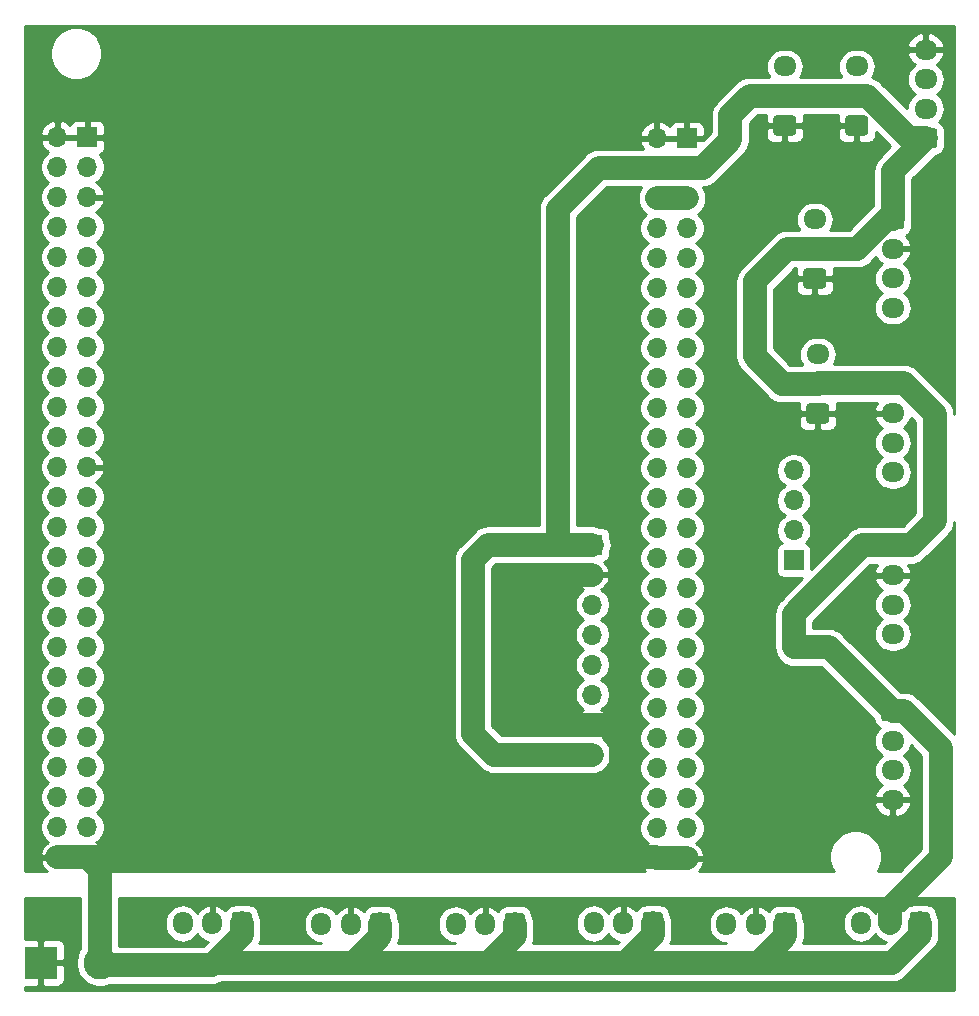
<source format=gbr>
%TF.GenerationSoftware,KiCad,Pcbnew,(5.1.10)-1*%
%TF.CreationDate,2022-05-17T22:08:58+03:00*%
%TF.ProjectId,SAUK-Y v1 STM32F4 Disc,5341554b-2d59-4207-9631-2053544d3332,rev?*%
%TF.SameCoordinates,Original*%
%TF.FileFunction,Copper,L2,Bot*%
%TF.FilePolarity,Positive*%
%FSLAX46Y46*%
G04 Gerber Fmt 4.6, Leading zero omitted, Abs format (unit mm)*
G04 Created by KiCad (PCBNEW (5.1.10)-1) date 2022-05-17 22:08:58*
%MOMM*%
%LPD*%
G01*
G04 APERTURE LIST*
%TA.AperFunction,ComponentPad*%
%ADD10C,2.800000*%
%TD*%
%TA.AperFunction,ComponentPad*%
%ADD11R,2.800000X2.800000*%
%TD*%
%TA.AperFunction,ComponentPad*%
%ADD12O,1.700000X1.700000*%
%TD*%
%TA.AperFunction,ComponentPad*%
%ADD13R,1.700000X1.700000*%
%TD*%
%TA.AperFunction,ComponentPad*%
%ADD14O,1.950000X1.700000*%
%TD*%
%TA.AperFunction,ComponentPad*%
%ADD15O,1.700000X1.950000*%
%TD*%
%TA.AperFunction,Conductor*%
%ADD16C,2.000000*%
%TD*%
%TA.AperFunction,Conductor*%
%ADD17C,0.254000*%
%TD*%
%TA.AperFunction,Conductor*%
%ADD18C,0.100000*%
%TD*%
G04 APERTURE END LIST*
D10*
%TO.P,J7,2*%
%TO.N,GND_GDK_giris*%
X180000000Y-142000000D03*
D11*
%TO.P,J7,1*%
%TO.N,+5V_GDK_giris*%
X175000000Y-142000000D03*
%TD*%
D12*
%TO.P,J23,50*%
%TO.N,GND_GDK_giris*%
X227184000Y-133146000D03*
%TO.P,J23,49*%
X229724000Y-133146000D03*
%TO.P,J23,48*%
%TO.N,USART6_Rx*%
X227184000Y-130606000D03*
%TO.P,J23,47*%
%TO.N,USART6_Tx*%
X229724000Y-130606000D03*
%TO.P,J23,46*%
%TO.N,I2C3_SDA*%
X227184000Y-128066000D03*
%TO.P,J23,45*%
%TO.N,Net-(J23-Pad45)*%
X229724000Y-128066000D03*
%TO.P,J23,44*%
%TO.N,USART1_Tx*%
X227184000Y-125526000D03*
%TO.P,J23,43*%
%TO.N,I2C3_SCL*%
X229724000Y-125526000D03*
%TO.P,J23,42*%
%TO.N,Net-(J23-Pad42)*%
X227184000Y-122986000D03*
%TO.P,J23,41*%
%TO.N,USART1_Rx*%
X229724000Y-122986000D03*
%TO.P,J23,40*%
%TO.N,Net-(J23-Pad40)*%
X227184000Y-120446000D03*
%TO.P,J23,39*%
%TO.N,Net-(J23-Pad39)*%
X229724000Y-120446000D03*
%TO.P,J23,38*%
%TO.N,Net-(J23-Pad38)*%
X227184000Y-117906000D03*
%TO.P,J23,37*%
%TO.N,Net-(J23-Pad37)*%
X229724000Y-117906000D03*
%TO.P,J23,36*%
%TO.N,Net-(J23-Pad36)*%
X227184000Y-115366000D03*
%TO.P,J23,35*%
%TO.N,Net-(J23-Pad35)*%
X229724000Y-115366000D03*
%TO.P,J23,34*%
%TO.N,Net-(J23-Pad34)*%
X227184000Y-112826000D03*
%TO.P,J23,33*%
%TO.N,Net-(J23-Pad33)*%
X229724000Y-112826000D03*
%TO.P,J23,32*%
%TO.N,Net-(J23-Pad32)*%
X227184000Y-110286000D03*
%TO.P,J23,31*%
%TO.N,Net-(J23-Pad31)*%
X229724000Y-110286000D03*
%TO.P,J23,30*%
%TO.N,USART2_Rx*%
X227184000Y-107746000D03*
%TO.P,J23,29*%
%TO.N,USART2_Tx*%
X229724000Y-107746000D03*
%TO.P,J23,28*%
%TO.N,Net-(J23-Pad28)*%
X227184000Y-105206000D03*
%TO.P,J23,27*%
%TO.N,Net-(J23-Pad27)*%
X229724000Y-105206000D03*
%TO.P,J23,26*%
%TO.N,Net-(J23-Pad26)*%
X227184000Y-102666000D03*
%TO.P,J23,25*%
%TO.N,Net-(J23-Pad25)*%
X229724000Y-102666000D03*
%TO.P,J23,24*%
%TO.N,I2C1_SCL*%
X227184000Y-100126000D03*
%TO.P,J23,23*%
%TO.N,I2C1_SDA*%
X229724000Y-100126000D03*
%TO.P,J23,22*%
%TO.N,Net-(J23-Pad22)*%
X227184000Y-97586000D03*
%TO.P,J23,21*%
%TO.N,Net-(J23-Pad21)*%
X229724000Y-97586000D03*
%TO.P,J23,20*%
%TO.N,Net-(J23-Pad20)*%
X227184000Y-95046000D03*
%TO.P,J23,19*%
%TO.N,Net-(J23-Pad19)*%
X229724000Y-95046000D03*
%TO.P,J23,18*%
%TO.N,Net-(J23-Pad18)*%
X227184000Y-92506000D03*
%TO.P,J23,17*%
%TO.N,Net-(J23-Pad17)*%
X229724000Y-92506000D03*
%TO.P,J23,16*%
%TO.N,Net-(J23-Pad16)*%
X227184000Y-89966000D03*
%TO.P,J23,15*%
%TO.N,Net-(J23-Pad15)*%
X229724000Y-89966000D03*
%TO.P,J23,14*%
%TO.N,TIM9_CH1*%
X227184000Y-87426000D03*
%TO.P,J23,13*%
%TO.N,Net-(J23-Pad13)*%
X229724000Y-87426000D03*
%TO.P,J23,12*%
%TO.N,Net-(J23-Pad12)*%
X227184000Y-84886000D03*
%TO.P,J23,11*%
%TO.N,TIM9_CH2*%
X229724000Y-84886000D03*
%TO.P,J23,10*%
%TO.N,Net-(J23-Pad10)*%
X227184000Y-82346000D03*
%TO.P,J23,9*%
%TO.N,Net-(J23-Pad9)*%
X229724000Y-82346000D03*
%TO.P,J23,8*%
%TO.N,Net-(J23-Pad8)*%
X227184000Y-79806000D03*
%TO.P,J23,7*%
%TO.N,Net-(J23-Pad7)*%
X229724000Y-79806000D03*
%TO.P,J23,6*%
%TO.N,+3V0*%
X227184000Y-77266000D03*
%TO.P,J23,5*%
X229724000Y-77266000D03*
%TO.P,J23,4*%
%TO.N,+5V_GDK_giris*%
X227184000Y-74726000D03*
%TO.P,J23,3*%
X229724000Y-74726000D03*
%TO.P,J23,2*%
%TO.N,GND_GDK_giris*%
X227184000Y-72186000D03*
D13*
%TO.P,J23,1*%
X229724000Y-72186000D03*
%TD*%
D12*
%TO.P,J22,50*%
%TO.N,GND_GDK_giris*%
X176424000Y-133066000D03*
%TO.P,J22,49*%
X178964000Y-133066000D03*
%TO.P,J22,48*%
%TO.N,Net-(J22-Pad48)*%
X176424000Y-130526000D03*
%TO.P,J22,47*%
%TO.N,Net-(J22-Pad47)*%
X178964000Y-130526000D03*
%TO.P,J22,46*%
%TO.N,Net-(J22-Pad46)*%
X176424000Y-127986000D03*
%TO.P,J22,45*%
%TO.N,Net-(J22-Pad45)*%
X178964000Y-127986000D03*
%TO.P,J22,44*%
%TO.N,Net-(J22-Pad44)*%
X176424000Y-125446000D03*
%TO.P,J22,43*%
%TO.N,Net-(J22-Pad43)*%
X178964000Y-125446000D03*
%TO.P,J22,42*%
%TO.N,Net-(J22-Pad42)*%
X176424000Y-122906000D03*
%TO.P,J22,41*%
%TO.N,USART3_Rx*%
X178964000Y-122906000D03*
%TO.P,J22,40*%
%TO.N,USART3_Tx*%
X176424000Y-120366000D03*
%TO.P,J22,39*%
%TO.N,Net-(J22-Pad39)*%
X178964000Y-120366000D03*
%TO.P,J22,38*%
%TO.N,Net-(J22-Pad38)*%
X176424000Y-117826000D03*
%TO.P,J22,37*%
%TO.N,Net-(J22-Pad37)*%
X178964000Y-117826000D03*
%TO.P,J22,36*%
%TO.N,Net-(J22-Pad36)*%
X176424000Y-115286000D03*
%TO.P,J22,35*%
%TO.N,I2C2_SDA*%
X178964000Y-115286000D03*
%TO.P,J22,34*%
%TO.N,I2C2_SCL*%
X176424000Y-112746000D03*
%TO.P,J22,33*%
%TO.N,Net-(J22-Pad33)*%
X178964000Y-112746000D03*
%TO.P,J22,32*%
%TO.N,Net-(J22-Pad32)*%
X176424000Y-110206000D03*
%TO.P,J22,31*%
%TO.N,Net-(J22-Pad31)*%
X178964000Y-110206000D03*
%TO.P,J22,30*%
%TO.N,Net-(J22-Pad30)*%
X176424000Y-107666000D03*
%TO.P,J22,29*%
%TO.N,Net-(J22-Pad29)*%
X178964000Y-107666000D03*
%TO.P,J22,28*%
%TO.N,Net-(J22-Pad28)*%
X176424000Y-105126000D03*
%TO.P,J22,27*%
%TO.N,Net-(J22-Pad27)*%
X178964000Y-105126000D03*
%TO.P,J22,26*%
%TO.N,Net-(J22-Pad26)*%
X176424000Y-102586000D03*
%TO.P,J22,25*%
%TO.N,Net-(J22-Pad25)*%
X178964000Y-102586000D03*
%TO.P,J22,24*%
%TO.N,Net-(J22-Pad24)*%
X176424000Y-100046000D03*
%TO.P,J22,23*%
%TO.N,GND_GDK_giris*%
X178964000Y-100046000D03*
%TO.P,J22,22*%
%TO.N,TIM3_CH3*%
X176424000Y-97506000D03*
%TO.P,J22,21*%
%TO.N,TIM3_CH4*%
X178964000Y-97506000D03*
%TO.P,J22,20*%
%TO.N,Net-(J22-Pad20)*%
X176424000Y-94966000D03*
%TO.P,J22,19*%
%TO.N,Net-(J22-Pad19)*%
X178964000Y-94966000D03*
%TO.P,J22,18*%
%TO.N,TIM3_CH1*%
X176424000Y-92426000D03*
%TO.P,J22,17*%
%TO.N,TIM3_CH2*%
X178964000Y-92426000D03*
%TO.P,J22,16*%
%TO.N,Net-(J22-Pad16)*%
X176424000Y-89886000D03*
%TO.P,J22,15*%
%TO.N,TIM2_CH1*%
X178964000Y-89886000D03*
%TO.P,J22,14*%
%TO.N,TIM2_CH3*%
X176424000Y-87346000D03*
%TO.P,J22,13*%
%TO.N,TIM2_CH4*%
X178964000Y-87346000D03*
%TO.P,J22,12*%
%TO.N,Net-(J22-Pad12)*%
X176424000Y-84806000D03*
%TO.P,J22,11*%
%TO.N,TIM2_CH2*%
X178964000Y-84806000D03*
%TO.P,J22,10*%
%TO.N,Net-(J22-Pad10)*%
X176424000Y-82266000D03*
%TO.P,J22,9*%
%TO.N,Net-(J22-Pad9)*%
X178964000Y-82266000D03*
%TO.P,J22,8*%
%TO.N,Net-(J22-Pad8)*%
X176424000Y-79726000D03*
%TO.P,J22,7*%
%TO.N,Net-(J22-Pad7)*%
X178964000Y-79726000D03*
%TO.P,J22,6*%
%TO.N,Net-(J22-Pad6)*%
X176424000Y-77186000D03*
%TO.P,J22,5*%
%TO.N,GND_GDK_giris*%
X178964000Y-77186000D03*
%TO.P,J22,4*%
%TO.N,Net-(J22-Pad4)*%
X176424000Y-74646000D03*
%TO.P,J22,3*%
%TO.N,Net-(J22-Pad3)*%
X178964000Y-74646000D03*
%TO.P,J22,2*%
%TO.N,GND_GDK_giris*%
X176424000Y-72106000D03*
D13*
%TO.P,J22,1*%
X178964000Y-72106000D03*
%TD*%
D14*
%TO.P,J18,4*%
%TO.N,GND_GDK_giris*%
X247142000Y-128214000D03*
%TO.P,J18,3*%
%TO.N,I2C2_SDA*%
X247142000Y-125714000D03*
%TO.P,J18,2*%
%TO.N,I2C2_SCL*%
X247142000Y-123214000D03*
%TO.P,J18,1*%
%TO.N,+5V_GDK_giris*%
%TA.AperFunction,ComponentPad*%
G36*
G01*
X246417000Y-119864000D02*
X247867000Y-119864000D01*
G75*
G02*
X248117000Y-120114000I0J-250000D01*
G01*
X248117000Y-121314000D01*
G75*
G02*
X247867000Y-121564000I-250000J0D01*
G01*
X246417000Y-121564000D01*
G75*
G02*
X246167000Y-121314000I0J250000D01*
G01*
X246167000Y-120114000D01*
G75*
G02*
X246417000Y-119864000I250000J0D01*
G01*
G37*
%TD.AperFunction*%
%TD*%
%TO.P,J17,4*%
%TO.N,USART6_Rx*%
X247142000Y-100464000D03*
%TO.P,J17,3*%
%TO.N,USART6_Tx*%
X247142000Y-97964000D03*
%TO.P,J17,2*%
%TO.N,GND_GDK_giris*%
X247142000Y-95464000D03*
%TO.P,J17,1*%
%TO.N,+5V_GDK_giris*%
%TA.AperFunction,ComponentPad*%
G36*
G01*
X246417000Y-92114000D02*
X247867000Y-92114000D01*
G75*
G02*
X248117000Y-92364000I0J-250000D01*
G01*
X248117000Y-93564000D01*
G75*
G02*
X247867000Y-93814000I-250000J0D01*
G01*
X246417000Y-93814000D01*
G75*
G02*
X246167000Y-93564000I0J250000D01*
G01*
X246167000Y-92364000D01*
G75*
G02*
X246417000Y-92114000I250000J0D01*
G01*
G37*
%TD.AperFunction*%
%TD*%
D15*
%TO.P,L_B1,3*%
%TO.N,TIM3_CH2*%
X187024000Y-138684000D03*
%TO.P,L_B1,2*%
%TO.N,+5V_GDK_giris*%
X189524000Y-138684000D03*
%TO.P,L_B1,1*%
%TO.N,GND_GDK_giris*%
%TA.AperFunction,ComponentPad*%
G36*
G01*
X192874000Y-137959000D02*
X192874000Y-139409000D01*
G75*
G02*
X192624000Y-139659000I-250000J0D01*
G01*
X191424000Y-139659000D01*
G75*
G02*
X191174000Y-139409000I0J250000D01*
G01*
X191174000Y-137959000D01*
G75*
G02*
X191424000Y-137709000I250000J0D01*
G01*
X192624000Y-137709000D01*
G75*
G02*
X192874000Y-137959000I0J-250000D01*
G01*
G37*
%TD.AperFunction*%
%TD*%
%TO.P,L_V1,3*%
%TO.N,TIM3_CH1*%
X198766000Y-138754000D03*
%TO.P,L_V1,2*%
%TO.N,+5V_GDK_giris*%
X201266000Y-138754000D03*
%TO.P,L_V1,1*%
%TO.N,GND_GDK_giris*%
%TA.AperFunction,ComponentPad*%
G36*
G01*
X204616000Y-138029000D02*
X204616000Y-139479000D01*
G75*
G02*
X204366000Y-139729000I-250000J0D01*
G01*
X203166000Y-139729000D01*
G75*
G02*
X202916000Y-139479000I0J250000D01*
G01*
X202916000Y-138029000D01*
G75*
G02*
X203166000Y-137779000I250000J0D01*
G01*
X204366000Y-137779000D01*
G75*
G02*
X204616000Y-138029000I0J-250000D01*
G01*
G37*
%TD.AperFunction*%
%TD*%
D14*
%TO.P,J6,4*%
%TO.N,USART3_Rx*%
X247142000Y-114180000D03*
%TO.P,J6,3*%
%TO.N,USART3_Tx*%
X247142000Y-111680000D03*
%TO.P,J6,2*%
%TO.N,GND_GDK_giris*%
X247142000Y-109180000D03*
%TO.P,J6,1*%
%TO.N,+5V_GDK_giris*%
%TA.AperFunction,ComponentPad*%
G36*
G01*
X246417000Y-105830000D02*
X247867000Y-105830000D01*
G75*
G02*
X248117000Y-106080000I0J-250000D01*
G01*
X248117000Y-107280000D01*
G75*
G02*
X247867000Y-107530000I-250000J0D01*
G01*
X246417000Y-107530000D01*
G75*
G02*
X246167000Y-107280000I0J250000D01*
G01*
X246167000Y-106080000D01*
G75*
G02*
X246417000Y-105830000I250000J0D01*
G01*
G37*
%TD.AperFunction*%
%TD*%
%TO.P,J5,4*%
%TO.N,USART1_Rx*%
X247142000Y-86558000D03*
%TO.P,J5,3*%
%TO.N,USART1_Tx*%
X247142000Y-84058000D03*
%TO.P,J5,2*%
%TO.N,GND_GDK_giris*%
X247142000Y-81558000D03*
%TO.P,J5,1*%
%TO.N,+5V_GDK_giris*%
%TA.AperFunction,ComponentPad*%
G36*
G01*
X246417000Y-78208000D02*
X247867000Y-78208000D01*
G75*
G02*
X248117000Y-78458000I0J-250000D01*
G01*
X248117000Y-79658000D01*
G75*
G02*
X247867000Y-79908000I-250000J0D01*
G01*
X246417000Y-79908000D01*
G75*
G02*
X246167000Y-79658000I0J250000D01*
G01*
X246167000Y-78458000D01*
G75*
G02*
X246417000Y-78208000I250000J0D01*
G01*
G37*
%TD.AperFunction*%
%TD*%
D15*
%TO.P,L_F1,3*%
%TO.N,TIM2_CH1*%
X210138000Y-138754000D03*
%TO.P,L_F1,2*%
%TO.N,+5V_GDK_giris*%
X212638000Y-138754000D03*
%TO.P,L_F1,1*%
%TO.N,GND_GDK_giris*%
%TA.AperFunction,ComponentPad*%
G36*
G01*
X215988000Y-138029000D02*
X215988000Y-139479000D01*
G75*
G02*
X215738000Y-139729000I-250000J0D01*
G01*
X214538000Y-139729000D01*
G75*
G02*
X214288000Y-139479000I0J250000D01*
G01*
X214288000Y-138029000D01*
G75*
G02*
X214538000Y-137779000I250000J0D01*
G01*
X215738000Y-137779000D01*
G75*
G02*
X215988000Y-138029000I0J-250000D01*
G01*
G37*
%TD.AperFunction*%
%TD*%
%TO.P,R_F1,3*%
%TO.N,TIM2_CH4*%
X221822000Y-138684000D03*
%TO.P,R_F1,2*%
%TO.N,+5V_GDK_giris*%
X224322000Y-138684000D03*
%TO.P,R_F1,1*%
%TO.N,GND_GDK_giris*%
%TA.AperFunction,ComponentPad*%
G36*
G01*
X227672000Y-137959000D02*
X227672000Y-139409000D01*
G75*
G02*
X227422000Y-139659000I-250000J0D01*
G01*
X226222000Y-139659000D01*
G75*
G02*
X225972000Y-139409000I0J250000D01*
G01*
X225972000Y-137959000D01*
G75*
G02*
X226222000Y-137709000I250000J0D01*
G01*
X227422000Y-137709000D01*
G75*
G02*
X227672000Y-137959000I0J-250000D01*
G01*
G37*
%TD.AperFunction*%
%TD*%
%TO.P,R_V1,3*%
%TO.N,TIM2_CH3*%
X233056000Y-138754000D03*
%TO.P,R_V1,2*%
%TO.N,+5V_GDK_giris*%
X235556000Y-138754000D03*
%TO.P,R_V1,1*%
%TO.N,GND_GDK_giris*%
%TA.AperFunction,ComponentPad*%
G36*
G01*
X238906000Y-138029000D02*
X238906000Y-139479000D01*
G75*
G02*
X238656000Y-139729000I-250000J0D01*
G01*
X237456000Y-139729000D01*
G75*
G02*
X237206000Y-139479000I0J250000D01*
G01*
X237206000Y-138029000D01*
G75*
G02*
X237456000Y-137779000I250000J0D01*
G01*
X238656000Y-137779000D01*
G75*
G02*
X238906000Y-138029000I0J-250000D01*
G01*
G37*
%TD.AperFunction*%
%TD*%
%TO.P,R_B1,3*%
%TO.N,TIM2_CH2*%
X244428000Y-138684000D03*
%TO.P,R_B1,2*%
%TO.N,+5V_GDK_giris*%
X246928000Y-138684000D03*
%TO.P,R_B1,1*%
%TO.N,GND_GDK_giris*%
%TA.AperFunction,ComponentPad*%
G36*
G01*
X250278000Y-137959000D02*
X250278000Y-139409000D01*
G75*
G02*
X250028000Y-139659000I-250000J0D01*
G01*
X248828000Y-139659000D01*
G75*
G02*
X248578000Y-139409000I0J250000D01*
G01*
X248578000Y-137959000D01*
G75*
G02*
X248828000Y-137709000I250000J0D01*
G01*
X250028000Y-137709000D01*
G75*
G02*
X250278000Y-137959000I0J-250000D01*
G01*
G37*
%TD.AperFunction*%
%TD*%
%TO.P,J8,1*%
%TO.N,+5V_GDK_giris*%
%TA.AperFunction,ComponentPad*%
G36*
G01*
X250661000Y-73050000D02*
X249211000Y-73050000D01*
G75*
G02*
X248961000Y-72800000I0J250000D01*
G01*
X248961000Y-71600000D01*
G75*
G02*
X249211000Y-71350000I250000J0D01*
G01*
X250661000Y-71350000D01*
G75*
G02*
X250911000Y-71600000I0J-250000D01*
G01*
X250911000Y-72800000D01*
G75*
G02*
X250661000Y-73050000I-250000J0D01*
G01*
G37*
%TD.AperFunction*%
D14*
%TO.P,J8,2*%
%TO.N,I2C1_SCL*%
X249936000Y-69700000D03*
%TO.P,J8,3*%
%TO.N,I2C1_SDA*%
X249936000Y-67200000D03*
%TO.P,J8,4*%
%TO.N,GND_GDK_giris*%
X249936000Y-64700000D03*
%TD*%
%TO.P,J11,1*%
%TO.N,GND_GDK_giris*%
%TA.AperFunction,ComponentPad*%
G36*
G01*
X241517000Y-96354000D02*
X240067000Y-96354000D01*
G75*
G02*
X239817000Y-96104000I0J250000D01*
G01*
X239817000Y-94904000D01*
G75*
G02*
X240067000Y-94654000I250000J0D01*
G01*
X241517000Y-94654000D01*
G75*
G02*
X241767000Y-94904000I0J-250000D01*
G01*
X241767000Y-96104000D01*
G75*
G02*
X241517000Y-96354000I-250000J0D01*
G01*
G37*
%TD.AperFunction*%
%TO.P,J11,2*%
%TO.N,+5V_GDK_giris*%
X240792000Y-93004000D03*
%TO.P,J11,3*%
%TO.N,TIM9_CH1*%
X240792000Y-90504000D03*
%TD*%
%TO.P,OP_MOT_1,3*%
%TO.N,TIM3_CH3*%
X237998000Y-66120000D03*
%TO.P,OP_MOT_1,2*%
%TO.N,+5V_GDK_giris*%
X237998000Y-68620000D03*
%TO.P,OP_MOT_1,1*%
%TO.N,GND_GDK_giris*%
%TA.AperFunction,ComponentPad*%
G36*
G01*
X238723000Y-71970000D02*
X237273000Y-71970000D01*
G75*
G02*
X237023000Y-71720000I0J250000D01*
G01*
X237023000Y-70520000D01*
G75*
G02*
X237273000Y-70270000I250000J0D01*
G01*
X238723000Y-70270000D01*
G75*
G02*
X238973000Y-70520000I0J-250000D01*
G01*
X238973000Y-71720000D01*
G75*
G02*
X238723000Y-71970000I-250000J0D01*
G01*
G37*
%TD.AperFunction*%
%TD*%
%TO.P,OP_MOT_2,1*%
%TO.N,GND_GDK_giris*%
%TA.AperFunction,ComponentPad*%
G36*
G01*
X244819000Y-71970000D02*
X243369000Y-71970000D01*
G75*
G02*
X243119000Y-71720000I0J250000D01*
G01*
X243119000Y-70520000D01*
G75*
G02*
X243369000Y-70270000I250000J0D01*
G01*
X244819000Y-70270000D01*
G75*
G02*
X245069000Y-70520000I0J-250000D01*
G01*
X245069000Y-71720000D01*
G75*
G02*
X244819000Y-71970000I-250000J0D01*
G01*
G37*
%TD.AperFunction*%
%TO.P,OP_MOT_2,2*%
%TO.N,+5V_GDK_giris*%
X244094000Y-68620000D03*
%TO.P,OP_MOT_2,3*%
%TO.N,TIM3_CH4*%
X244094000Y-66120000D03*
%TD*%
%TO.P,J21,3*%
%TO.N,TIM9_CH2*%
X240538000Y-79074000D03*
%TO.P,J21,2*%
%TO.N,+5V_GDK_giris*%
X240538000Y-81574000D03*
%TO.P,J21,1*%
%TO.N,GND_GDK_giris*%
%TA.AperFunction,ComponentPad*%
G36*
G01*
X241263000Y-84924000D02*
X239813000Y-84924000D01*
G75*
G02*
X239563000Y-84674000I0J250000D01*
G01*
X239563000Y-83474000D01*
G75*
G02*
X239813000Y-83224000I250000J0D01*
G01*
X241263000Y-83224000D01*
G75*
G02*
X241513000Y-83474000I0J-250000D01*
G01*
X241513000Y-84674000D01*
G75*
G02*
X241263000Y-84924000I-250000J0D01*
G01*
G37*
%TD.AperFunction*%
%TD*%
D13*
%TO.P,TTL1,1*%
%TO.N,Net-(TTL1-Pad1)*%
X238760000Y-107950000D03*
D12*
%TO.P,TTL1,2*%
%TO.N,USART2_Tx*%
X238760000Y-105410000D03*
%TO.P,TTL1,3*%
%TO.N,USART2_Rx*%
X238760000Y-102870000D03*
%TO.P,TTL1,4*%
%TO.N,Net-(TTL1-Pad4)*%
X238760000Y-100330000D03*
%TD*%
D13*
%TO.P,MPU1,1*%
%TO.N,+5V_GDK_giris*%
X221700000Y-106600000D03*
D12*
%TO.P,MPU1,2*%
%TO.N,GND_GDK_giris*%
X221700000Y-109140000D03*
%TO.P,MPU1,3*%
%TO.N,I2C3_SCL*%
X221700000Y-111680000D03*
%TO.P,MPU1,4*%
%TO.N,I2C3_SDA*%
X221700000Y-114220000D03*
%TO.P,MPU1,5*%
X221700000Y-116760000D03*
%TO.P,MPU1,6*%
%TO.N,I2C3_SCL*%
X221700000Y-119300000D03*
%TO.P,MPU1,7*%
%TO.N,GND_GDK_giris*%
X221700000Y-121840000D03*
%TO.P,MPU1,8*%
%TO.N,+5V_GDK_giris*%
X221700000Y-124380000D03*
%TD*%
D16*
%TO.N,+3V0*%
X227184000Y-77266000D02*
X229724000Y-77266000D01*
%TO.N,GND_GDK_giris*%
X192024000Y-139659000D02*
X192024000Y-138684000D01*
X189683000Y-142000000D02*
X192024000Y-139659000D01*
X203766000Y-139729000D02*
X203766000Y-138754000D01*
X201495000Y-142000000D02*
X203766000Y-139729000D01*
X189683000Y-142000000D02*
X201495000Y-142000000D01*
X215138000Y-139729000D02*
X215138000Y-138754000D01*
X212867000Y-142000000D02*
X215138000Y-139729000D01*
X201495000Y-142000000D02*
X212867000Y-142000000D01*
X226822000Y-139659000D02*
X226822000Y-138684000D01*
X224481000Y-142000000D02*
X226822000Y-139659000D01*
X212867000Y-142000000D02*
X224481000Y-142000000D01*
X238056000Y-139729000D02*
X238056000Y-138754000D01*
X235785000Y-142000000D02*
X238056000Y-139729000D01*
X224481000Y-142000000D02*
X235785000Y-142000000D01*
X249428000Y-139659000D02*
X249428000Y-138684000D01*
X247087000Y-142000000D02*
X249428000Y-139659000D01*
X235785000Y-142000000D02*
X247087000Y-142000000D01*
X180000000Y-134102000D02*
X178964000Y-133066000D01*
X180000000Y-142000000D02*
X180000000Y-134102000D01*
X178964000Y-133066000D02*
X176424000Y-133066000D01*
X227104000Y-133066000D02*
X227184000Y-133146000D01*
X227184000Y-133146000D02*
X229724000Y-133146000D01*
X179801000Y-142240000D02*
X189484000Y-142240000D01*
X216440000Y-121840000D02*
X221700000Y-121840000D01*
X214300000Y-111600000D02*
X214300000Y-119700000D01*
X214300000Y-119700000D02*
X216440000Y-121840000D01*
X216760000Y-109140000D02*
X214300000Y-111600000D01*
X221700000Y-109140000D02*
X216760000Y-109140000D01*
X224034000Y-133066000D02*
X227104000Y-133066000D01*
X224100000Y-130132000D02*
X221166000Y-133066000D01*
X224100000Y-123037919D02*
X224100000Y-130132000D01*
X222902081Y-121840000D02*
X224100000Y-123037919D01*
X221700000Y-121840000D02*
X222902081Y-121840000D01*
X221166000Y-133066000D02*
X224034000Y-133066000D01*
X178964000Y-133066000D02*
X221166000Y-133066000D01*
%TO.N,+5V_GDK_giris*%
X246928000Y-138684000D02*
X246928000Y-137374000D01*
X246928000Y-137374000D02*
X251206000Y-133096000D01*
X248117000Y-120714000D02*
X247142000Y-120714000D01*
X251206000Y-123803000D02*
X248117000Y-120714000D01*
X251206000Y-133096000D02*
X251206000Y-123803000D01*
X241744000Y-115316000D02*
X238760000Y-115316000D01*
X247142000Y-120714000D02*
X241744000Y-115316000D01*
X244546000Y-106680000D02*
X247142000Y-106680000D01*
X238760000Y-112466000D02*
X244546000Y-106680000D01*
X238760000Y-115316000D02*
X238760000Y-112466000D01*
X248666000Y-106680000D02*
X250698000Y-104648000D01*
X247142000Y-106680000D02*
X248666000Y-106680000D01*
X248117000Y-92964000D02*
X247142000Y-92964000D01*
X250698000Y-95545000D02*
X248117000Y-92964000D01*
X250698000Y-104648000D02*
X250698000Y-95545000D01*
X240832000Y-92964000D02*
X240792000Y-93004000D01*
X247142000Y-92964000D02*
X240832000Y-92964000D01*
X240792000Y-93004000D02*
X237784000Y-93004000D01*
X237784000Y-93004000D02*
X235458000Y-90678000D01*
X235458000Y-90678000D02*
X235458000Y-84328000D01*
X238212000Y-81574000D02*
X240538000Y-81574000D01*
X235458000Y-84328000D02*
X238212000Y-81574000D01*
X246617849Y-79058000D02*
X247142000Y-79058000D01*
X244101849Y-81574000D02*
X246617849Y-79058000D01*
X240538000Y-81574000D02*
X244101849Y-81574000D01*
X247142000Y-74994000D02*
X249936000Y-72200000D01*
X247142000Y-79058000D02*
X247142000Y-74994000D01*
X244969626Y-68620000D02*
X244094000Y-68620000D01*
X248549626Y-72200000D02*
X244969626Y-68620000D01*
X249936000Y-72200000D02*
X248549626Y-72200000D01*
X244094000Y-68620000D02*
X237998000Y-68620000D01*
X231044002Y-74726000D02*
X227184000Y-74726000D01*
X233386000Y-72384002D02*
X231044002Y-74726000D01*
X233386000Y-70257000D02*
X233386000Y-72384002D01*
X235023000Y-68620000D02*
X233386000Y-70257000D01*
X237998000Y-68620000D02*
X235023000Y-68620000D01*
X213380000Y-124380000D02*
X221700000Y-124380000D01*
X211600000Y-107900000D02*
X211600000Y-122600000D01*
X212900000Y-106600000D02*
X211600000Y-107900000D01*
X211600000Y-122600000D02*
X213380000Y-124380000D01*
X218800000Y-106600000D02*
X218800000Y-78200000D01*
X221700000Y-106600000D02*
X218800000Y-106600000D01*
X218800000Y-106600000D02*
X212900000Y-106600000D01*
X222274000Y-74726000D02*
X227184000Y-74726000D01*
X218800000Y-78200000D02*
X222274000Y-74726000D01*
%TD*%
D17*
%TO.N,+5V_GDK_giris*%
X178365000Y-140784048D02*
X178196607Y-141036066D01*
X178043204Y-141406413D01*
X177965000Y-141799570D01*
X177965000Y-142200430D01*
X178043204Y-142593587D01*
X178196607Y-142963934D01*
X178419313Y-143297237D01*
X178702763Y-143580687D01*
X179036066Y-143803393D01*
X179406413Y-143956796D01*
X179799570Y-144035000D01*
X180200430Y-144035000D01*
X180593587Y-143956796D01*
X180791060Y-143875000D01*
X189564322Y-143875000D01*
X189804516Y-143851343D01*
X190112715Y-143757852D01*
X190342555Y-143635000D01*
X201414681Y-143635000D01*
X201495000Y-143642911D01*
X201575319Y-143635000D01*
X212786681Y-143635000D01*
X212867000Y-143642911D01*
X212947319Y-143635000D01*
X224400681Y-143635000D01*
X224481000Y-143642911D01*
X224561319Y-143635000D01*
X235704681Y-143635000D01*
X235785000Y-143642911D01*
X235865319Y-143635000D01*
X247006681Y-143635000D01*
X247087000Y-143642911D01*
X247167319Y-143635000D01*
X247167322Y-143635000D01*
X247407516Y-143611343D01*
X247715715Y-143517852D01*
X247999752Y-143366031D01*
X248248714Y-143161714D01*
X248299925Y-143099313D01*
X250527320Y-140871919D01*
X250589714Y-140820714D01*
X250794031Y-140571752D01*
X250945852Y-140287715D01*
X251039343Y-139979516D01*
X251063000Y-139739322D01*
X251063000Y-139739320D01*
X251070911Y-139659000D01*
X251063000Y-139578681D01*
X251063000Y-138603678D01*
X251039343Y-138363484D01*
X250945852Y-138055285D01*
X250916072Y-137999571D01*
X250916072Y-137959000D01*
X250899008Y-137785746D01*
X250848472Y-137619150D01*
X250766405Y-137465614D01*
X250655962Y-137331038D01*
X250521386Y-137220595D01*
X250367850Y-137138528D01*
X250201254Y-137087992D01*
X250028000Y-137070928D01*
X249730961Y-137070928D01*
X249428000Y-137041089D01*
X249125040Y-137070928D01*
X248828000Y-137070928D01*
X248654746Y-137087992D01*
X248488150Y-137138528D01*
X248334614Y-137220595D01*
X248200038Y-137331038D01*
X248089595Y-137465614D01*
X248033286Y-137570961D01*
X248017049Y-137549571D01*
X247799193Y-137356504D01*
X247547858Y-137209648D01*
X247284890Y-137117524D01*
X247055000Y-137238845D01*
X247055000Y-138557000D01*
X247075000Y-138557000D01*
X247075000Y-138811000D01*
X247055000Y-138811000D01*
X247055000Y-138831000D01*
X246801000Y-138831000D01*
X246801000Y-138811000D01*
X246781000Y-138811000D01*
X246781000Y-138557000D01*
X246801000Y-138557000D01*
X246801000Y-137238845D01*
X246571110Y-137117524D01*
X246308142Y-137209648D01*
X246056807Y-137356504D01*
X245838951Y-137549571D01*
X245682462Y-137755722D01*
X245668706Y-137729986D01*
X245483134Y-137503866D01*
X245257014Y-137318294D01*
X244999034Y-137180401D01*
X244719111Y-137095487D01*
X244428000Y-137066815D01*
X244136890Y-137095487D01*
X243856967Y-137180401D01*
X243598987Y-137318294D01*
X243372866Y-137503866D01*
X243187294Y-137729986D01*
X243049401Y-137987966D01*
X242964487Y-138267889D01*
X242943000Y-138486050D01*
X242943000Y-138881949D01*
X242964487Y-139100110D01*
X243049401Y-139380033D01*
X243187294Y-139638013D01*
X243372866Y-139864134D01*
X243598986Y-140049706D01*
X243856966Y-140187599D01*
X244136889Y-140272513D01*
X244428000Y-140301185D01*
X244719110Y-140272513D01*
X244999033Y-140187599D01*
X245257013Y-140049706D01*
X245483134Y-139864134D01*
X245668706Y-139638014D01*
X245682462Y-139612278D01*
X245838951Y-139818429D01*
X246056807Y-140011496D01*
X246308142Y-140158352D01*
X246536434Y-140238328D01*
X246409762Y-140365000D01*
X239569958Y-140365000D01*
X239573852Y-140357715D01*
X239667343Y-140049516D01*
X239691000Y-139809322D01*
X239691000Y-139809320D01*
X239698911Y-139729001D01*
X239691000Y-139648681D01*
X239691000Y-138673678D01*
X239667343Y-138433484D01*
X239573852Y-138125285D01*
X239544072Y-138069571D01*
X239544072Y-138029000D01*
X239527008Y-137855746D01*
X239476472Y-137689150D01*
X239394405Y-137535614D01*
X239283962Y-137401038D01*
X239149386Y-137290595D01*
X238995850Y-137208528D01*
X238829254Y-137157992D01*
X238656000Y-137140928D01*
X238358961Y-137140928D01*
X238056000Y-137111089D01*
X237753040Y-137140928D01*
X237456000Y-137140928D01*
X237282746Y-137157992D01*
X237116150Y-137208528D01*
X236962614Y-137290595D01*
X236828038Y-137401038D01*
X236717595Y-137535614D01*
X236661286Y-137640961D01*
X236645049Y-137619571D01*
X236427193Y-137426504D01*
X236175858Y-137279648D01*
X235912890Y-137187524D01*
X235683000Y-137308845D01*
X235683000Y-138627000D01*
X235703000Y-138627000D01*
X235703000Y-138881000D01*
X235683000Y-138881000D01*
X235683000Y-138901000D01*
X235429000Y-138901000D01*
X235429000Y-138881000D01*
X235409000Y-138881000D01*
X235409000Y-138627000D01*
X235429000Y-138627000D01*
X235429000Y-137308845D01*
X235199110Y-137187524D01*
X234936142Y-137279648D01*
X234684807Y-137426504D01*
X234466951Y-137619571D01*
X234310462Y-137825722D01*
X234296706Y-137799986D01*
X234111134Y-137573866D01*
X233885014Y-137388294D01*
X233627034Y-137250401D01*
X233347111Y-137165487D01*
X233056000Y-137136815D01*
X232764890Y-137165487D01*
X232484967Y-137250401D01*
X232226987Y-137388294D01*
X232000866Y-137573866D01*
X231815294Y-137799986D01*
X231677401Y-138057966D01*
X231592487Y-138337889D01*
X231571000Y-138556050D01*
X231571000Y-138951949D01*
X231592487Y-139170110D01*
X231677401Y-139450033D01*
X231815294Y-139708013D01*
X232000866Y-139934134D01*
X232226986Y-140119706D01*
X232484966Y-140257599D01*
X232764889Y-140342513D01*
X232993203Y-140365000D01*
X228298542Y-140365000D01*
X228339852Y-140287715D01*
X228433343Y-139979516D01*
X228457000Y-139739322D01*
X228457000Y-139739320D01*
X228464911Y-139659000D01*
X228457000Y-139578681D01*
X228457000Y-138603678D01*
X228433343Y-138363484D01*
X228339852Y-138055285D01*
X228310072Y-137999571D01*
X228310072Y-137959000D01*
X228293008Y-137785746D01*
X228242472Y-137619150D01*
X228160405Y-137465614D01*
X228049962Y-137331038D01*
X227915386Y-137220595D01*
X227761850Y-137138528D01*
X227595254Y-137087992D01*
X227422000Y-137070928D01*
X227124961Y-137070928D01*
X226822000Y-137041089D01*
X226519040Y-137070928D01*
X226222000Y-137070928D01*
X226048746Y-137087992D01*
X225882150Y-137138528D01*
X225728614Y-137220595D01*
X225594038Y-137331038D01*
X225483595Y-137465614D01*
X225427286Y-137570961D01*
X225411049Y-137549571D01*
X225193193Y-137356504D01*
X224941858Y-137209648D01*
X224678890Y-137117524D01*
X224449000Y-137238845D01*
X224449000Y-138557000D01*
X224469000Y-138557000D01*
X224469000Y-138811000D01*
X224449000Y-138811000D01*
X224449000Y-138831000D01*
X224195000Y-138831000D01*
X224195000Y-138811000D01*
X224175000Y-138811000D01*
X224175000Y-138557000D01*
X224195000Y-138557000D01*
X224195000Y-137238845D01*
X223965110Y-137117524D01*
X223702142Y-137209648D01*
X223450807Y-137356504D01*
X223232951Y-137549571D01*
X223076462Y-137755722D01*
X223062706Y-137729986D01*
X222877134Y-137503866D01*
X222651014Y-137318294D01*
X222393034Y-137180401D01*
X222113111Y-137095487D01*
X221822000Y-137066815D01*
X221530890Y-137095487D01*
X221250967Y-137180401D01*
X220992987Y-137318294D01*
X220766866Y-137503866D01*
X220581294Y-137729986D01*
X220443401Y-137987966D01*
X220358487Y-138267889D01*
X220337000Y-138486050D01*
X220337000Y-138881949D01*
X220358487Y-139100110D01*
X220443401Y-139380033D01*
X220581294Y-139638013D01*
X220766866Y-139864134D01*
X220992986Y-140049706D01*
X221250966Y-140187599D01*
X221530889Y-140272513D01*
X221822000Y-140301185D01*
X222113110Y-140272513D01*
X222393033Y-140187599D01*
X222651013Y-140049706D01*
X222877134Y-139864134D01*
X223062706Y-139638014D01*
X223076462Y-139612278D01*
X223232951Y-139818429D01*
X223450807Y-140011496D01*
X223702142Y-140158352D01*
X223930434Y-140238328D01*
X223803762Y-140365000D01*
X216651958Y-140365000D01*
X216655852Y-140357715D01*
X216749343Y-140049516D01*
X216773000Y-139809322D01*
X216773000Y-139809320D01*
X216780911Y-139729001D01*
X216773000Y-139648681D01*
X216773000Y-138673678D01*
X216749343Y-138433484D01*
X216655852Y-138125285D01*
X216626072Y-138069571D01*
X216626072Y-138029000D01*
X216609008Y-137855746D01*
X216558472Y-137689150D01*
X216476405Y-137535614D01*
X216365962Y-137401038D01*
X216231386Y-137290595D01*
X216077850Y-137208528D01*
X215911254Y-137157992D01*
X215738000Y-137140928D01*
X215440961Y-137140928D01*
X215138000Y-137111089D01*
X214835040Y-137140928D01*
X214538000Y-137140928D01*
X214364746Y-137157992D01*
X214198150Y-137208528D01*
X214044614Y-137290595D01*
X213910038Y-137401038D01*
X213799595Y-137535614D01*
X213743286Y-137640961D01*
X213727049Y-137619571D01*
X213509193Y-137426504D01*
X213257858Y-137279648D01*
X212994890Y-137187524D01*
X212765000Y-137308845D01*
X212765000Y-138627000D01*
X212785000Y-138627000D01*
X212785000Y-138881000D01*
X212765000Y-138881000D01*
X212765000Y-138901000D01*
X212511000Y-138901000D01*
X212511000Y-138881000D01*
X212491000Y-138881000D01*
X212491000Y-138627000D01*
X212511000Y-138627000D01*
X212511000Y-137308845D01*
X212281110Y-137187524D01*
X212018142Y-137279648D01*
X211766807Y-137426504D01*
X211548951Y-137619571D01*
X211392462Y-137825722D01*
X211378706Y-137799986D01*
X211193134Y-137573866D01*
X210967014Y-137388294D01*
X210709034Y-137250401D01*
X210429111Y-137165487D01*
X210138000Y-137136815D01*
X209846890Y-137165487D01*
X209566967Y-137250401D01*
X209308987Y-137388294D01*
X209082866Y-137573866D01*
X208897294Y-137799986D01*
X208759401Y-138057966D01*
X208674487Y-138337889D01*
X208653000Y-138556050D01*
X208653000Y-138951949D01*
X208674487Y-139170110D01*
X208759401Y-139450033D01*
X208897294Y-139708013D01*
X209082866Y-139934134D01*
X209308986Y-140119706D01*
X209566966Y-140257599D01*
X209846889Y-140342513D01*
X210075203Y-140365000D01*
X205279958Y-140365000D01*
X205283852Y-140357715D01*
X205377343Y-140049516D01*
X205401000Y-139809322D01*
X205401000Y-139809320D01*
X205408911Y-139729001D01*
X205401000Y-139648681D01*
X205401000Y-138673678D01*
X205377343Y-138433484D01*
X205283852Y-138125285D01*
X205254072Y-138069571D01*
X205254072Y-138029000D01*
X205237008Y-137855746D01*
X205186472Y-137689150D01*
X205104405Y-137535614D01*
X204993962Y-137401038D01*
X204859386Y-137290595D01*
X204705850Y-137208528D01*
X204539254Y-137157992D01*
X204366000Y-137140928D01*
X204068961Y-137140928D01*
X203766000Y-137111089D01*
X203463040Y-137140928D01*
X203166000Y-137140928D01*
X202992746Y-137157992D01*
X202826150Y-137208528D01*
X202672614Y-137290595D01*
X202538038Y-137401038D01*
X202427595Y-137535614D01*
X202371286Y-137640961D01*
X202355049Y-137619571D01*
X202137193Y-137426504D01*
X201885858Y-137279648D01*
X201622890Y-137187524D01*
X201393000Y-137308845D01*
X201393000Y-138627000D01*
X201413000Y-138627000D01*
X201413000Y-138881000D01*
X201393000Y-138881000D01*
X201393000Y-138901000D01*
X201139000Y-138901000D01*
X201139000Y-138881000D01*
X201119000Y-138881000D01*
X201119000Y-138627000D01*
X201139000Y-138627000D01*
X201139000Y-137308845D01*
X200909110Y-137187524D01*
X200646142Y-137279648D01*
X200394807Y-137426504D01*
X200176951Y-137619571D01*
X200020462Y-137825722D01*
X200006706Y-137799986D01*
X199821134Y-137573866D01*
X199595014Y-137388294D01*
X199337034Y-137250401D01*
X199057111Y-137165487D01*
X198766000Y-137136815D01*
X198474890Y-137165487D01*
X198194967Y-137250401D01*
X197936987Y-137388294D01*
X197710866Y-137573866D01*
X197525294Y-137799986D01*
X197387401Y-138057966D01*
X197302487Y-138337889D01*
X197281000Y-138556050D01*
X197281000Y-138951949D01*
X197302487Y-139170110D01*
X197387401Y-139450033D01*
X197525294Y-139708013D01*
X197710866Y-139934134D01*
X197936986Y-140119706D01*
X198194966Y-140257599D01*
X198474889Y-140342513D01*
X198703203Y-140365000D01*
X193500542Y-140365000D01*
X193541852Y-140287715D01*
X193635343Y-139979516D01*
X193659000Y-139739322D01*
X193659000Y-139739320D01*
X193666911Y-139659000D01*
X193659000Y-139578681D01*
X193659000Y-138603678D01*
X193635343Y-138363484D01*
X193541852Y-138055285D01*
X193512072Y-137999571D01*
X193512072Y-137959000D01*
X193495008Y-137785746D01*
X193444472Y-137619150D01*
X193362405Y-137465614D01*
X193251962Y-137331038D01*
X193117386Y-137220595D01*
X192963850Y-137138528D01*
X192797254Y-137087992D01*
X192624000Y-137070928D01*
X192326961Y-137070928D01*
X192024000Y-137041089D01*
X191721040Y-137070928D01*
X191424000Y-137070928D01*
X191250746Y-137087992D01*
X191084150Y-137138528D01*
X190930614Y-137220595D01*
X190796038Y-137331038D01*
X190685595Y-137465614D01*
X190629286Y-137570961D01*
X190613049Y-137549571D01*
X190395193Y-137356504D01*
X190143858Y-137209648D01*
X189880890Y-137117524D01*
X189651000Y-137238845D01*
X189651000Y-138557000D01*
X189671000Y-138557000D01*
X189671000Y-138811000D01*
X189651000Y-138811000D01*
X189651000Y-138831000D01*
X189397000Y-138831000D01*
X189397000Y-138811000D01*
X189377000Y-138811000D01*
X189377000Y-138557000D01*
X189397000Y-138557000D01*
X189397000Y-137238845D01*
X189167110Y-137117524D01*
X188904142Y-137209648D01*
X188652807Y-137356504D01*
X188434951Y-137549571D01*
X188278462Y-137755722D01*
X188264706Y-137729986D01*
X188079134Y-137503866D01*
X187853014Y-137318294D01*
X187595034Y-137180401D01*
X187315111Y-137095487D01*
X187024000Y-137066815D01*
X186732890Y-137095487D01*
X186452967Y-137180401D01*
X186194987Y-137318294D01*
X185968866Y-137503866D01*
X185783294Y-137729986D01*
X185645401Y-137987966D01*
X185560487Y-138267889D01*
X185539000Y-138486050D01*
X185539000Y-138881949D01*
X185560487Y-139100110D01*
X185645401Y-139380033D01*
X185783294Y-139638013D01*
X185968866Y-139864134D01*
X186194986Y-140049706D01*
X186452966Y-140187599D01*
X186732889Y-140272513D01*
X187024000Y-140301185D01*
X187315110Y-140272513D01*
X187595033Y-140187599D01*
X187853013Y-140049706D01*
X188079134Y-139864134D01*
X188264706Y-139638014D01*
X188278462Y-139612278D01*
X188434951Y-139818429D01*
X188652807Y-140011496D01*
X188904142Y-140158352D01*
X189132434Y-140238328D01*
X188765762Y-140605000D01*
X181635000Y-140605000D01*
X181635000Y-136525000D01*
X252340001Y-136525000D01*
X252340001Y-144340000D01*
X173660000Y-144340000D01*
X173660000Y-144037907D01*
X174714250Y-144035000D01*
X174873000Y-143876250D01*
X174873000Y-142127000D01*
X175127000Y-142127000D01*
X175127000Y-143876250D01*
X175285750Y-144035000D01*
X176400000Y-144038072D01*
X176524482Y-144025812D01*
X176644180Y-143989502D01*
X176754494Y-143930537D01*
X176851185Y-143851185D01*
X176930537Y-143754494D01*
X176989502Y-143644180D01*
X177025812Y-143524482D01*
X177038072Y-143400000D01*
X177035000Y-142285750D01*
X176876250Y-142127000D01*
X175127000Y-142127000D01*
X174873000Y-142127000D01*
X174853000Y-142127000D01*
X174853000Y-141873000D01*
X174873000Y-141873000D01*
X174873000Y-140123750D01*
X175127000Y-140123750D01*
X175127000Y-141873000D01*
X176876250Y-141873000D01*
X177035000Y-141714250D01*
X177038072Y-140600000D01*
X177025812Y-140475518D01*
X176989502Y-140355820D01*
X176930537Y-140245506D01*
X176851185Y-140148815D01*
X176754494Y-140069463D01*
X176644180Y-140010498D01*
X176524482Y-139974188D01*
X176400000Y-139961928D01*
X175285750Y-139965000D01*
X175127000Y-140123750D01*
X174873000Y-140123750D01*
X174714250Y-139965000D01*
X173660000Y-139962093D01*
X173660000Y-136525000D01*
X178365001Y-136525000D01*
X178365000Y-140784048D01*
%TA.AperFunction,Conductor*%
D18*
G36*
X178365000Y-140784048D02*
G01*
X178196607Y-141036066D01*
X178043204Y-141406413D01*
X177965000Y-141799570D01*
X177965000Y-142200430D01*
X178043204Y-142593587D01*
X178196607Y-142963934D01*
X178419313Y-143297237D01*
X178702763Y-143580687D01*
X179036066Y-143803393D01*
X179406413Y-143956796D01*
X179799570Y-144035000D01*
X180200430Y-144035000D01*
X180593587Y-143956796D01*
X180791060Y-143875000D01*
X189564322Y-143875000D01*
X189804516Y-143851343D01*
X190112715Y-143757852D01*
X190342555Y-143635000D01*
X201414681Y-143635000D01*
X201495000Y-143642911D01*
X201575319Y-143635000D01*
X212786681Y-143635000D01*
X212867000Y-143642911D01*
X212947319Y-143635000D01*
X224400681Y-143635000D01*
X224481000Y-143642911D01*
X224561319Y-143635000D01*
X235704681Y-143635000D01*
X235785000Y-143642911D01*
X235865319Y-143635000D01*
X247006681Y-143635000D01*
X247087000Y-143642911D01*
X247167319Y-143635000D01*
X247167322Y-143635000D01*
X247407516Y-143611343D01*
X247715715Y-143517852D01*
X247999752Y-143366031D01*
X248248714Y-143161714D01*
X248299925Y-143099313D01*
X250527320Y-140871919D01*
X250589714Y-140820714D01*
X250794031Y-140571752D01*
X250945852Y-140287715D01*
X251039343Y-139979516D01*
X251063000Y-139739322D01*
X251063000Y-139739320D01*
X251070911Y-139659000D01*
X251063000Y-139578681D01*
X251063000Y-138603678D01*
X251039343Y-138363484D01*
X250945852Y-138055285D01*
X250916072Y-137999571D01*
X250916072Y-137959000D01*
X250899008Y-137785746D01*
X250848472Y-137619150D01*
X250766405Y-137465614D01*
X250655962Y-137331038D01*
X250521386Y-137220595D01*
X250367850Y-137138528D01*
X250201254Y-137087992D01*
X250028000Y-137070928D01*
X249730961Y-137070928D01*
X249428000Y-137041089D01*
X249125040Y-137070928D01*
X248828000Y-137070928D01*
X248654746Y-137087992D01*
X248488150Y-137138528D01*
X248334614Y-137220595D01*
X248200038Y-137331038D01*
X248089595Y-137465614D01*
X248033286Y-137570961D01*
X248017049Y-137549571D01*
X247799193Y-137356504D01*
X247547858Y-137209648D01*
X247284890Y-137117524D01*
X247055000Y-137238845D01*
X247055000Y-138557000D01*
X247075000Y-138557000D01*
X247075000Y-138811000D01*
X247055000Y-138811000D01*
X247055000Y-138831000D01*
X246801000Y-138831000D01*
X246801000Y-138811000D01*
X246781000Y-138811000D01*
X246781000Y-138557000D01*
X246801000Y-138557000D01*
X246801000Y-137238845D01*
X246571110Y-137117524D01*
X246308142Y-137209648D01*
X246056807Y-137356504D01*
X245838951Y-137549571D01*
X245682462Y-137755722D01*
X245668706Y-137729986D01*
X245483134Y-137503866D01*
X245257014Y-137318294D01*
X244999034Y-137180401D01*
X244719111Y-137095487D01*
X244428000Y-137066815D01*
X244136890Y-137095487D01*
X243856967Y-137180401D01*
X243598987Y-137318294D01*
X243372866Y-137503866D01*
X243187294Y-137729986D01*
X243049401Y-137987966D01*
X242964487Y-138267889D01*
X242943000Y-138486050D01*
X242943000Y-138881949D01*
X242964487Y-139100110D01*
X243049401Y-139380033D01*
X243187294Y-139638013D01*
X243372866Y-139864134D01*
X243598986Y-140049706D01*
X243856966Y-140187599D01*
X244136889Y-140272513D01*
X244428000Y-140301185D01*
X244719110Y-140272513D01*
X244999033Y-140187599D01*
X245257013Y-140049706D01*
X245483134Y-139864134D01*
X245668706Y-139638014D01*
X245682462Y-139612278D01*
X245838951Y-139818429D01*
X246056807Y-140011496D01*
X246308142Y-140158352D01*
X246536434Y-140238328D01*
X246409762Y-140365000D01*
X239569958Y-140365000D01*
X239573852Y-140357715D01*
X239667343Y-140049516D01*
X239691000Y-139809322D01*
X239691000Y-139809320D01*
X239698911Y-139729001D01*
X239691000Y-139648681D01*
X239691000Y-138673678D01*
X239667343Y-138433484D01*
X239573852Y-138125285D01*
X239544072Y-138069571D01*
X239544072Y-138029000D01*
X239527008Y-137855746D01*
X239476472Y-137689150D01*
X239394405Y-137535614D01*
X239283962Y-137401038D01*
X239149386Y-137290595D01*
X238995850Y-137208528D01*
X238829254Y-137157992D01*
X238656000Y-137140928D01*
X238358961Y-137140928D01*
X238056000Y-137111089D01*
X237753040Y-137140928D01*
X237456000Y-137140928D01*
X237282746Y-137157992D01*
X237116150Y-137208528D01*
X236962614Y-137290595D01*
X236828038Y-137401038D01*
X236717595Y-137535614D01*
X236661286Y-137640961D01*
X236645049Y-137619571D01*
X236427193Y-137426504D01*
X236175858Y-137279648D01*
X235912890Y-137187524D01*
X235683000Y-137308845D01*
X235683000Y-138627000D01*
X235703000Y-138627000D01*
X235703000Y-138881000D01*
X235683000Y-138881000D01*
X235683000Y-138901000D01*
X235429000Y-138901000D01*
X235429000Y-138881000D01*
X235409000Y-138881000D01*
X235409000Y-138627000D01*
X235429000Y-138627000D01*
X235429000Y-137308845D01*
X235199110Y-137187524D01*
X234936142Y-137279648D01*
X234684807Y-137426504D01*
X234466951Y-137619571D01*
X234310462Y-137825722D01*
X234296706Y-137799986D01*
X234111134Y-137573866D01*
X233885014Y-137388294D01*
X233627034Y-137250401D01*
X233347111Y-137165487D01*
X233056000Y-137136815D01*
X232764890Y-137165487D01*
X232484967Y-137250401D01*
X232226987Y-137388294D01*
X232000866Y-137573866D01*
X231815294Y-137799986D01*
X231677401Y-138057966D01*
X231592487Y-138337889D01*
X231571000Y-138556050D01*
X231571000Y-138951949D01*
X231592487Y-139170110D01*
X231677401Y-139450033D01*
X231815294Y-139708013D01*
X232000866Y-139934134D01*
X232226986Y-140119706D01*
X232484966Y-140257599D01*
X232764889Y-140342513D01*
X232993203Y-140365000D01*
X228298542Y-140365000D01*
X228339852Y-140287715D01*
X228433343Y-139979516D01*
X228457000Y-139739322D01*
X228457000Y-139739320D01*
X228464911Y-139659000D01*
X228457000Y-139578681D01*
X228457000Y-138603678D01*
X228433343Y-138363484D01*
X228339852Y-138055285D01*
X228310072Y-137999571D01*
X228310072Y-137959000D01*
X228293008Y-137785746D01*
X228242472Y-137619150D01*
X228160405Y-137465614D01*
X228049962Y-137331038D01*
X227915386Y-137220595D01*
X227761850Y-137138528D01*
X227595254Y-137087992D01*
X227422000Y-137070928D01*
X227124961Y-137070928D01*
X226822000Y-137041089D01*
X226519040Y-137070928D01*
X226222000Y-137070928D01*
X226048746Y-137087992D01*
X225882150Y-137138528D01*
X225728614Y-137220595D01*
X225594038Y-137331038D01*
X225483595Y-137465614D01*
X225427286Y-137570961D01*
X225411049Y-137549571D01*
X225193193Y-137356504D01*
X224941858Y-137209648D01*
X224678890Y-137117524D01*
X224449000Y-137238845D01*
X224449000Y-138557000D01*
X224469000Y-138557000D01*
X224469000Y-138811000D01*
X224449000Y-138811000D01*
X224449000Y-138831000D01*
X224195000Y-138831000D01*
X224195000Y-138811000D01*
X224175000Y-138811000D01*
X224175000Y-138557000D01*
X224195000Y-138557000D01*
X224195000Y-137238845D01*
X223965110Y-137117524D01*
X223702142Y-137209648D01*
X223450807Y-137356504D01*
X223232951Y-137549571D01*
X223076462Y-137755722D01*
X223062706Y-137729986D01*
X222877134Y-137503866D01*
X222651014Y-137318294D01*
X222393034Y-137180401D01*
X222113111Y-137095487D01*
X221822000Y-137066815D01*
X221530890Y-137095487D01*
X221250967Y-137180401D01*
X220992987Y-137318294D01*
X220766866Y-137503866D01*
X220581294Y-137729986D01*
X220443401Y-137987966D01*
X220358487Y-138267889D01*
X220337000Y-138486050D01*
X220337000Y-138881949D01*
X220358487Y-139100110D01*
X220443401Y-139380033D01*
X220581294Y-139638013D01*
X220766866Y-139864134D01*
X220992986Y-140049706D01*
X221250966Y-140187599D01*
X221530889Y-140272513D01*
X221822000Y-140301185D01*
X222113110Y-140272513D01*
X222393033Y-140187599D01*
X222651013Y-140049706D01*
X222877134Y-139864134D01*
X223062706Y-139638014D01*
X223076462Y-139612278D01*
X223232951Y-139818429D01*
X223450807Y-140011496D01*
X223702142Y-140158352D01*
X223930434Y-140238328D01*
X223803762Y-140365000D01*
X216651958Y-140365000D01*
X216655852Y-140357715D01*
X216749343Y-140049516D01*
X216773000Y-139809322D01*
X216773000Y-139809320D01*
X216780911Y-139729001D01*
X216773000Y-139648681D01*
X216773000Y-138673678D01*
X216749343Y-138433484D01*
X216655852Y-138125285D01*
X216626072Y-138069571D01*
X216626072Y-138029000D01*
X216609008Y-137855746D01*
X216558472Y-137689150D01*
X216476405Y-137535614D01*
X216365962Y-137401038D01*
X216231386Y-137290595D01*
X216077850Y-137208528D01*
X215911254Y-137157992D01*
X215738000Y-137140928D01*
X215440961Y-137140928D01*
X215138000Y-137111089D01*
X214835040Y-137140928D01*
X214538000Y-137140928D01*
X214364746Y-137157992D01*
X214198150Y-137208528D01*
X214044614Y-137290595D01*
X213910038Y-137401038D01*
X213799595Y-137535614D01*
X213743286Y-137640961D01*
X213727049Y-137619571D01*
X213509193Y-137426504D01*
X213257858Y-137279648D01*
X212994890Y-137187524D01*
X212765000Y-137308845D01*
X212765000Y-138627000D01*
X212785000Y-138627000D01*
X212785000Y-138881000D01*
X212765000Y-138881000D01*
X212765000Y-138901000D01*
X212511000Y-138901000D01*
X212511000Y-138881000D01*
X212491000Y-138881000D01*
X212491000Y-138627000D01*
X212511000Y-138627000D01*
X212511000Y-137308845D01*
X212281110Y-137187524D01*
X212018142Y-137279648D01*
X211766807Y-137426504D01*
X211548951Y-137619571D01*
X211392462Y-137825722D01*
X211378706Y-137799986D01*
X211193134Y-137573866D01*
X210967014Y-137388294D01*
X210709034Y-137250401D01*
X210429111Y-137165487D01*
X210138000Y-137136815D01*
X209846890Y-137165487D01*
X209566967Y-137250401D01*
X209308987Y-137388294D01*
X209082866Y-137573866D01*
X208897294Y-137799986D01*
X208759401Y-138057966D01*
X208674487Y-138337889D01*
X208653000Y-138556050D01*
X208653000Y-138951949D01*
X208674487Y-139170110D01*
X208759401Y-139450033D01*
X208897294Y-139708013D01*
X209082866Y-139934134D01*
X209308986Y-140119706D01*
X209566966Y-140257599D01*
X209846889Y-140342513D01*
X210075203Y-140365000D01*
X205279958Y-140365000D01*
X205283852Y-140357715D01*
X205377343Y-140049516D01*
X205401000Y-139809322D01*
X205401000Y-139809320D01*
X205408911Y-139729001D01*
X205401000Y-139648681D01*
X205401000Y-138673678D01*
X205377343Y-138433484D01*
X205283852Y-138125285D01*
X205254072Y-138069571D01*
X205254072Y-138029000D01*
X205237008Y-137855746D01*
X205186472Y-137689150D01*
X205104405Y-137535614D01*
X204993962Y-137401038D01*
X204859386Y-137290595D01*
X204705850Y-137208528D01*
X204539254Y-137157992D01*
X204366000Y-137140928D01*
X204068961Y-137140928D01*
X203766000Y-137111089D01*
X203463040Y-137140928D01*
X203166000Y-137140928D01*
X202992746Y-137157992D01*
X202826150Y-137208528D01*
X202672614Y-137290595D01*
X202538038Y-137401038D01*
X202427595Y-137535614D01*
X202371286Y-137640961D01*
X202355049Y-137619571D01*
X202137193Y-137426504D01*
X201885858Y-137279648D01*
X201622890Y-137187524D01*
X201393000Y-137308845D01*
X201393000Y-138627000D01*
X201413000Y-138627000D01*
X201413000Y-138881000D01*
X201393000Y-138881000D01*
X201393000Y-138901000D01*
X201139000Y-138901000D01*
X201139000Y-138881000D01*
X201119000Y-138881000D01*
X201119000Y-138627000D01*
X201139000Y-138627000D01*
X201139000Y-137308845D01*
X200909110Y-137187524D01*
X200646142Y-137279648D01*
X200394807Y-137426504D01*
X200176951Y-137619571D01*
X200020462Y-137825722D01*
X200006706Y-137799986D01*
X199821134Y-137573866D01*
X199595014Y-137388294D01*
X199337034Y-137250401D01*
X199057111Y-137165487D01*
X198766000Y-137136815D01*
X198474890Y-137165487D01*
X198194967Y-137250401D01*
X197936987Y-137388294D01*
X197710866Y-137573866D01*
X197525294Y-137799986D01*
X197387401Y-138057966D01*
X197302487Y-138337889D01*
X197281000Y-138556050D01*
X197281000Y-138951949D01*
X197302487Y-139170110D01*
X197387401Y-139450033D01*
X197525294Y-139708013D01*
X197710866Y-139934134D01*
X197936986Y-140119706D01*
X198194966Y-140257599D01*
X198474889Y-140342513D01*
X198703203Y-140365000D01*
X193500542Y-140365000D01*
X193541852Y-140287715D01*
X193635343Y-139979516D01*
X193659000Y-139739322D01*
X193659000Y-139739320D01*
X193666911Y-139659000D01*
X193659000Y-139578681D01*
X193659000Y-138603678D01*
X193635343Y-138363484D01*
X193541852Y-138055285D01*
X193512072Y-137999571D01*
X193512072Y-137959000D01*
X193495008Y-137785746D01*
X193444472Y-137619150D01*
X193362405Y-137465614D01*
X193251962Y-137331038D01*
X193117386Y-137220595D01*
X192963850Y-137138528D01*
X192797254Y-137087992D01*
X192624000Y-137070928D01*
X192326961Y-137070928D01*
X192024000Y-137041089D01*
X191721040Y-137070928D01*
X191424000Y-137070928D01*
X191250746Y-137087992D01*
X191084150Y-137138528D01*
X190930614Y-137220595D01*
X190796038Y-137331038D01*
X190685595Y-137465614D01*
X190629286Y-137570961D01*
X190613049Y-137549571D01*
X190395193Y-137356504D01*
X190143858Y-137209648D01*
X189880890Y-137117524D01*
X189651000Y-137238845D01*
X189651000Y-138557000D01*
X189671000Y-138557000D01*
X189671000Y-138811000D01*
X189651000Y-138811000D01*
X189651000Y-138831000D01*
X189397000Y-138831000D01*
X189397000Y-138811000D01*
X189377000Y-138811000D01*
X189377000Y-138557000D01*
X189397000Y-138557000D01*
X189397000Y-137238845D01*
X189167110Y-137117524D01*
X188904142Y-137209648D01*
X188652807Y-137356504D01*
X188434951Y-137549571D01*
X188278462Y-137755722D01*
X188264706Y-137729986D01*
X188079134Y-137503866D01*
X187853014Y-137318294D01*
X187595034Y-137180401D01*
X187315111Y-137095487D01*
X187024000Y-137066815D01*
X186732890Y-137095487D01*
X186452967Y-137180401D01*
X186194987Y-137318294D01*
X185968866Y-137503866D01*
X185783294Y-137729986D01*
X185645401Y-137987966D01*
X185560487Y-138267889D01*
X185539000Y-138486050D01*
X185539000Y-138881949D01*
X185560487Y-139100110D01*
X185645401Y-139380033D01*
X185783294Y-139638013D01*
X185968866Y-139864134D01*
X186194986Y-140049706D01*
X186452966Y-140187599D01*
X186732889Y-140272513D01*
X187024000Y-140301185D01*
X187315110Y-140272513D01*
X187595033Y-140187599D01*
X187853013Y-140049706D01*
X188079134Y-139864134D01*
X188264706Y-139638014D01*
X188278462Y-139612278D01*
X188434951Y-139818429D01*
X188652807Y-140011496D01*
X188904142Y-140158352D01*
X189132434Y-140238328D01*
X188765762Y-140605000D01*
X181635000Y-140605000D01*
X181635000Y-136525000D01*
X252340001Y-136525000D01*
X252340001Y-144340000D01*
X173660000Y-144340000D01*
X173660000Y-144037907D01*
X174714250Y-144035000D01*
X174873000Y-143876250D01*
X174873000Y-142127000D01*
X175127000Y-142127000D01*
X175127000Y-143876250D01*
X175285750Y-144035000D01*
X176400000Y-144038072D01*
X176524482Y-144025812D01*
X176644180Y-143989502D01*
X176754494Y-143930537D01*
X176851185Y-143851185D01*
X176930537Y-143754494D01*
X176989502Y-143644180D01*
X177025812Y-143524482D01*
X177038072Y-143400000D01*
X177035000Y-142285750D01*
X176876250Y-142127000D01*
X175127000Y-142127000D01*
X174873000Y-142127000D01*
X174853000Y-142127000D01*
X174853000Y-141873000D01*
X174873000Y-141873000D01*
X174873000Y-140123750D01*
X175127000Y-140123750D01*
X175127000Y-141873000D01*
X176876250Y-141873000D01*
X177035000Y-141714250D01*
X177038072Y-140600000D01*
X177025812Y-140475518D01*
X176989502Y-140355820D01*
X176930537Y-140245506D01*
X176851185Y-140148815D01*
X176754494Y-140069463D01*
X176644180Y-140010498D01*
X176524482Y-139974188D01*
X176400000Y-139961928D01*
X175285750Y-139965000D01*
X175127000Y-140123750D01*
X174873000Y-140123750D01*
X174714250Y-139965000D01*
X173660000Y-139962093D01*
X173660000Y-136525000D01*
X178365001Y-136525000D01*
X178365000Y-140784048D01*
G37*
%TD.AperFunction*%
%TD*%
D17*
%TO.N,GND_GDK_giris*%
X252340000Y-95535754D02*
X252333000Y-95464678D01*
X252309343Y-95224484D01*
X252215852Y-94916285D01*
X252064031Y-94632248D01*
X251859714Y-94383286D01*
X251797319Y-94332080D01*
X249329925Y-91864687D01*
X249278714Y-91802286D01*
X249029752Y-91597969D01*
X248745715Y-91446148D01*
X248437516Y-91352657D01*
X248197322Y-91329000D01*
X248197319Y-91329000D01*
X248117000Y-91321089D01*
X248036681Y-91329000D01*
X242159852Y-91329000D01*
X242295599Y-91075034D01*
X242380513Y-90795111D01*
X242409185Y-90504000D01*
X242380513Y-90212889D01*
X242295599Y-89932966D01*
X242157706Y-89674986D01*
X241972134Y-89448866D01*
X241746014Y-89263294D01*
X241488034Y-89125401D01*
X241208111Y-89040487D01*
X240989950Y-89019000D01*
X240594050Y-89019000D01*
X240375889Y-89040487D01*
X240095966Y-89125401D01*
X239837986Y-89263294D01*
X239611866Y-89448866D01*
X239426294Y-89674986D01*
X239288401Y-89932966D01*
X239203487Y-90212889D01*
X239174815Y-90504000D01*
X239203487Y-90795111D01*
X239288401Y-91075034D01*
X239426294Y-91333014D01*
X239455827Y-91369000D01*
X238461239Y-91369000D01*
X237093000Y-90000762D01*
X237093000Y-85005238D01*
X237174238Y-84924000D01*
X238924928Y-84924000D01*
X238937188Y-85048482D01*
X238973498Y-85168180D01*
X239032463Y-85278494D01*
X239111815Y-85375185D01*
X239208506Y-85454537D01*
X239318820Y-85513502D01*
X239438518Y-85549812D01*
X239563000Y-85562072D01*
X240252250Y-85559000D01*
X240411000Y-85400250D01*
X240411000Y-84201000D01*
X240665000Y-84201000D01*
X240665000Y-85400250D01*
X240823750Y-85559000D01*
X241513000Y-85562072D01*
X241637482Y-85549812D01*
X241757180Y-85513502D01*
X241867494Y-85454537D01*
X241964185Y-85375185D01*
X242043537Y-85278494D01*
X242102502Y-85168180D01*
X242138812Y-85048482D01*
X242151072Y-84924000D01*
X242148000Y-84359750D01*
X241989250Y-84201000D01*
X240665000Y-84201000D01*
X240411000Y-84201000D01*
X239086750Y-84201000D01*
X238928000Y-84359750D01*
X238924928Y-84924000D01*
X237174238Y-84924000D01*
X238889239Y-83209000D01*
X238926405Y-83209000D01*
X238924928Y-83224000D01*
X238928000Y-83788250D01*
X239086750Y-83947000D01*
X240411000Y-83947000D01*
X240411000Y-83927000D01*
X240665000Y-83927000D01*
X240665000Y-83947000D01*
X241989250Y-83947000D01*
X242148000Y-83788250D01*
X242151072Y-83224000D01*
X242149595Y-83209000D01*
X244021530Y-83209000D01*
X244101849Y-83216911D01*
X244182168Y-83209000D01*
X244182171Y-83209000D01*
X244422365Y-83185343D01*
X244730564Y-83091852D01*
X245014601Y-82940031D01*
X245263563Y-82735714D01*
X245314774Y-82673313D01*
X245720233Y-82267854D01*
X245814504Y-82429193D01*
X246007571Y-82647049D01*
X246213722Y-82803538D01*
X246187986Y-82817294D01*
X245961866Y-83002866D01*
X245776294Y-83228986D01*
X245638401Y-83486966D01*
X245553487Y-83766889D01*
X245524815Y-84058000D01*
X245553487Y-84349111D01*
X245638401Y-84629034D01*
X245776294Y-84887014D01*
X245961866Y-85113134D01*
X246187986Y-85298706D01*
X246205374Y-85308000D01*
X246187986Y-85317294D01*
X245961866Y-85502866D01*
X245776294Y-85728986D01*
X245638401Y-85986966D01*
X245553487Y-86266889D01*
X245524815Y-86558000D01*
X245553487Y-86849111D01*
X245638401Y-87129034D01*
X245776294Y-87387014D01*
X245961866Y-87613134D01*
X246187986Y-87798706D01*
X246445966Y-87936599D01*
X246725889Y-88021513D01*
X246944050Y-88043000D01*
X247339950Y-88043000D01*
X247558111Y-88021513D01*
X247838034Y-87936599D01*
X248096014Y-87798706D01*
X248322134Y-87613134D01*
X248507706Y-87387014D01*
X248645599Y-87129034D01*
X248730513Y-86849111D01*
X248759185Y-86558000D01*
X248730513Y-86266889D01*
X248645599Y-85986966D01*
X248507706Y-85728986D01*
X248322134Y-85502866D01*
X248096014Y-85317294D01*
X248078626Y-85308000D01*
X248096014Y-85298706D01*
X248322134Y-85113134D01*
X248507706Y-84887014D01*
X248645599Y-84629034D01*
X248730513Y-84349111D01*
X248759185Y-84058000D01*
X248730513Y-83766889D01*
X248645599Y-83486966D01*
X248507706Y-83228986D01*
X248322134Y-83002866D01*
X248096014Y-82817294D01*
X248070278Y-82803538D01*
X248276429Y-82647049D01*
X248469496Y-82429193D01*
X248616352Y-82177858D01*
X248708476Y-81914890D01*
X248587155Y-81685000D01*
X247269000Y-81685000D01*
X247269000Y-81705000D01*
X247015000Y-81705000D01*
X247015000Y-81685000D01*
X246995000Y-81685000D01*
X246995000Y-81431000D01*
X247015000Y-81431000D01*
X247015000Y-81411000D01*
X247269000Y-81411000D01*
X247269000Y-81431000D01*
X248587155Y-81431000D01*
X248708476Y-81201110D01*
X248616352Y-80938142D01*
X248469496Y-80686807D01*
X248276429Y-80468951D01*
X248255039Y-80452714D01*
X248360386Y-80396405D01*
X248494962Y-80285962D01*
X248605405Y-80151386D01*
X248687472Y-79997850D01*
X248738008Y-79831254D01*
X248755072Y-79658000D01*
X248755072Y-79360961D01*
X248784911Y-79058000D01*
X248777000Y-78977678D01*
X248777000Y-75671238D01*
X250771002Y-73677238D01*
X250834254Y-73671008D01*
X251000850Y-73620472D01*
X251154386Y-73538405D01*
X251288962Y-73427962D01*
X251399405Y-73293386D01*
X251481472Y-73139850D01*
X251532008Y-72973254D01*
X251549072Y-72800000D01*
X251549072Y-72502962D01*
X251578911Y-72200000D01*
X251549072Y-71897039D01*
X251549072Y-71600000D01*
X251532008Y-71426746D01*
X251481472Y-71260150D01*
X251399405Y-71106614D01*
X251288962Y-70972038D01*
X251154386Y-70861595D01*
X251052663Y-70807223D01*
X251116134Y-70755134D01*
X251301706Y-70529014D01*
X251439599Y-70271034D01*
X251524513Y-69991111D01*
X251553185Y-69700000D01*
X251524513Y-69408889D01*
X251439599Y-69128966D01*
X251301706Y-68870986D01*
X251116134Y-68644866D01*
X250890014Y-68459294D01*
X250872626Y-68450000D01*
X250890014Y-68440706D01*
X251116134Y-68255134D01*
X251301706Y-68029014D01*
X251439599Y-67771034D01*
X251524513Y-67491111D01*
X251553185Y-67200000D01*
X251524513Y-66908889D01*
X251439599Y-66628966D01*
X251301706Y-66370986D01*
X251116134Y-66144866D01*
X250890014Y-65959294D01*
X250864278Y-65945538D01*
X251070429Y-65789049D01*
X251263496Y-65571193D01*
X251410352Y-65319858D01*
X251502476Y-65056890D01*
X251381155Y-64827000D01*
X250063000Y-64827000D01*
X250063000Y-64847000D01*
X249809000Y-64847000D01*
X249809000Y-64827000D01*
X248490845Y-64827000D01*
X248369524Y-65056890D01*
X248461648Y-65319858D01*
X248608504Y-65571193D01*
X248801571Y-65789049D01*
X249007722Y-65945538D01*
X248981986Y-65959294D01*
X248755866Y-66144866D01*
X248570294Y-66370986D01*
X248432401Y-66628966D01*
X248347487Y-66908889D01*
X248318815Y-67200000D01*
X248347487Y-67491111D01*
X248432401Y-67771034D01*
X248570294Y-68029014D01*
X248755866Y-68255134D01*
X248981986Y-68440706D01*
X248999374Y-68450000D01*
X248981986Y-68459294D01*
X248755866Y-68644866D01*
X248570294Y-68870986D01*
X248432401Y-69128966D01*
X248347487Y-69408889D01*
X248322675Y-69660810D01*
X246182551Y-67520686D01*
X246131340Y-67458286D01*
X245882378Y-67253969D01*
X245598341Y-67102148D01*
X245386716Y-67037952D01*
X245459706Y-66949014D01*
X245597599Y-66691034D01*
X245682513Y-66411111D01*
X245711185Y-66120000D01*
X245682513Y-65828889D01*
X245597599Y-65548966D01*
X245459706Y-65290986D01*
X245274134Y-65064866D01*
X245048014Y-64879294D01*
X244790034Y-64741401D01*
X244510111Y-64656487D01*
X244291950Y-64635000D01*
X243896050Y-64635000D01*
X243677889Y-64656487D01*
X243397966Y-64741401D01*
X243139986Y-64879294D01*
X242913866Y-65064866D01*
X242728294Y-65290986D01*
X242590401Y-65548966D01*
X242505487Y-65828889D01*
X242476815Y-66120000D01*
X242505487Y-66411111D01*
X242590401Y-66691034D01*
X242728294Y-66949014D01*
X242757827Y-66985000D01*
X239334173Y-66985000D01*
X239363706Y-66949014D01*
X239501599Y-66691034D01*
X239586513Y-66411111D01*
X239615185Y-66120000D01*
X239586513Y-65828889D01*
X239501599Y-65548966D01*
X239363706Y-65290986D01*
X239178134Y-65064866D01*
X238952014Y-64879294D01*
X238694034Y-64741401D01*
X238414111Y-64656487D01*
X238195950Y-64635000D01*
X237800050Y-64635000D01*
X237581889Y-64656487D01*
X237301966Y-64741401D01*
X237043986Y-64879294D01*
X236817866Y-65064866D01*
X236632294Y-65290986D01*
X236494401Y-65548966D01*
X236409487Y-65828889D01*
X236380815Y-66120000D01*
X236409487Y-66411111D01*
X236494401Y-66691034D01*
X236632294Y-66949014D01*
X236661827Y-66985000D01*
X235103322Y-66985000D01*
X235023000Y-66977089D01*
X234702483Y-67008657D01*
X234394285Y-67102148D01*
X234110248Y-67253969D01*
X233861286Y-67458286D01*
X233810084Y-67520676D01*
X232286686Y-69044076D01*
X232224286Y-69095286D01*
X232019969Y-69344249D01*
X231868148Y-69628286D01*
X231774657Y-69936485D01*
X231760176Y-70083513D01*
X231743089Y-70257000D01*
X231751000Y-70337320D01*
X231751001Y-71706763D01*
X231097507Y-72360257D01*
X231050250Y-72313000D01*
X229851000Y-72313000D01*
X229851000Y-72333000D01*
X229597000Y-72333000D01*
X229597000Y-72313000D01*
X227311000Y-72313000D01*
X227311000Y-72333000D01*
X227057000Y-72333000D01*
X227057000Y-72313000D01*
X225863845Y-72313000D01*
X225742524Y-72542890D01*
X225787175Y-72690099D01*
X225912359Y-72952920D01*
X226015352Y-73091000D01*
X222354319Y-73091000D01*
X222274000Y-73083089D01*
X222193680Y-73091000D01*
X222193678Y-73091000D01*
X221953484Y-73114657D01*
X221645285Y-73208148D01*
X221361248Y-73359969D01*
X221112286Y-73564286D01*
X221061080Y-73626681D01*
X217700682Y-76987080D01*
X217638287Y-77038286D01*
X217571440Y-77119740D01*
X217433970Y-77287248D01*
X217282148Y-77571286D01*
X217188658Y-77879484D01*
X217157089Y-78200000D01*
X217165001Y-78280329D01*
X217165000Y-104965000D01*
X212980322Y-104965000D01*
X212900000Y-104957089D01*
X212579483Y-104988657D01*
X212345154Y-105059740D01*
X212271285Y-105082148D01*
X211987248Y-105233969D01*
X211738286Y-105438286D01*
X211687084Y-105500677D01*
X210500686Y-106687076D01*
X210438286Y-106738286D01*
X210233969Y-106987249D01*
X210082148Y-107271286D01*
X209988657Y-107579485D01*
X209968975Y-107779324D01*
X209957089Y-107900000D01*
X209965000Y-107980319D01*
X209965001Y-122519671D01*
X209957089Y-122600000D01*
X209988658Y-122920516D01*
X210082148Y-123228714D01*
X210110353Y-123281481D01*
X210233970Y-123512752D01*
X210438287Y-123761714D01*
X210500682Y-123812920D01*
X212167079Y-125479318D01*
X212218286Y-125541714D01*
X212467248Y-125746031D01*
X212751285Y-125897852D01*
X213059484Y-125991343D01*
X213299678Y-126015000D01*
X213299680Y-126015000D01*
X213379999Y-126022911D01*
X213460319Y-126015000D01*
X221780322Y-126015000D01*
X222020516Y-125991343D01*
X222328715Y-125897852D01*
X222612752Y-125746031D01*
X222861714Y-125541714D01*
X223066031Y-125292752D01*
X223217852Y-125008715D01*
X223311343Y-124700516D01*
X223342911Y-124380000D01*
X223311343Y-124059484D01*
X223217852Y-123751285D01*
X223066031Y-123467248D01*
X222861714Y-123218286D01*
X222612752Y-123013969D01*
X222607813Y-123011329D01*
X222797588Y-122840269D01*
X222971641Y-122606920D01*
X223096825Y-122344099D01*
X223141476Y-122196890D01*
X223020155Y-121967000D01*
X221827000Y-121967000D01*
X221827000Y-121987000D01*
X221573000Y-121987000D01*
X221573000Y-121967000D01*
X220379845Y-121967000D01*
X220258524Y-122196890D01*
X220303175Y-122344099D01*
X220428359Y-122606920D01*
X220531352Y-122745000D01*
X214057239Y-122745000D01*
X213235000Y-121922762D01*
X213235000Y-111533740D01*
X220215000Y-111533740D01*
X220215000Y-111826260D01*
X220272068Y-112113158D01*
X220384010Y-112383411D01*
X220546525Y-112626632D01*
X220753368Y-112833475D01*
X220927760Y-112950000D01*
X220753368Y-113066525D01*
X220546525Y-113273368D01*
X220384010Y-113516589D01*
X220272068Y-113786842D01*
X220215000Y-114073740D01*
X220215000Y-114366260D01*
X220272068Y-114653158D01*
X220384010Y-114923411D01*
X220546525Y-115166632D01*
X220753368Y-115373475D01*
X220927760Y-115490000D01*
X220753368Y-115606525D01*
X220546525Y-115813368D01*
X220384010Y-116056589D01*
X220272068Y-116326842D01*
X220215000Y-116613740D01*
X220215000Y-116906260D01*
X220272068Y-117193158D01*
X220384010Y-117463411D01*
X220546525Y-117706632D01*
X220753368Y-117913475D01*
X220927760Y-118030000D01*
X220753368Y-118146525D01*
X220546525Y-118353368D01*
X220384010Y-118596589D01*
X220272068Y-118866842D01*
X220215000Y-119153740D01*
X220215000Y-119446260D01*
X220272068Y-119733158D01*
X220384010Y-120003411D01*
X220546525Y-120246632D01*
X220753368Y-120453475D01*
X220935534Y-120575195D01*
X220818645Y-120644822D01*
X220602412Y-120839731D01*
X220428359Y-121073080D01*
X220303175Y-121335901D01*
X220258524Y-121483110D01*
X220379845Y-121713000D01*
X221573000Y-121713000D01*
X221573000Y-121693000D01*
X221827000Y-121693000D01*
X221827000Y-121713000D01*
X223020155Y-121713000D01*
X223141476Y-121483110D01*
X223096825Y-121335901D01*
X222971641Y-121073080D01*
X222797588Y-120839731D01*
X222581355Y-120644822D01*
X222464466Y-120575195D01*
X222646632Y-120453475D01*
X222853475Y-120246632D01*
X223015990Y-120003411D01*
X223127932Y-119733158D01*
X223185000Y-119446260D01*
X223185000Y-119153740D01*
X223127932Y-118866842D01*
X223015990Y-118596589D01*
X222853475Y-118353368D01*
X222646632Y-118146525D01*
X222472240Y-118030000D01*
X222646632Y-117913475D01*
X222853475Y-117706632D01*
X223015990Y-117463411D01*
X223127932Y-117193158D01*
X223185000Y-116906260D01*
X223185000Y-116613740D01*
X223127932Y-116326842D01*
X223015990Y-116056589D01*
X222853475Y-115813368D01*
X222646632Y-115606525D01*
X222472240Y-115490000D01*
X222646632Y-115373475D01*
X222853475Y-115166632D01*
X223015990Y-114923411D01*
X223127932Y-114653158D01*
X223185000Y-114366260D01*
X223185000Y-114073740D01*
X223127932Y-113786842D01*
X223015990Y-113516589D01*
X222853475Y-113273368D01*
X222646632Y-113066525D01*
X222472240Y-112950000D01*
X222646632Y-112833475D01*
X222853475Y-112626632D01*
X223015990Y-112383411D01*
X223127932Y-112113158D01*
X223185000Y-111826260D01*
X223185000Y-111533740D01*
X223127932Y-111246842D01*
X223015990Y-110976589D01*
X222853475Y-110733368D01*
X222646632Y-110526525D01*
X222464466Y-110404805D01*
X222581355Y-110335178D01*
X222797588Y-110140269D01*
X222971641Y-109906920D01*
X223096825Y-109644099D01*
X223141476Y-109496890D01*
X223020155Y-109267000D01*
X221827000Y-109267000D01*
X221827000Y-109287000D01*
X221573000Y-109287000D01*
X221573000Y-109267000D01*
X220379845Y-109267000D01*
X220258524Y-109496890D01*
X220303175Y-109644099D01*
X220428359Y-109906920D01*
X220602412Y-110140269D01*
X220818645Y-110335178D01*
X220935534Y-110404805D01*
X220753368Y-110526525D01*
X220546525Y-110733368D01*
X220384010Y-110976589D01*
X220272068Y-111246842D01*
X220215000Y-111533740D01*
X213235000Y-111533740D01*
X213235000Y-108577239D01*
X213577239Y-108235000D01*
X218719678Y-108235000D01*
X218800000Y-108242911D01*
X218880322Y-108235000D01*
X220531352Y-108235000D01*
X220428359Y-108373080D01*
X220303175Y-108635901D01*
X220258524Y-108783110D01*
X220379845Y-109013000D01*
X221573000Y-109013000D01*
X221573000Y-108993000D01*
X221827000Y-108993000D01*
X221827000Y-109013000D01*
X223020155Y-109013000D01*
X223141476Y-108783110D01*
X223096825Y-108635901D01*
X222971641Y-108373080D01*
X222797588Y-108139731D01*
X222713534Y-108063966D01*
X222794180Y-108039502D01*
X222904494Y-107980537D01*
X223001185Y-107901185D01*
X223080537Y-107804494D01*
X223139502Y-107694180D01*
X223175812Y-107574482D01*
X223188072Y-107450000D01*
X223188072Y-107284429D01*
X223217852Y-107228715D01*
X223311343Y-106920516D01*
X223342911Y-106600000D01*
X223311343Y-106279484D01*
X223217852Y-105971285D01*
X223188072Y-105915571D01*
X223188072Y-105750000D01*
X223175812Y-105625518D01*
X223139502Y-105505820D01*
X223080537Y-105395506D01*
X223001185Y-105298815D01*
X222904494Y-105219463D01*
X222794180Y-105160498D01*
X222674482Y-105124188D01*
X222550000Y-105111928D01*
X222384429Y-105111928D01*
X222328715Y-105082148D01*
X222020516Y-104988657D01*
X221780322Y-104965000D01*
X220435000Y-104965000D01*
X220435000Y-78877238D01*
X222951239Y-76361000D01*
X225813825Y-76361000D01*
X225666148Y-76637285D01*
X225572657Y-76945484D01*
X225541089Y-77266000D01*
X225572657Y-77586516D01*
X225666148Y-77894715D01*
X225817969Y-78178752D01*
X226022286Y-78427714D01*
X226269808Y-78630849D01*
X226237368Y-78652525D01*
X226030525Y-78859368D01*
X225868010Y-79102589D01*
X225756068Y-79372842D01*
X225699000Y-79659740D01*
X225699000Y-79952260D01*
X225756068Y-80239158D01*
X225868010Y-80509411D01*
X226030525Y-80752632D01*
X226237368Y-80959475D01*
X226411760Y-81076000D01*
X226237368Y-81192525D01*
X226030525Y-81399368D01*
X225868010Y-81642589D01*
X225756068Y-81912842D01*
X225699000Y-82199740D01*
X225699000Y-82492260D01*
X225756068Y-82779158D01*
X225868010Y-83049411D01*
X226030525Y-83292632D01*
X226237368Y-83499475D01*
X226411760Y-83616000D01*
X226237368Y-83732525D01*
X226030525Y-83939368D01*
X225868010Y-84182589D01*
X225756068Y-84452842D01*
X225699000Y-84739740D01*
X225699000Y-85032260D01*
X225756068Y-85319158D01*
X225868010Y-85589411D01*
X226030525Y-85832632D01*
X226237368Y-86039475D01*
X226411760Y-86156000D01*
X226237368Y-86272525D01*
X226030525Y-86479368D01*
X225868010Y-86722589D01*
X225756068Y-86992842D01*
X225699000Y-87279740D01*
X225699000Y-87572260D01*
X225756068Y-87859158D01*
X225868010Y-88129411D01*
X226030525Y-88372632D01*
X226237368Y-88579475D01*
X226411760Y-88696000D01*
X226237368Y-88812525D01*
X226030525Y-89019368D01*
X225868010Y-89262589D01*
X225756068Y-89532842D01*
X225699000Y-89819740D01*
X225699000Y-90112260D01*
X225756068Y-90399158D01*
X225868010Y-90669411D01*
X226030525Y-90912632D01*
X226237368Y-91119475D01*
X226411760Y-91236000D01*
X226237368Y-91352525D01*
X226030525Y-91559368D01*
X225868010Y-91802589D01*
X225756068Y-92072842D01*
X225699000Y-92359740D01*
X225699000Y-92652260D01*
X225756068Y-92939158D01*
X225868010Y-93209411D01*
X226030525Y-93452632D01*
X226237368Y-93659475D01*
X226411760Y-93776000D01*
X226237368Y-93892525D01*
X226030525Y-94099368D01*
X225868010Y-94342589D01*
X225756068Y-94612842D01*
X225699000Y-94899740D01*
X225699000Y-95192260D01*
X225756068Y-95479158D01*
X225868010Y-95749411D01*
X226030525Y-95992632D01*
X226237368Y-96199475D01*
X226411760Y-96316000D01*
X226237368Y-96432525D01*
X226030525Y-96639368D01*
X225868010Y-96882589D01*
X225756068Y-97152842D01*
X225699000Y-97439740D01*
X225699000Y-97732260D01*
X225756068Y-98019158D01*
X225868010Y-98289411D01*
X226030525Y-98532632D01*
X226237368Y-98739475D01*
X226411760Y-98856000D01*
X226237368Y-98972525D01*
X226030525Y-99179368D01*
X225868010Y-99422589D01*
X225756068Y-99692842D01*
X225699000Y-99979740D01*
X225699000Y-100272260D01*
X225756068Y-100559158D01*
X225868010Y-100829411D01*
X226030525Y-101072632D01*
X226237368Y-101279475D01*
X226411760Y-101396000D01*
X226237368Y-101512525D01*
X226030525Y-101719368D01*
X225868010Y-101962589D01*
X225756068Y-102232842D01*
X225699000Y-102519740D01*
X225699000Y-102812260D01*
X225756068Y-103099158D01*
X225868010Y-103369411D01*
X226030525Y-103612632D01*
X226237368Y-103819475D01*
X226411760Y-103936000D01*
X226237368Y-104052525D01*
X226030525Y-104259368D01*
X225868010Y-104502589D01*
X225756068Y-104772842D01*
X225699000Y-105059740D01*
X225699000Y-105352260D01*
X225756068Y-105639158D01*
X225868010Y-105909411D01*
X226030525Y-106152632D01*
X226237368Y-106359475D01*
X226411760Y-106476000D01*
X226237368Y-106592525D01*
X226030525Y-106799368D01*
X225868010Y-107042589D01*
X225756068Y-107312842D01*
X225699000Y-107599740D01*
X225699000Y-107892260D01*
X225756068Y-108179158D01*
X225868010Y-108449411D01*
X226030525Y-108692632D01*
X226237368Y-108899475D01*
X226411760Y-109016000D01*
X226237368Y-109132525D01*
X226030525Y-109339368D01*
X225868010Y-109582589D01*
X225756068Y-109852842D01*
X225699000Y-110139740D01*
X225699000Y-110432260D01*
X225756068Y-110719158D01*
X225868010Y-110989411D01*
X226030525Y-111232632D01*
X226237368Y-111439475D01*
X226411760Y-111556000D01*
X226237368Y-111672525D01*
X226030525Y-111879368D01*
X225868010Y-112122589D01*
X225756068Y-112392842D01*
X225699000Y-112679740D01*
X225699000Y-112972260D01*
X225756068Y-113259158D01*
X225868010Y-113529411D01*
X226030525Y-113772632D01*
X226237368Y-113979475D01*
X226411760Y-114096000D01*
X226237368Y-114212525D01*
X226030525Y-114419368D01*
X225868010Y-114662589D01*
X225756068Y-114932842D01*
X225699000Y-115219740D01*
X225699000Y-115512260D01*
X225756068Y-115799158D01*
X225868010Y-116069411D01*
X226030525Y-116312632D01*
X226237368Y-116519475D01*
X226411760Y-116636000D01*
X226237368Y-116752525D01*
X226030525Y-116959368D01*
X225868010Y-117202589D01*
X225756068Y-117472842D01*
X225699000Y-117759740D01*
X225699000Y-118052260D01*
X225756068Y-118339158D01*
X225868010Y-118609411D01*
X226030525Y-118852632D01*
X226237368Y-119059475D01*
X226411760Y-119176000D01*
X226237368Y-119292525D01*
X226030525Y-119499368D01*
X225868010Y-119742589D01*
X225756068Y-120012842D01*
X225699000Y-120299740D01*
X225699000Y-120592260D01*
X225756068Y-120879158D01*
X225868010Y-121149411D01*
X226030525Y-121392632D01*
X226237368Y-121599475D01*
X226411760Y-121716000D01*
X226237368Y-121832525D01*
X226030525Y-122039368D01*
X225868010Y-122282589D01*
X225756068Y-122552842D01*
X225699000Y-122839740D01*
X225699000Y-123132260D01*
X225756068Y-123419158D01*
X225868010Y-123689411D01*
X226030525Y-123932632D01*
X226237368Y-124139475D01*
X226411760Y-124256000D01*
X226237368Y-124372525D01*
X226030525Y-124579368D01*
X225868010Y-124822589D01*
X225756068Y-125092842D01*
X225699000Y-125379740D01*
X225699000Y-125672260D01*
X225756068Y-125959158D01*
X225868010Y-126229411D01*
X226030525Y-126472632D01*
X226237368Y-126679475D01*
X226411760Y-126796000D01*
X226237368Y-126912525D01*
X226030525Y-127119368D01*
X225868010Y-127362589D01*
X225756068Y-127632842D01*
X225699000Y-127919740D01*
X225699000Y-128212260D01*
X225756068Y-128499158D01*
X225868010Y-128769411D01*
X226030525Y-129012632D01*
X226237368Y-129219475D01*
X226411760Y-129336000D01*
X226237368Y-129452525D01*
X226030525Y-129659368D01*
X225868010Y-129902589D01*
X225756068Y-130172842D01*
X225699000Y-130459740D01*
X225699000Y-130752260D01*
X225756068Y-131039158D01*
X225868010Y-131309411D01*
X226030525Y-131552632D01*
X226237368Y-131759475D01*
X226419534Y-131881195D01*
X226302645Y-131950822D01*
X226086412Y-132145731D01*
X225912359Y-132379080D01*
X225787175Y-132641901D01*
X225742524Y-132789110D01*
X225863845Y-133019000D01*
X227057000Y-133019000D01*
X227057000Y-132999000D01*
X227311000Y-132999000D01*
X227311000Y-133019000D01*
X229597000Y-133019000D01*
X229597000Y-132999000D01*
X229851000Y-132999000D01*
X229851000Y-133019000D01*
X231044155Y-133019000D01*
X231165476Y-132789110D01*
X231120825Y-132641901D01*
X230995641Y-132379080D01*
X230821588Y-132145731D01*
X230605355Y-131950822D01*
X230488466Y-131881195D01*
X230670632Y-131759475D01*
X230877475Y-131552632D01*
X231039990Y-131309411D01*
X231151932Y-131039158D01*
X231209000Y-130752260D01*
X231209000Y-130459740D01*
X231151932Y-130172842D01*
X231039990Y-129902589D01*
X230877475Y-129659368D01*
X230670632Y-129452525D01*
X230496240Y-129336000D01*
X230670632Y-129219475D01*
X230877475Y-129012632D01*
X231039990Y-128769411D01*
X231122219Y-128570890D01*
X245575524Y-128570890D01*
X245667648Y-128833858D01*
X245814504Y-129085193D01*
X246007571Y-129303049D01*
X246239430Y-129479053D01*
X246501170Y-129606442D01*
X246782733Y-129680320D01*
X247015000Y-129540165D01*
X247015000Y-128341000D01*
X247269000Y-128341000D01*
X247269000Y-129540165D01*
X247501267Y-129680320D01*
X247782830Y-129606442D01*
X248044570Y-129479053D01*
X248276429Y-129303049D01*
X248469496Y-129085193D01*
X248616352Y-128833858D01*
X248708476Y-128570890D01*
X248587155Y-128341000D01*
X247269000Y-128341000D01*
X247015000Y-128341000D01*
X245696845Y-128341000D01*
X245575524Y-128570890D01*
X231122219Y-128570890D01*
X231151932Y-128499158D01*
X231209000Y-128212260D01*
X231209000Y-127919740D01*
X231151932Y-127632842D01*
X231039990Y-127362589D01*
X230877475Y-127119368D01*
X230670632Y-126912525D01*
X230496240Y-126796000D01*
X230670632Y-126679475D01*
X230877475Y-126472632D01*
X231039990Y-126229411D01*
X231151932Y-125959158D01*
X231209000Y-125672260D01*
X231209000Y-125379740D01*
X231151932Y-125092842D01*
X231039990Y-124822589D01*
X230877475Y-124579368D01*
X230670632Y-124372525D01*
X230496240Y-124256000D01*
X230670632Y-124139475D01*
X230877475Y-123932632D01*
X231039990Y-123689411D01*
X231151932Y-123419158D01*
X231209000Y-123132260D01*
X231209000Y-122839740D01*
X231151932Y-122552842D01*
X231039990Y-122282589D01*
X230877475Y-122039368D01*
X230670632Y-121832525D01*
X230496240Y-121716000D01*
X230670632Y-121599475D01*
X230877475Y-121392632D01*
X231039990Y-121149411D01*
X231151932Y-120879158D01*
X231209000Y-120592260D01*
X231209000Y-120299740D01*
X231151932Y-120012842D01*
X231039990Y-119742589D01*
X230877475Y-119499368D01*
X230670632Y-119292525D01*
X230496240Y-119176000D01*
X230670632Y-119059475D01*
X230877475Y-118852632D01*
X231039990Y-118609411D01*
X231151932Y-118339158D01*
X231209000Y-118052260D01*
X231209000Y-117759740D01*
X231151932Y-117472842D01*
X231039990Y-117202589D01*
X230877475Y-116959368D01*
X230670632Y-116752525D01*
X230496240Y-116636000D01*
X230670632Y-116519475D01*
X230877475Y-116312632D01*
X231039990Y-116069411D01*
X231151932Y-115799158D01*
X231209000Y-115512260D01*
X231209000Y-115219740D01*
X231151932Y-114932842D01*
X231039990Y-114662589D01*
X230877475Y-114419368D01*
X230670632Y-114212525D01*
X230496240Y-114096000D01*
X230670632Y-113979475D01*
X230877475Y-113772632D01*
X231039990Y-113529411D01*
X231151932Y-113259158D01*
X231209000Y-112972260D01*
X231209000Y-112679740D01*
X231151932Y-112392842D01*
X231039990Y-112122589D01*
X230877475Y-111879368D01*
X230670632Y-111672525D01*
X230496240Y-111556000D01*
X230670632Y-111439475D01*
X230877475Y-111232632D01*
X231039990Y-110989411D01*
X231151932Y-110719158D01*
X231209000Y-110432260D01*
X231209000Y-110139740D01*
X231151932Y-109852842D01*
X231039990Y-109582589D01*
X230877475Y-109339368D01*
X230670632Y-109132525D01*
X230496240Y-109016000D01*
X230670632Y-108899475D01*
X230877475Y-108692632D01*
X231039990Y-108449411D01*
X231151932Y-108179158D01*
X231209000Y-107892260D01*
X231209000Y-107599740D01*
X231151932Y-107312842D01*
X231039990Y-107042589D01*
X230877475Y-106799368D01*
X230670632Y-106592525D01*
X230496240Y-106476000D01*
X230670632Y-106359475D01*
X230877475Y-106152632D01*
X231039990Y-105909411D01*
X231151932Y-105639158D01*
X231209000Y-105352260D01*
X231209000Y-105059740D01*
X231151932Y-104772842D01*
X231039990Y-104502589D01*
X230877475Y-104259368D01*
X230670632Y-104052525D01*
X230496240Y-103936000D01*
X230670632Y-103819475D01*
X230877475Y-103612632D01*
X231039990Y-103369411D01*
X231151932Y-103099158D01*
X231209000Y-102812260D01*
X231209000Y-102519740D01*
X231151932Y-102232842D01*
X231039990Y-101962589D01*
X230877475Y-101719368D01*
X230670632Y-101512525D01*
X230496240Y-101396000D01*
X230670632Y-101279475D01*
X230877475Y-101072632D01*
X231039990Y-100829411D01*
X231151932Y-100559158D01*
X231209000Y-100272260D01*
X231209000Y-99979740D01*
X231151932Y-99692842D01*
X231039990Y-99422589D01*
X230877475Y-99179368D01*
X230670632Y-98972525D01*
X230496240Y-98856000D01*
X230670632Y-98739475D01*
X230877475Y-98532632D01*
X231039990Y-98289411D01*
X231151932Y-98019158D01*
X231209000Y-97732260D01*
X231209000Y-97439740D01*
X231151932Y-97152842D01*
X231039990Y-96882589D01*
X230877475Y-96639368D01*
X230670632Y-96432525D01*
X230553112Y-96354000D01*
X239178928Y-96354000D01*
X239191188Y-96478482D01*
X239227498Y-96598180D01*
X239286463Y-96708494D01*
X239365815Y-96805185D01*
X239462506Y-96884537D01*
X239572820Y-96943502D01*
X239692518Y-96979812D01*
X239817000Y-96992072D01*
X240506250Y-96989000D01*
X240665000Y-96830250D01*
X240665000Y-95631000D01*
X240919000Y-95631000D01*
X240919000Y-96830250D01*
X241077750Y-96989000D01*
X241767000Y-96992072D01*
X241891482Y-96979812D01*
X242011180Y-96943502D01*
X242121494Y-96884537D01*
X242218185Y-96805185D01*
X242297537Y-96708494D01*
X242356502Y-96598180D01*
X242392812Y-96478482D01*
X242405072Y-96354000D01*
X242402000Y-95789750D01*
X242243250Y-95631000D01*
X240919000Y-95631000D01*
X240665000Y-95631000D01*
X239340750Y-95631000D01*
X239182000Y-95789750D01*
X239178928Y-96354000D01*
X230553112Y-96354000D01*
X230496240Y-96316000D01*
X230670632Y-96199475D01*
X230877475Y-95992632D01*
X231039990Y-95749411D01*
X231151932Y-95479158D01*
X231209000Y-95192260D01*
X231209000Y-94899740D01*
X231151932Y-94612842D01*
X231039990Y-94342589D01*
X230877475Y-94099368D01*
X230670632Y-93892525D01*
X230496240Y-93776000D01*
X230670632Y-93659475D01*
X230877475Y-93452632D01*
X231039990Y-93209411D01*
X231151932Y-92939158D01*
X231209000Y-92652260D01*
X231209000Y-92359740D01*
X231151932Y-92072842D01*
X231039990Y-91802589D01*
X230877475Y-91559368D01*
X230670632Y-91352525D01*
X230496240Y-91236000D01*
X230670632Y-91119475D01*
X230877475Y-90912632D01*
X231039990Y-90669411D01*
X231151932Y-90399158D01*
X231209000Y-90112260D01*
X231209000Y-89819740D01*
X231151932Y-89532842D01*
X231039990Y-89262589D01*
X230877475Y-89019368D01*
X230670632Y-88812525D01*
X230496240Y-88696000D01*
X230670632Y-88579475D01*
X230877475Y-88372632D01*
X231039990Y-88129411D01*
X231151932Y-87859158D01*
X231209000Y-87572260D01*
X231209000Y-87279740D01*
X231151932Y-86992842D01*
X231039990Y-86722589D01*
X230877475Y-86479368D01*
X230670632Y-86272525D01*
X230496240Y-86156000D01*
X230670632Y-86039475D01*
X230877475Y-85832632D01*
X231039990Y-85589411D01*
X231151932Y-85319158D01*
X231209000Y-85032260D01*
X231209000Y-84739740D01*
X231151932Y-84452842D01*
X231039990Y-84182589D01*
X230877475Y-83939368D01*
X230670632Y-83732525D01*
X230496240Y-83616000D01*
X230670632Y-83499475D01*
X230877475Y-83292632D01*
X231039990Y-83049411D01*
X231151932Y-82779158D01*
X231209000Y-82492260D01*
X231209000Y-82199740D01*
X231151932Y-81912842D01*
X231039990Y-81642589D01*
X230877475Y-81399368D01*
X230670632Y-81192525D01*
X230496240Y-81076000D01*
X230670632Y-80959475D01*
X230877475Y-80752632D01*
X231039990Y-80509411D01*
X231151932Y-80239158D01*
X231209000Y-79952260D01*
X231209000Y-79659740D01*
X231151932Y-79372842D01*
X231039990Y-79102589D01*
X230877475Y-78859368D01*
X230670632Y-78652525D01*
X230638192Y-78630849D01*
X230885714Y-78427714D01*
X231090031Y-78178752D01*
X231241852Y-77894715D01*
X231335343Y-77586516D01*
X231366911Y-77266000D01*
X231335343Y-76945484D01*
X231241852Y-76637285D01*
X231095682Y-76363821D01*
X231124321Y-76361000D01*
X231124324Y-76361000D01*
X231364518Y-76337343D01*
X231672717Y-76243852D01*
X231956754Y-76092031D01*
X232205716Y-75887714D01*
X232256927Y-75825313D01*
X234485318Y-73596922D01*
X234547714Y-73545716D01*
X234752031Y-73296754D01*
X234903852Y-73012717D01*
X234997343Y-72704518D01*
X235021000Y-72464324D01*
X235021000Y-72464322D01*
X235028911Y-72384003D01*
X235021000Y-72303683D01*
X235021000Y-71970000D01*
X236384928Y-71970000D01*
X236397188Y-72094482D01*
X236433498Y-72214180D01*
X236492463Y-72324494D01*
X236571815Y-72421185D01*
X236668506Y-72500537D01*
X236778820Y-72559502D01*
X236898518Y-72595812D01*
X237023000Y-72608072D01*
X237712250Y-72605000D01*
X237871000Y-72446250D01*
X237871000Y-71247000D01*
X238125000Y-71247000D01*
X238125000Y-72446250D01*
X238283750Y-72605000D01*
X238973000Y-72608072D01*
X239097482Y-72595812D01*
X239217180Y-72559502D01*
X239327494Y-72500537D01*
X239424185Y-72421185D01*
X239503537Y-72324494D01*
X239562502Y-72214180D01*
X239598812Y-72094482D01*
X239611072Y-71970000D01*
X242480928Y-71970000D01*
X242493188Y-72094482D01*
X242529498Y-72214180D01*
X242588463Y-72324494D01*
X242667815Y-72421185D01*
X242764506Y-72500537D01*
X242874820Y-72559502D01*
X242994518Y-72595812D01*
X243119000Y-72608072D01*
X243808250Y-72605000D01*
X243967000Y-72446250D01*
X243967000Y-71247000D01*
X242642750Y-71247000D01*
X242484000Y-71405750D01*
X242480928Y-71970000D01*
X239611072Y-71970000D01*
X239608000Y-71405750D01*
X239449250Y-71247000D01*
X238125000Y-71247000D01*
X237871000Y-71247000D01*
X236546750Y-71247000D01*
X236388000Y-71405750D01*
X236384928Y-71970000D01*
X235021000Y-71970000D01*
X235021000Y-70934239D01*
X235700239Y-70255000D01*
X236386405Y-70255000D01*
X236384928Y-70270000D01*
X236388000Y-70834250D01*
X236546750Y-70993000D01*
X237871000Y-70993000D01*
X237871000Y-70973000D01*
X238125000Y-70973000D01*
X238125000Y-70993000D01*
X239449250Y-70993000D01*
X239608000Y-70834250D01*
X239611072Y-70270000D01*
X239609595Y-70255000D01*
X242482405Y-70255000D01*
X242480928Y-70270000D01*
X242484000Y-70834250D01*
X242642750Y-70993000D01*
X243967000Y-70993000D01*
X243967000Y-70973000D01*
X244221000Y-70973000D01*
X244221000Y-70993000D01*
X244241000Y-70993000D01*
X244241000Y-71247000D01*
X244221000Y-71247000D01*
X244221000Y-72446250D01*
X244379750Y-72605000D01*
X245069000Y-72608072D01*
X245193482Y-72595812D01*
X245313180Y-72559502D01*
X245423494Y-72500537D01*
X245520185Y-72421185D01*
X245599537Y-72324494D01*
X245658502Y-72214180D01*
X245694812Y-72094482D01*
X245707072Y-71970000D01*
X245705428Y-71668041D01*
X246930574Y-72893188D01*
X246042682Y-73781080D01*
X245980287Y-73832286D01*
X245775970Y-74081248D01*
X245624148Y-74365286D01*
X245530658Y-74673484D01*
X245499089Y-74994000D01*
X245507001Y-75074329D01*
X245507000Y-77854542D01*
X245456135Y-77896286D01*
X245404929Y-77958681D01*
X243424611Y-79939000D01*
X241874173Y-79939000D01*
X241903706Y-79903014D01*
X242041599Y-79645034D01*
X242126513Y-79365111D01*
X242155185Y-79074000D01*
X242126513Y-78782889D01*
X242041599Y-78502966D01*
X241903706Y-78244986D01*
X241718134Y-78018866D01*
X241492014Y-77833294D01*
X241234034Y-77695401D01*
X240954111Y-77610487D01*
X240735950Y-77589000D01*
X240340050Y-77589000D01*
X240121889Y-77610487D01*
X239841966Y-77695401D01*
X239583986Y-77833294D01*
X239357866Y-78018866D01*
X239172294Y-78244986D01*
X239034401Y-78502966D01*
X238949487Y-78782889D01*
X238920815Y-79074000D01*
X238949487Y-79365111D01*
X239034401Y-79645034D01*
X239172294Y-79903014D01*
X239201827Y-79939000D01*
X238292319Y-79939000D01*
X238211999Y-79931089D01*
X238131680Y-79939000D01*
X238131678Y-79939000D01*
X237891484Y-79962657D01*
X237583285Y-80056148D01*
X237299248Y-80207969D01*
X237050286Y-80412286D01*
X236999080Y-80474681D01*
X234358682Y-83115080D01*
X234296287Y-83166286D01*
X234244831Y-83228986D01*
X234091970Y-83415248D01*
X233940148Y-83699286D01*
X233846658Y-84007484D01*
X233815089Y-84328000D01*
X233823001Y-84408329D01*
X233823000Y-90597680D01*
X233815089Y-90678000D01*
X233823000Y-90758319D01*
X233823000Y-90758321D01*
X233846657Y-90998515D01*
X233940148Y-91306714D01*
X234091969Y-91590751D01*
X234296286Y-91839714D01*
X234358687Y-91890925D01*
X236571080Y-94103318D01*
X236622286Y-94165714D01*
X236871248Y-94370031D01*
X237093823Y-94489000D01*
X237155285Y-94521852D01*
X237463483Y-94615343D01*
X237784000Y-94646911D01*
X237864322Y-94639000D01*
X239180405Y-94639000D01*
X239178928Y-94654000D01*
X239182000Y-95218250D01*
X239340750Y-95377000D01*
X240665000Y-95377000D01*
X240665000Y-95357000D01*
X240919000Y-95357000D01*
X240919000Y-95377000D01*
X242243250Y-95377000D01*
X242402000Y-95218250D01*
X242405072Y-94654000D01*
X242399655Y-94599000D01*
X245810885Y-94599000D01*
X245667648Y-94844142D01*
X245575524Y-95107110D01*
X245696845Y-95337000D01*
X247015000Y-95337000D01*
X247015000Y-95317000D01*
X247269000Y-95317000D01*
X247269000Y-95337000D01*
X247289000Y-95337000D01*
X247289000Y-95591000D01*
X247269000Y-95591000D01*
X247269000Y-95611000D01*
X247015000Y-95611000D01*
X247015000Y-95591000D01*
X245696845Y-95591000D01*
X245575524Y-95820890D01*
X245667648Y-96083858D01*
X245814504Y-96335193D01*
X246007571Y-96553049D01*
X246213722Y-96709538D01*
X246187986Y-96723294D01*
X245961866Y-96908866D01*
X245776294Y-97134986D01*
X245638401Y-97392966D01*
X245553487Y-97672889D01*
X245524815Y-97964000D01*
X245553487Y-98255111D01*
X245638401Y-98535034D01*
X245776294Y-98793014D01*
X245961866Y-99019134D01*
X246187986Y-99204706D01*
X246205374Y-99214000D01*
X246187986Y-99223294D01*
X245961866Y-99408866D01*
X245776294Y-99634986D01*
X245638401Y-99892966D01*
X245553487Y-100172889D01*
X245524815Y-100464000D01*
X245553487Y-100755111D01*
X245638401Y-101035034D01*
X245776294Y-101293014D01*
X245961866Y-101519134D01*
X246187986Y-101704706D01*
X246445966Y-101842599D01*
X246725889Y-101927513D01*
X246944050Y-101949000D01*
X247339950Y-101949000D01*
X247558111Y-101927513D01*
X247838034Y-101842599D01*
X248096014Y-101704706D01*
X248322134Y-101519134D01*
X248507706Y-101293014D01*
X248645599Y-101035034D01*
X248730513Y-100755111D01*
X248759185Y-100464000D01*
X248730513Y-100172889D01*
X248645599Y-99892966D01*
X248507706Y-99634986D01*
X248322134Y-99408866D01*
X248096014Y-99223294D01*
X248078626Y-99214000D01*
X248096014Y-99204706D01*
X248322134Y-99019134D01*
X248507706Y-98793014D01*
X248645599Y-98535034D01*
X248730513Y-98255111D01*
X248759185Y-97964000D01*
X248730513Y-97672889D01*
X248645599Y-97392966D01*
X248507706Y-97134986D01*
X248322134Y-96908866D01*
X248096014Y-96723294D01*
X248070278Y-96709538D01*
X248276429Y-96553049D01*
X248469496Y-96335193D01*
X248616352Y-96083858D01*
X248696328Y-95855567D01*
X249063001Y-96222240D01*
X249063000Y-103970761D01*
X247988762Y-105045000D01*
X244626322Y-105045000D01*
X244546000Y-105037089D01*
X244225483Y-105068657D01*
X243922724Y-105160498D01*
X243917285Y-105162148D01*
X243633248Y-105313969D01*
X243384286Y-105518286D01*
X243333084Y-105580676D01*
X240248072Y-108665689D01*
X240248072Y-107100000D01*
X240235812Y-106975518D01*
X240199502Y-106855820D01*
X240140537Y-106745506D01*
X240061185Y-106648815D01*
X239964494Y-106569463D01*
X239854180Y-106510498D01*
X239781620Y-106488487D01*
X239913475Y-106356632D01*
X240075990Y-106113411D01*
X240187932Y-105843158D01*
X240245000Y-105556260D01*
X240245000Y-105263740D01*
X240187932Y-104976842D01*
X240075990Y-104706589D01*
X239913475Y-104463368D01*
X239706632Y-104256525D01*
X239532240Y-104140000D01*
X239706632Y-104023475D01*
X239913475Y-103816632D01*
X240075990Y-103573411D01*
X240187932Y-103303158D01*
X240245000Y-103016260D01*
X240245000Y-102723740D01*
X240187932Y-102436842D01*
X240075990Y-102166589D01*
X239913475Y-101923368D01*
X239706632Y-101716525D01*
X239532240Y-101600000D01*
X239706632Y-101483475D01*
X239913475Y-101276632D01*
X240075990Y-101033411D01*
X240187932Y-100763158D01*
X240245000Y-100476260D01*
X240245000Y-100183740D01*
X240187932Y-99896842D01*
X240075990Y-99626589D01*
X239913475Y-99383368D01*
X239706632Y-99176525D01*
X239463411Y-99014010D01*
X239193158Y-98902068D01*
X238906260Y-98845000D01*
X238613740Y-98845000D01*
X238326842Y-98902068D01*
X238056589Y-99014010D01*
X237813368Y-99176525D01*
X237606525Y-99383368D01*
X237444010Y-99626589D01*
X237332068Y-99896842D01*
X237275000Y-100183740D01*
X237275000Y-100476260D01*
X237332068Y-100763158D01*
X237444010Y-101033411D01*
X237606525Y-101276632D01*
X237813368Y-101483475D01*
X237987760Y-101600000D01*
X237813368Y-101716525D01*
X237606525Y-101923368D01*
X237444010Y-102166589D01*
X237332068Y-102436842D01*
X237275000Y-102723740D01*
X237275000Y-103016260D01*
X237332068Y-103303158D01*
X237444010Y-103573411D01*
X237606525Y-103816632D01*
X237813368Y-104023475D01*
X237987760Y-104140000D01*
X237813368Y-104256525D01*
X237606525Y-104463368D01*
X237444010Y-104706589D01*
X237332068Y-104976842D01*
X237275000Y-105263740D01*
X237275000Y-105556260D01*
X237332068Y-105843158D01*
X237444010Y-106113411D01*
X237606525Y-106356632D01*
X237738380Y-106488487D01*
X237665820Y-106510498D01*
X237555506Y-106569463D01*
X237458815Y-106648815D01*
X237379463Y-106745506D01*
X237320498Y-106855820D01*
X237284188Y-106975518D01*
X237271928Y-107100000D01*
X237271928Y-108800000D01*
X237284188Y-108924482D01*
X237320498Y-109044180D01*
X237379463Y-109154494D01*
X237458815Y-109251185D01*
X237555506Y-109330537D01*
X237665820Y-109389502D01*
X237785518Y-109425812D01*
X237910000Y-109438072D01*
X239475689Y-109438072D01*
X237660682Y-111253080D01*
X237598287Y-111304286D01*
X237419623Y-111521990D01*
X237393970Y-111553248D01*
X237242148Y-111837286D01*
X237148658Y-112145484D01*
X237117089Y-112466000D01*
X237125001Y-112546329D01*
X237125000Y-115235678D01*
X237117089Y-115316000D01*
X237148657Y-115636516D01*
X237242148Y-115944715D01*
X237393969Y-116228752D01*
X237547083Y-116415323D01*
X237598286Y-116477714D01*
X237847248Y-116682031D01*
X238131285Y-116833852D01*
X238439484Y-116927343D01*
X238760000Y-116958911D01*
X238840322Y-116951000D01*
X241066762Y-116951000D01*
X245539762Y-121424001D01*
X245545992Y-121487254D01*
X245596528Y-121653850D01*
X245678595Y-121807386D01*
X245789038Y-121941962D01*
X245923614Y-122052405D01*
X246025337Y-122106777D01*
X245961866Y-122158866D01*
X245776294Y-122384986D01*
X245638401Y-122642966D01*
X245553487Y-122922889D01*
X245524815Y-123214000D01*
X245553487Y-123505111D01*
X245638401Y-123785034D01*
X245776294Y-124043014D01*
X245961866Y-124269134D01*
X246187986Y-124454706D01*
X246205374Y-124464000D01*
X246187986Y-124473294D01*
X245961866Y-124658866D01*
X245776294Y-124884986D01*
X245638401Y-125142966D01*
X245553487Y-125422889D01*
X245524815Y-125714000D01*
X245553487Y-126005111D01*
X245638401Y-126285034D01*
X245776294Y-126543014D01*
X245961866Y-126769134D01*
X246187986Y-126954706D01*
X246213722Y-126968462D01*
X246007571Y-127124951D01*
X245814504Y-127342807D01*
X245667648Y-127594142D01*
X245575524Y-127857110D01*
X245696845Y-128087000D01*
X247015000Y-128087000D01*
X247015000Y-128067000D01*
X247269000Y-128067000D01*
X247269000Y-128087000D01*
X248587155Y-128087000D01*
X248708476Y-127857110D01*
X248616352Y-127594142D01*
X248469496Y-127342807D01*
X248276429Y-127124951D01*
X248070278Y-126968462D01*
X248096014Y-126954706D01*
X248322134Y-126769134D01*
X248507706Y-126543014D01*
X248645599Y-126285034D01*
X248730513Y-126005111D01*
X248759185Y-125714000D01*
X248730513Y-125422889D01*
X248645599Y-125142966D01*
X248507706Y-124884986D01*
X248322134Y-124658866D01*
X248096014Y-124473294D01*
X248078626Y-124464000D01*
X248096014Y-124454706D01*
X248322134Y-124269134D01*
X248507706Y-124043014D01*
X248645599Y-123785034D01*
X248699176Y-123608415D01*
X249571001Y-124480241D01*
X249571000Y-132418760D01*
X247750761Y-134239000D01*
X245860138Y-134239000D01*
X245980631Y-134058669D01*
X246149110Y-133651925D01*
X246235000Y-133220128D01*
X246235000Y-132779872D01*
X246149110Y-132348075D01*
X245980631Y-131941331D01*
X245736038Y-131575271D01*
X245424729Y-131263962D01*
X245058669Y-131019369D01*
X244651925Y-130850890D01*
X244220128Y-130765000D01*
X243779872Y-130765000D01*
X243348075Y-130850890D01*
X242941331Y-131019369D01*
X242575271Y-131263962D01*
X242263962Y-131575271D01*
X242019369Y-131941331D01*
X241850890Y-132348075D01*
X241765000Y-132779872D01*
X241765000Y-133220128D01*
X241850890Y-133651925D01*
X242019369Y-134058669D01*
X242139862Y-134239000D01*
X230718712Y-134239000D01*
X230821588Y-134146269D01*
X230995641Y-133912920D01*
X231120825Y-133650099D01*
X231165476Y-133502890D01*
X231044155Y-133273000D01*
X229851000Y-133273000D01*
X229851000Y-133293000D01*
X229597000Y-133293000D01*
X229597000Y-133273000D01*
X227311000Y-133273000D01*
X227311000Y-133293000D01*
X227057000Y-133293000D01*
X227057000Y-133273000D01*
X225863845Y-133273000D01*
X225742524Y-133502890D01*
X225787175Y-133650099D01*
X225912359Y-133912920D01*
X226086412Y-134146269D01*
X226189288Y-134239000D01*
X179869959Y-134239000D01*
X180061588Y-134066269D01*
X180235641Y-133832920D01*
X180360825Y-133570099D01*
X180405476Y-133422890D01*
X180284155Y-133193000D01*
X179091000Y-133193000D01*
X179091000Y-133213000D01*
X178837000Y-133213000D01*
X178837000Y-133193000D01*
X176551000Y-133193000D01*
X176551000Y-133213000D01*
X176297000Y-133213000D01*
X176297000Y-133193000D01*
X175103845Y-133193000D01*
X174982524Y-133422890D01*
X175027175Y-133570099D01*
X175152359Y-133832920D01*
X175326412Y-134066269D01*
X175518041Y-134239000D01*
X173660000Y-134239000D01*
X173660000Y-74499740D01*
X174939000Y-74499740D01*
X174939000Y-74792260D01*
X174996068Y-75079158D01*
X175108010Y-75349411D01*
X175270525Y-75592632D01*
X175477368Y-75799475D01*
X175651760Y-75916000D01*
X175477368Y-76032525D01*
X175270525Y-76239368D01*
X175108010Y-76482589D01*
X174996068Y-76752842D01*
X174939000Y-77039740D01*
X174939000Y-77332260D01*
X174996068Y-77619158D01*
X175108010Y-77889411D01*
X175270525Y-78132632D01*
X175477368Y-78339475D01*
X175651760Y-78456000D01*
X175477368Y-78572525D01*
X175270525Y-78779368D01*
X175108010Y-79022589D01*
X174996068Y-79292842D01*
X174939000Y-79579740D01*
X174939000Y-79872260D01*
X174996068Y-80159158D01*
X175108010Y-80429411D01*
X175270525Y-80672632D01*
X175477368Y-80879475D01*
X175651760Y-80996000D01*
X175477368Y-81112525D01*
X175270525Y-81319368D01*
X175108010Y-81562589D01*
X174996068Y-81832842D01*
X174939000Y-82119740D01*
X174939000Y-82412260D01*
X174996068Y-82699158D01*
X175108010Y-82969411D01*
X175270525Y-83212632D01*
X175477368Y-83419475D01*
X175651760Y-83536000D01*
X175477368Y-83652525D01*
X175270525Y-83859368D01*
X175108010Y-84102589D01*
X174996068Y-84372842D01*
X174939000Y-84659740D01*
X174939000Y-84952260D01*
X174996068Y-85239158D01*
X175108010Y-85509411D01*
X175270525Y-85752632D01*
X175477368Y-85959475D01*
X175651760Y-86076000D01*
X175477368Y-86192525D01*
X175270525Y-86399368D01*
X175108010Y-86642589D01*
X174996068Y-86912842D01*
X174939000Y-87199740D01*
X174939000Y-87492260D01*
X174996068Y-87779158D01*
X175108010Y-88049411D01*
X175270525Y-88292632D01*
X175477368Y-88499475D01*
X175651760Y-88616000D01*
X175477368Y-88732525D01*
X175270525Y-88939368D01*
X175108010Y-89182589D01*
X174996068Y-89452842D01*
X174939000Y-89739740D01*
X174939000Y-90032260D01*
X174996068Y-90319158D01*
X175108010Y-90589411D01*
X175270525Y-90832632D01*
X175477368Y-91039475D01*
X175651760Y-91156000D01*
X175477368Y-91272525D01*
X175270525Y-91479368D01*
X175108010Y-91722589D01*
X174996068Y-91992842D01*
X174939000Y-92279740D01*
X174939000Y-92572260D01*
X174996068Y-92859158D01*
X175108010Y-93129411D01*
X175270525Y-93372632D01*
X175477368Y-93579475D01*
X175651760Y-93696000D01*
X175477368Y-93812525D01*
X175270525Y-94019368D01*
X175108010Y-94262589D01*
X174996068Y-94532842D01*
X174939000Y-94819740D01*
X174939000Y-95112260D01*
X174996068Y-95399158D01*
X175108010Y-95669411D01*
X175270525Y-95912632D01*
X175477368Y-96119475D01*
X175651760Y-96236000D01*
X175477368Y-96352525D01*
X175270525Y-96559368D01*
X175108010Y-96802589D01*
X174996068Y-97072842D01*
X174939000Y-97359740D01*
X174939000Y-97652260D01*
X174996068Y-97939158D01*
X175108010Y-98209411D01*
X175270525Y-98452632D01*
X175477368Y-98659475D01*
X175651760Y-98776000D01*
X175477368Y-98892525D01*
X175270525Y-99099368D01*
X175108010Y-99342589D01*
X174996068Y-99612842D01*
X174939000Y-99899740D01*
X174939000Y-100192260D01*
X174996068Y-100479158D01*
X175108010Y-100749411D01*
X175270525Y-100992632D01*
X175477368Y-101199475D01*
X175651760Y-101316000D01*
X175477368Y-101432525D01*
X175270525Y-101639368D01*
X175108010Y-101882589D01*
X174996068Y-102152842D01*
X174939000Y-102439740D01*
X174939000Y-102732260D01*
X174996068Y-103019158D01*
X175108010Y-103289411D01*
X175270525Y-103532632D01*
X175477368Y-103739475D01*
X175651760Y-103856000D01*
X175477368Y-103972525D01*
X175270525Y-104179368D01*
X175108010Y-104422589D01*
X174996068Y-104692842D01*
X174939000Y-104979740D01*
X174939000Y-105272260D01*
X174996068Y-105559158D01*
X175108010Y-105829411D01*
X175270525Y-106072632D01*
X175477368Y-106279475D01*
X175651760Y-106396000D01*
X175477368Y-106512525D01*
X175270525Y-106719368D01*
X175108010Y-106962589D01*
X174996068Y-107232842D01*
X174939000Y-107519740D01*
X174939000Y-107812260D01*
X174996068Y-108099158D01*
X175108010Y-108369411D01*
X175270525Y-108612632D01*
X175477368Y-108819475D01*
X175651760Y-108936000D01*
X175477368Y-109052525D01*
X175270525Y-109259368D01*
X175108010Y-109502589D01*
X174996068Y-109772842D01*
X174939000Y-110059740D01*
X174939000Y-110352260D01*
X174996068Y-110639158D01*
X175108010Y-110909411D01*
X175270525Y-111152632D01*
X175477368Y-111359475D01*
X175651760Y-111476000D01*
X175477368Y-111592525D01*
X175270525Y-111799368D01*
X175108010Y-112042589D01*
X174996068Y-112312842D01*
X174939000Y-112599740D01*
X174939000Y-112892260D01*
X174996068Y-113179158D01*
X175108010Y-113449411D01*
X175270525Y-113692632D01*
X175477368Y-113899475D01*
X175651760Y-114016000D01*
X175477368Y-114132525D01*
X175270525Y-114339368D01*
X175108010Y-114582589D01*
X174996068Y-114852842D01*
X174939000Y-115139740D01*
X174939000Y-115432260D01*
X174996068Y-115719158D01*
X175108010Y-115989411D01*
X175270525Y-116232632D01*
X175477368Y-116439475D01*
X175651760Y-116556000D01*
X175477368Y-116672525D01*
X175270525Y-116879368D01*
X175108010Y-117122589D01*
X174996068Y-117392842D01*
X174939000Y-117679740D01*
X174939000Y-117972260D01*
X174996068Y-118259158D01*
X175108010Y-118529411D01*
X175270525Y-118772632D01*
X175477368Y-118979475D01*
X175651760Y-119096000D01*
X175477368Y-119212525D01*
X175270525Y-119419368D01*
X175108010Y-119662589D01*
X174996068Y-119932842D01*
X174939000Y-120219740D01*
X174939000Y-120512260D01*
X174996068Y-120799158D01*
X175108010Y-121069411D01*
X175270525Y-121312632D01*
X175477368Y-121519475D01*
X175651760Y-121636000D01*
X175477368Y-121752525D01*
X175270525Y-121959368D01*
X175108010Y-122202589D01*
X174996068Y-122472842D01*
X174939000Y-122759740D01*
X174939000Y-123052260D01*
X174996068Y-123339158D01*
X175108010Y-123609411D01*
X175270525Y-123852632D01*
X175477368Y-124059475D01*
X175651760Y-124176000D01*
X175477368Y-124292525D01*
X175270525Y-124499368D01*
X175108010Y-124742589D01*
X174996068Y-125012842D01*
X174939000Y-125299740D01*
X174939000Y-125592260D01*
X174996068Y-125879158D01*
X175108010Y-126149411D01*
X175270525Y-126392632D01*
X175477368Y-126599475D01*
X175651760Y-126716000D01*
X175477368Y-126832525D01*
X175270525Y-127039368D01*
X175108010Y-127282589D01*
X174996068Y-127552842D01*
X174939000Y-127839740D01*
X174939000Y-128132260D01*
X174996068Y-128419158D01*
X175108010Y-128689411D01*
X175270525Y-128932632D01*
X175477368Y-129139475D01*
X175651760Y-129256000D01*
X175477368Y-129372525D01*
X175270525Y-129579368D01*
X175108010Y-129822589D01*
X174996068Y-130092842D01*
X174939000Y-130379740D01*
X174939000Y-130672260D01*
X174996068Y-130959158D01*
X175108010Y-131229411D01*
X175270525Y-131472632D01*
X175477368Y-131679475D01*
X175659534Y-131801195D01*
X175542645Y-131870822D01*
X175326412Y-132065731D01*
X175152359Y-132299080D01*
X175027175Y-132561901D01*
X174982524Y-132709110D01*
X175103845Y-132939000D01*
X176297000Y-132939000D01*
X176297000Y-132919000D01*
X176551000Y-132919000D01*
X176551000Y-132939000D01*
X178837000Y-132939000D01*
X178837000Y-132919000D01*
X179091000Y-132919000D01*
X179091000Y-132939000D01*
X180284155Y-132939000D01*
X180405476Y-132709110D01*
X180360825Y-132561901D01*
X180235641Y-132299080D01*
X180061588Y-132065731D01*
X179845355Y-131870822D01*
X179728466Y-131801195D01*
X179910632Y-131679475D01*
X180117475Y-131472632D01*
X180279990Y-131229411D01*
X180391932Y-130959158D01*
X180449000Y-130672260D01*
X180449000Y-130379740D01*
X180391932Y-130092842D01*
X180279990Y-129822589D01*
X180117475Y-129579368D01*
X179910632Y-129372525D01*
X179736240Y-129256000D01*
X179910632Y-129139475D01*
X180117475Y-128932632D01*
X180279990Y-128689411D01*
X180391932Y-128419158D01*
X180449000Y-128132260D01*
X180449000Y-127839740D01*
X180391932Y-127552842D01*
X180279990Y-127282589D01*
X180117475Y-127039368D01*
X179910632Y-126832525D01*
X179736240Y-126716000D01*
X179910632Y-126599475D01*
X180117475Y-126392632D01*
X180279990Y-126149411D01*
X180391932Y-125879158D01*
X180449000Y-125592260D01*
X180449000Y-125299740D01*
X180391932Y-125012842D01*
X180279990Y-124742589D01*
X180117475Y-124499368D01*
X179910632Y-124292525D01*
X179736240Y-124176000D01*
X179910632Y-124059475D01*
X180117475Y-123852632D01*
X180279990Y-123609411D01*
X180391932Y-123339158D01*
X180449000Y-123052260D01*
X180449000Y-122759740D01*
X180391932Y-122472842D01*
X180279990Y-122202589D01*
X180117475Y-121959368D01*
X179910632Y-121752525D01*
X179736240Y-121636000D01*
X179910632Y-121519475D01*
X180117475Y-121312632D01*
X180279990Y-121069411D01*
X180391932Y-120799158D01*
X180449000Y-120512260D01*
X180449000Y-120219740D01*
X180391932Y-119932842D01*
X180279990Y-119662589D01*
X180117475Y-119419368D01*
X179910632Y-119212525D01*
X179736240Y-119096000D01*
X179910632Y-118979475D01*
X180117475Y-118772632D01*
X180279990Y-118529411D01*
X180391932Y-118259158D01*
X180449000Y-117972260D01*
X180449000Y-117679740D01*
X180391932Y-117392842D01*
X180279990Y-117122589D01*
X180117475Y-116879368D01*
X179910632Y-116672525D01*
X179736240Y-116556000D01*
X179910632Y-116439475D01*
X180117475Y-116232632D01*
X180279990Y-115989411D01*
X180391932Y-115719158D01*
X180449000Y-115432260D01*
X180449000Y-115139740D01*
X180391932Y-114852842D01*
X180279990Y-114582589D01*
X180117475Y-114339368D01*
X179910632Y-114132525D01*
X179736240Y-114016000D01*
X179910632Y-113899475D01*
X180117475Y-113692632D01*
X180279990Y-113449411D01*
X180391932Y-113179158D01*
X180449000Y-112892260D01*
X180449000Y-112599740D01*
X180391932Y-112312842D01*
X180279990Y-112042589D01*
X180117475Y-111799368D01*
X179910632Y-111592525D01*
X179736240Y-111476000D01*
X179910632Y-111359475D01*
X180117475Y-111152632D01*
X180279990Y-110909411D01*
X180391932Y-110639158D01*
X180449000Y-110352260D01*
X180449000Y-110059740D01*
X180391932Y-109772842D01*
X180279990Y-109502589D01*
X180117475Y-109259368D01*
X179910632Y-109052525D01*
X179736240Y-108936000D01*
X179910632Y-108819475D01*
X180117475Y-108612632D01*
X180279990Y-108369411D01*
X180391932Y-108099158D01*
X180449000Y-107812260D01*
X180449000Y-107519740D01*
X180391932Y-107232842D01*
X180279990Y-106962589D01*
X180117475Y-106719368D01*
X179910632Y-106512525D01*
X179736240Y-106396000D01*
X179910632Y-106279475D01*
X180117475Y-106072632D01*
X180279990Y-105829411D01*
X180391932Y-105559158D01*
X180449000Y-105272260D01*
X180449000Y-104979740D01*
X180391932Y-104692842D01*
X180279990Y-104422589D01*
X180117475Y-104179368D01*
X179910632Y-103972525D01*
X179736240Y-103856000D01*
X179910632Y-103739475D01*
X180117475Y-103532632D01*
X180279990Y-103289411D01*
X180391932Y-103019158D01*
X180449000Y-102732260D01*
X180449000Y-102439740D01*
X180391932Y-102152842D01*
X180279990Y-101882589D01*
X180117475Y-101639368D01*
X179910632Y-101432525D01*
X179728466Y-101310805D01*
X179845355Y-101241178D01*
X180061588Y-101046269D01*
X180235641Y-100812920D01*
X180360825Y-100550099D01*
X180405476Y-100402890D01*
X180284155Y-100173000D01*
X179091000Y-100173000D01*
X179091000Y-100193000D01*
X178837000Y-100193000D01*
X178837000Y-100173000D01*
X178817000Y-100173000D01*
X178817000Y-99919000D01*
X178837000Y-99919000D01*
X178837000Y-99899000D01*
X179091000Y-99899000D01*
X179091000Y-99919000D01*
X180284155Y-99919000D01*
X180405476Y-99689110D01*
X180360825Y-99541901D01*
X180235641Y-99279080D01*
X180061588Y-99045731D01*
X179845355Y-98850822D01*
X179728466Y-98781195D01*
X179910632Y-98659475D01*
X180117475Y-98452632D01*
X180279990Y-98209411D01*
X180391932Y-97939158D01*
X180449000Y-97652260D01*
X180449000Y-97359740D01*
X180391932Y-97072842D01*
X180279990Y-96802589D01*
X180117475Y-96559368D01*
X179910632Y-96352525D01*
X179736240Y-96236000D01*
X179910632Y-96119475D01*
X180117475Y-95912632D01*
X180279990Y-95669411D01*
X180391932Y-95399158D01*
X180449000Y-95112260D01*
X180449000Y-94819740D01*
X180391932Y-94532842D01*
X180279990Y-94262589D01*
X180117475Y-94019368D01*
X179910632Y-93812525D01*
X179736240Y-93696000D01*
X179910632Y-93579475D01*
X180117475Y-93372632D01*
X180279990Y-93129411D01*
X180391932Y-92859158D01*
X180449000Y-92572260D01*
X180449000Y-92279740D01*
X180391932Y-91992842D01*
X180279990Y-91722589D01*
X180117475Y-91479368D01*
X179910632Y-91272525D01*
X179736240Y-91156000D01*
X179910632Y-91039475D01*
X180117475Y-90832632D01*
X180279990Y-90589411D01*
X180391932Y-90319158D01*
X180449000Y-90032260D01*
X180449000Y-89739740D01*
X180391932Y-89452842D01*
X180279990Y-89182589D01*
X180117475Y-88939368D01*
X179910632Y-88732525D01*
X179736240Y-88616000D01*
X179910632Y-88499475D01*
X180117475Y-88292632D01*
X180279990Y-88049411D01*
X180391932Y-87779158D01*
X180449000Y-87492260D01*
X180449000Y-87199740D01*
X180391932Y-86912842D01*
X180279990Y-86642589D01*
X180117475Y-86399368D01*
X179910632Y-86192525D01*
X179736240Y-86076000D01*
X179910632Y-85959475D01*
X180117475Y-85752632D01*
X180279990Y-85509411D01*
X180391932Y-85239158D01*
X180449000Y-84952260D01*
X180449000Y-84659740D01*
X180391932Y-84372842D01*
X180279990Y-84102589D01*
X180117475Y-83859368D01*
X179910632Y-83652525D01*
X179736240Y-83536000D01*
X179910632Y-83419475D01*
X180117475Y-83212632D01*
X180279990Y-82969411D01*
X180391932Y-82699158D01*
X180449000Y-82412260D01*
X180449000Y-82119740D01*
X180391932Y-81832842D01*
X180279990Y-81562589D01*
X180117475Y-81319368D01*
X179910632Y-81112525D01*
X179736240Y-80996000D01*
X179910632Y-80879475D01*
X180117475Y-80672632D01*
X180279990Y-80429411D01*
X180391932Y-80159158D01*
X180449000Y-79872260D01*
X180449000Y-79579740D01*
X180391932Y-79292842D01*
X180279990Y-79022589D01*
X180117475Y-78779368D01*
X179910632Y-78572525D01*
X179728466Y-78450805D01*
X179845355Y-78381178D01*
X180061588Y-78186269D01*
X180235641Y-77952920D01*
X180360825Y-77690099D01*
X180405476Y-77542890D01*
X180284155Y-77313000D01*
X179091000Y-77313000D01*
X179091000Y-77333000D01*
X178837000Y-77333000D01*
X178837000Y-77313000D01*
X178817000Y-77313000D01*
X178817000Y-77059000D01*
X178837000Y-77059000D01*
X178837000Y-77039000D01*
X179091000Y-77039000D01*
X179091000Y-77059000D01*
X180284155Y-77059000D01*
X180405476Y-76829110D01*
X180360825Y-76681901D01*
X180235641Y-76419080D01*
X180061588Y-76185731D01*
X179845355Y-75990822D01*
X179728466Y-75921195D01*
X179910632Y-75799475D01*
X180117475Y-75592632D01*
X180279990Y-75349411D01*
X180391932Y-75079158D01*
X180449000Y-74792260D01*
X180449000Y-74499740D01*
X180391932Y-74212842D01*
X180279990Y-73942589D01*
X180117475Y-73699368D01*
X179985620Y-73567513D01*
X180058180Y-73545502D01*
X180168494Y-73486537D01*
X180265185Y-73407185D01*
X180344537Y-73310494D01*
X180403502Y-73200180D01*
X180439812Y-73080482D01*
X180452072Y-72956000D01*
X180449000Y-72391750D01*
X180290250Y-72233000D01*
X179091000Y-72233000D01*
X179091000Y-72253000D01*
X178837000Y-72253000D01*
X178837000Y-72233000D01*
X176551000Y-72233000D01*
X176551000Y-72253000D01*
X176297000Y-72253000D01*
X176297000Y-72233000D01*
X175103845Y-72233000D01*
X174982524Y-72462890D01*
X175027175Y-72610099D01*
X175152359Y-72872920D01*
X175326412Y-73106269D01*
X175542645Y-73301178D01*
X175659534Y-73370805D01*
X175477368Y-73492525D01*
X175270525Y-73699368D01*
X175108010Y-73942589D01*
X174996068Y-74212842D01*
X174939000Y-74499740D01*
X173660000Y-74499740D01*
X173660000Y-71749110D01*
X174982524Y-71749110D01*
X175103845Y-71979000D01*
X176297000Y-71979000D01*
X176297000Y-70785186D01*
X176551000Y-70785186D01*
X176551000Y-71979000D01*
X178837000Y-71979000D01*
X178837000Y-70779750D01*
X179091000Y-70779750D01*
X179091000Y-71979000D01*
X180290250Y-71979000D01*
X180440140Y-71829110D01*
X225742524Y-71829110D01*
X225863845Y-72059000D01*
X227057000Y-72059000D01*
X227057000Y-70865186D01*
X227311000Y-70865186D01*
X227311000Y-72059000D01*
X229597000Y-72059000D01*
X229597000Y-70859750D01*
X229851000Y-70859750D01*
X229851000Y-72059000D01*
X231050250Y-72059000D01*
X231209000Y-71900250D01*
X231212072Y-71336000D01*
X231199812Y-71211518D01*
X231163502Y-71091820D01*
X231104537Y-70981506D01*
X231025185Y-70884815D01*
X230928494Y-70805463D01*
X230818180Y-70746498D01*
X230698482Y-70710188D01*
X230574000Y-70697928D01*
X230009750Y-70701000D01*
X229851000Y-70859750D01*
X229597000Y-70859750D01*
X229438250Y-70701000D01*
X228874000Y-70697928D01*
X228749518Y-70710188D01*
X228629820Y-70746498D01*
X228519506Y-70805463D01*
X228422815Y-70884815D01*
X228343463Y-70981506D01*
X228284498Y-71091820D01*
X228261502Y-71167626D01*
X228065355Y-70990822D01*
X227815252Y-70841843D01*
X227540891Y-70744519D01*
X227311000Y-70865186D01*
X227057000Y-70865186D01*
X226827109Y-70744519D01*
X226552748Y-70841843D01*
X226302645Y-70990822D01*
X226086412Y-71185731D01*
X225912359Y-71419080D01*
X225787175Y-71681901D01*
X225742524Y-71829110D01*
X180440140Y-71829110D01*
X180449000Y-71820250D01*
X180452072Y-71256000D01*
X180439812Y-71131518D01*
X180403502Y-71011820D01*
X180344537Y-70901506D01*
X180265185Y-70804815D01*
X180168494Y-70725463D01*
X180058180Y-70666498D01*
X179938482Y-70630188D01*
X179814000Y-70617928D01*
X179249750Y-70621000D01*
X179091000Y-70779750D01*
X178837000Y-70779750D01*
X178678250Y-70621000D01*
X178114000Y-70617928D01*
X177989518Y-70630188D01*
X177869820Y-70666498D01*
X177759506Y-70725463D01*
X177662815Y-70804815D01*
X177583463Y-70901506D01*
X177524498Y-71011820D01*
X177501502Y-71087626D01*
X177305355Y-70910822D01*
X177055252Y-70761843D01*
X176780891Y-70664519D01*
X176551000Y-70785186D01*
X176297000Y-70785186D01*
X176067109Y-70664519D01*
X175792748Y-70761843D01*
X175542645Y-70910822D01*
X175326412Y-71105731D01*
X175152359Y-71339080D01*
X175027175Y-71601901D01*
X174982524Y-71749110D01*
X173660000Y-71749110D01*
X173660000Y-64779872D01*
X175765000Y-64779872D01*
X175765000Y-65220128D01*
X175850890Y-65651925D01*
X176019369Y-66058669D01*
X176263962Y-66424729D01*
X176575271Y-66736038D01*
X176941331Y-66980631D01*
X177348075Y-67149110D01*
X177779872Y-67235000D01*
X178220128Y-67235000D01*
X178651925Y-67149110D01*
X179058669Y-66980631D01*
X179424729Y-66736038D01*
X179736038Y-66424729D01*
X179980631Y-66058669D01*
X180149110Y-65651925D01*
X180235000Y-65220128D01*
X180235000Y-64779872D01*
X180149110Y-64348075D01*
X180147054Y-64343110D01*
X248369524Y-64343110D01*
X248490845Y-64573000D01*
X249809000Y-64573000D01*
X249809000Y-63373835D01*
X250063000Y-63373835D01*
X250063000Y-64573000D01*
X251381155Y-64573000D01*
X251502476Y-64343110D01*
X251410352Y-64080142D01*
X251263496Y-63828807D01*
X251070429Y-63610951D01*
X250838570Y-63434947D01*
X250576830Y-63307558D01*
X250295267Y-63233680D01*
X250063000Y-63373835D01*
X249809000Y-63373835D01*
X249576733Y-63233680D01*
X249295170Y-63307558D01*
X249033430Y-63434947D01*
X248801571Y-63610951D01*
X248608504Y-63828807D01*
X248461648Y-64080142D01*
X248369524Y-64343110D01*
X180147054Y-64343110D01*
X179980631Y-63941331D01*
X179736038Y-63575271D01*
X179424729Y-63263962D01*
X179058669Y-63019369D01*
X178651925Y-62850890D01*
X178220128Y-62765000D01*
X177779872Y-62765000D01*
X177348075Y-62850890D01*
X176941331Y-63019369D01*
X176575271Y-63263962D01*
X176263962Y-63575271D01*
X176019369Y-63941331D01*
X175850890Y-64348075D01*
X175765000Y-64779872D01*
X173660000Y-64779872D01*
X173660000Y-62660000D01*
X252340000Y-62660000D01*
X252340000Y-95535754D01*
%TA.AperFunction,Conductor*%
D18*
G36*
X252340000Y-95535754D02*
G01*
X252333000Y-95464678D01*
X252309343Y-95224484D01*
X252215852Y-94916285D01*
X252064031Y-94632248D01*
X251859714Y-94383286D01*
X251797319Y-94332080D01*
X249329925Y-91864687D01*
X249278714Y-91802286D01*
X249029752Y-91597969D01*
X248745715Y-91446148D01*
X248437516Y-91352657D01*
X248197322Y-91329000D01*
X248197319Y-91329000D01*
X248117000Y-91321089D01*
X248036681Y-91329000D01*
X242159852Y-91329000D01*
X242295599Y-91075034D01*
X242380513Y-90795111D01*
X242409185Y-90504000D01*
X242380513Y-90212889D01*
X242295599Y-89932966D01*
X242157706Y-89674986D01*
X241972134Y-89448866D01*
X241746014Y-89263294D01*
X241488034Y-89125401D01*
X241208111Y-89040487D01*
X240989950Y-89019000D01*
X240594050Y-89019000D01*
X240375889Y-89040487D01*
X240095966Y-89125401D01*
X239837986Y-89263294D01*
X239611866Y-89448866D01*
X239426294Y-89674986D01*
X239288401Y-89932966D01*
X239203487Y-90212889D01*
X239174815Y-90504000D01*
X239203487Y-90795111D01*
X239288401Y-91075034D01*
X239426294Y-91333014D01*
X239455827Y-91369000D01*
X238461239Y-91369000D01*
X237093000Y-90000762D01*
X237093000Y-85005238D01*
X237174238Y-84924000D01*
X238924928Y-84924000D01*
X238937188Y-85048482D01*
X238973498Y-85168180D01*
X239032463Y-85278494D01*
X239111815Y-85375185D01*
X239208506Y-85454537D01*
X239318820Y-85513502D01*
X239438518Y-85549812D01*
X239563000Y-85562072D01*
X240252250Y-85559000D01*
X240411000Y-85400250D01*
X240411000Y-84201000D01*
X240665000Y-84201000D01*
X240665000Y-85400250D01*
X240823750Y-85559000D01*
X241513000Y-85562072D01*
X241637482Y-85549812D01*
X241757180Y-85513502D01*
X241867494Y-85454537D01*
X241964185Y-85375185D01*
X242043537Y-85278494D01*
X242102502Y-85168180D01*
X242138812Y-85048482D01*
X242151072Y-84924000D01*
X242148000Y-84359750D01*
X241989250Y-84201000D01*
X240665000Y-84201000D01*
X240411000Y-84201000D01*
X239086750Y-84201000D01*
X238928000Y-84359750D01*
X238924928Y-84924000D01*
X237174238Y-84924000D01*
X238889239Y-83209000D01*
X238926405Y-83209000D01*
X238924928Y-83224000D01*
X238928000Y-83788250D01*
X239086750Y-83947000D01*
X240411000Y-83947000D01*
X240411000Y-83927000D01*
X240665000Y-83927000D01*
X240665000Y-83947000D01*
X241989250Y-83947000D01*
X242148000Y-83788250D01*
X242151072Y-83224000D01*
X242149595Y-83209000D01*
X244021530Y-83209000D01*
X244101849Y-83216911D01*
X244182168Y-83209000D01*
X244182171Y-83209000D01*
X244422365Y-83185343D01*
X244730564Y-83091852D01*
X245014601Y-82940031D01*
X245263563Y-82735714D01*
X245314774Y-82673313D01*
X245720233Y-82267854D01*
X245814504Y-82429193D01*
X246007571Y-82647049D01*
X246213722Y-82803538D01*
X246187986Y-82817294D01*
X245961866Y-83002866D01*
X245776294Y-83228986D01*
X245638401Y-83486966D01*
X245553487Y-83766889D01*
X245524815Y-84058000D01*
X245553487Y-84349111D01*
X245638401Y-84629034D01*
X245776294Y-84887014D01*
X245961866Y-85113134D01*
X246187986Y-85298706D01*
X246205374Y-85308000D01*
X246187986Y-85317294D01*
X245961866Y-85502866D01*
X245776294Y-85728986D01*
X245638401Y-85986966D01*
X245553487Y-86266889D01*
X245524815Y-86558000D01*
X245553487Y-86849111D01*
X245638401Y-87129034D01*
X245776294Y-87387014D01*
X245961866Y-87613134D01*
X246187986Y-87798706D01*
X246445966Y-87936599D01*
X246725889Y-88021513D01*
X246944050Y-88043000D01*
X247339950Y-88043000D01*
X247558111Y-88021513D01*
X247838034Y-87936599D01*
X248096014Y-87798706D01*
X248322134Y-87613134D01*
X248507706Y-87387014D01*
X248645599Y-87129034D01*
X248730513Y-86849111D01*
X248759185Y-86558000D01*
X248730513Y-86266889D01*
X248645599Y-85986966D01*
X248507706Y-85728986D01*
X248322134Y-85502866D01*
X248096014Y-85317294D01*
X248078626Y-85308000D01*
X248096014Y-85298706D01*
X248322134Y-85113134D01*
X248507706Y-84887014D01*
X248645599Y-84629034D01*
X248730513Y-84349111D01*
X248759185Y-84058000D01*
X248730513Y-83766889D01*
X248645599Y-83486966D01*
X248507706Y-83228986D01*
X248322134Y-83002866D01*
X248096014Y-82817294D01*
X248070278Y-82803538D01*
X248276429Y-82647049D01*
X248469496Y-82429193D01*
X248616352Y-82177858D01*
X248708476Y-81914890D01*
X248587155Y-81685000D01*
X247269000Y-81685000D01*
X247269000Y-81705000D01*
X247015000Y-81705000D01*
X247015000Y-81685000D01*
X246995000Y-81685000D01*
X246995000Y-81431000D01*
X247015000Y-81431000D01*
X247015000Y-81411000D01*
X247269000Y-81411000D01*
X247269000Y-81431000D01*
X248587155Y-81431000D01*
X248708476Y-81201110D01*
X248616352Y-80938142D01*
X248469496Y-80686807D01*
X248276429Y-80468951D01*
X248255039Y-80452714D01*
X248360386Y-80396405D01*
X248494962Y-80285962D01*
X248605405Y-80151386D01*
X248687472Y-79997850D01*
X248738008Y-79831254D01*
X248755072Y-79658000D01*
X248755072Y-79360961D01*
X248784911Y-79058000D01*
X248777000Y-78977678D01*
X248777000Y-75671238D01*
X250771002Y-73677238D01*
X250834254Y-73671008D01*
X251000850Y-73620472D01*
X251154386Y-73538405D01*
X251288962Y-73427962D01*
X251399405Y-73293386D01*
X251481472Y-73139850D01*
X251532008Y-72973254D01*
X251549072Y-72800000D01*
X251549072Y-72502962D01*
X251578911Y-72200000D01*
X251549072Y-71897039D01*
X251549072Y-71600000D01*
X251532008Y-71426746D01*
X251481472Y-71260150D01*
X251399405Y-71106614D01*
X251288962Y-70972038D01*
X251154386Y-70861595D01*
X251052663Y-70807223D01*
X251116134Y-70755134D01*
X251301706Y-70529014D01*
X251439599Y-70271034D01*
X251524513Y-69991111D01*
X251553185Y-69700000D01*
X251524513Y-69408889D01*
X251439599Y-69128966D01*
X251301706Y-68870986D01*
X251116134Y-68644866D01*
X250890014Y-68459294D01*
X250872626Y-68450000D01*
X250890014Y-68440706D01*
X251116134Y-68255134D01*
X251301706Y-68029014D01*
X251439599Y-67771034D01*
X251524513Y-67491111D01*
X251553185Y-67200000D01*
X251524513Y-66908889D01*
X251439599Y-66628966D01*
X251301706Y-66370986D01*
X251116134Y-66144866D01*
X250890014Y-65959294D01*
X250864278Y-65945538D01*
X251070429Y-65789049D01*
X251263496Y-65571193D01*
X251410352Y-65319858D01*
X251502476Y-65056890D01*
X251381155Y-64827000D01*
X250063000Y-64827000D01*
X250063000Y-64847000D01*
X249809000Y-64847000D01*
X249809000Y-64827000D01*
X248490845Y-64827000D01*
X248369524Y-65056890D01*
X248461648Y-65319858D01*
X248608504Y-65571193D01*
X248801571Y-65789049D01*
X249007722Y-65945538D01*
X248981986Y-65959294D01*
X248755866Y-66144866D01*
X248570294Y-66370986D01*
X248432401Y-66628966D01*
X248347487Y-66908889D01*
X248318815Y-67200000D01*
X248347487Y-67491111D01*
X248432401Y-67771034D01*
X248570294Y-68029014D01*
X248755866Y-68255134D01*
X248981986Y-68440706D01*
X248999374Y-68450000D01*
X248981986Y-68459294D01*
X248755866Y-68644866D01*
X248570294Y-68870986D01*
X248432401Y-69128966D01*
X248347487Y-69408889D01*
X248322675Y-69660810D01*
X246182551Y-67520686D01*
X246131340Y-67458286D01*
X245882378Y-67253969D01*
X245598341Y-67102148D01*
X245386716Y-67037952D01*
X245459706Y-66949014D01*
X245597599Y-66691034D01*
X245682513Y-66411111D01*
X245711185Y-66120000D01*
X245682513Y-65828889D01*
X245597599Y-65548966D01*
X245459706Y-65290986D01*
X245274134Y-65064866D01*
X245048014Y-64879294D01*
X244790034Y-64741401D01*
X244510111Y-64656487D01*
X244291950Y-64635000D01*
X243896050Y-64635000D01*
X243677889Y-64656487D01*
X243397966Y-64741401D01*
X243139986Y-64879294D01*
X242913866Y-65064866D01*
X242728294Y-65290986D01*
X242590401Y-65548966D01*
X242505487Y-65828889D01*
X242476815Y-66120000D01*
X242505487Y-66411111D01*
X242590401Y-66691034D01*
X242728294Y-66949014D01*
X242757827Y-66985000D01*
X239334173Y-66985000D01*
X239363706Y-66949014D01*
X239501599Y-66691034D01*
X239586513Y-66411111D01*
X239615185Y-66120000D01*
X239586513Y-65828889D01*
X239501599Y-65548966D01*
X239363706Y-65290986D01*
X239178134Y-65064866D01*
X238952014Y-64879294D01*
X238694034Y-64741401D01*
X238414111Y-64656487D01*
X238195950Y-64635000D01*
X237800050Y-64635000D01*
X237581889Y-64656487D01*
X237301966Y-64741401D01*
X237043986Y-64879294D01*
X236817866Y-65064866D01*
X236632294Y-65290986D01*
X236494401Y-65548966D01*
X236409487Y-65828889D01*
X236380815Y-66120000D01*
X236409487Y-66411111D01*
X236494401Y-66691034D01*
X236632294Y-66949014D01*
X236661827Y-66985000D01*
X235103322Y-66985000D01*
X235023000Y-66977089D01*
X234702483Y-67008657D01*
X234394285Y-67102148D01*
X234110248Y-67253969D01*
X233861286Y-67458286D01*
X233810084Y-67520676D01*
X232286686Y-69044076D01*
X232224286Y-69095286D01*
X232019969Y-69344249D01*
X231868148Y-69628286D01*
X231774657Y-69936485D01*
X231760176Y-70083513D01*
X231743089Y-70257000D01*
X231751000Y-70337320D01*
X231751001Y-71706763D01*
X231097507Y-72360257D01*
X231050250Y-72313000D01*
X229851000Y-72313000D01*
X229851000Y-72333000D01*
X229597000Y-72333000D01*
X229597000Y-72313000D01*
X227311000Y-72313000D01*
X227311000Y-72333000D01*
X227057000Y-72333000D01*
X227057000Y-72313000D01*
X225863845Y-72313000D01*
X225742524Y-72542890D01*
X225787175Y-72690099D01*
X225912359Y-72952920D01*
X226015352Y-73091000D01*
X222354319Y-73091000D01*
X222274000Y-73083089D01*
X222193680Y-73091000D01*
X222193678Y-73091000D01*
X221953484Y-73114657D01*
X221645285Y-73208148D01*
X221361248Y-73359969D01*
X221112286Y-73564286D01*
X221061080Y-73626681D01*
X217700682Y-76987080D01*
X217638287Y-77038286D01*
X217571440Y-77119740D01*
X217433970Y-77287248D01*
X217282148Y-77571286D01*
X217188658Y-77879484D01*
X217157089Y-78200000D01*
X217165001Y-78280329D01*
X217165000Y-104965000D01*
X212980322Y-104965000D01*
X212900000Y-104957089D01*
X212579483Y-104988657D01*
X212345154Y-105059740D01*
X212271285Y-105082148D01*
X211987248Y-105233969D01*
X211738286Y-105438286D01*
X211687084Y-105500677D01*
X210500686Y-106687076D01*
X210438286Y-106738286D01*
X210233969Y-106987249D01*
X210082148Y-107271286D01*
X209988657Y-107579485D01*
X209968975Y-107779324D01*
X209957089Y-107900000D01*
X209965000Y-107980319D01*
X209965001Y-122519671D01*
X209957089Y-122600000D01*
X209988658Y-122920516D01*
X210082148Y-123228714D01*
X210110353Y-123281481D01*
X210233970Y-123512752D01*
X210438287Y-123761714D01*
X210500682Y-123812920D01*
X212167079Y-125479318D01*
X212218286Y-125541714D01*
X212467248Y-125746031D01*
X212751285Y-125897852D01*
X213059484Y-125991343D01*
X213299678Y-126015000D01*
X213299680Y-126015000D01*
X213379999Y-126022911D01*
X213460319Y-126015000D01*
X221780322Y-126015000D01*
X222020516Y-125991343D01*
X222328715Y-125897852D01*
X222612752Y-125746031D01*
X222861714Y-125541714D01*
X223066031Y-125292752D01*
X223217852Y-125008715D01*
X223311343Y-124700516D01*
X223342911Y-124380000D01*
X223311343Y-124059484D01*
X223217852Y-123751285D01*
X223066031Y-123467248D01*
X222861714Y-123218286D01*
X222612752Y-123013969D01*
X222607813Y-123011329D01*
X222797588Y-122840269D01*
X222971641Y-122606920D01*
X223096825Y-122344099D01*
X223141476Y-122196890D01*
X223020155Y-121967000D01*
X221827000Y-121967000D01*
X221827000Y-121987000D01*
X221573000Y-121987000D01*
X221573000Y-121967000D01*
X220379845Y-121967000D01*
X220258524Y-122196890D01*
X220303175Y-122344099D01*
X220428359Y-122606920D01*
X220531352Y-122745000D01*
X214057239Y-122745000D01*
X213235000Y-121922762D01*
X213235000Y-111533740D01*
X220215000Y-111533740D01*
X220215000Y-111826260D01*
X220272068Y-112113158D01*
X220384010Y-112383411D01*
X220546525Y-112626632D01*
X220753368Y-112833475D01*
X220927760Y-112950000D01*
X220753368Y-113066525D01*
X220546525Y-113273368D01*
X220384010Y-113516589D01*
X220272068Y-113786842D01*
X220215000Y-114073740D01*
X220215000Y-114366260D01*
X220272068Y-114653158D01*
X220384010Y-114923411D01*
X220546525Y-115166632D01*
X220753368Y-115373475D01*
X220927760Y-115490000D01*
X220753368Y-115606525D01*
X220546525Y-115813368D01*
X220384010Y-116056589D01*
X220272068Y-116326842D01*
X220215000Y-116613740D01*
X220215000Y-116906260D01*
X220272068Y-117193158D01*
X220384010Y-117463411D01*
X220546525Y-117706632D01*
X220753368Y-117913475D01*
X220927760Y-118030000D01*
X220753368Y-118146525D01*
X220546525Y-118353368D01*
X220384010Y-118596589D01*
X220272068Y-118866842D01*
X220215000Y-119153740D01*
X220215000Y-119446260D01*
X220272068Y-119733158D01*
X220384010Y-120003411D01*
X220546525Y-120246632D01*
X220753368Y-120453475D01*
X220935534Y-120575195D01*
X220818645Y-120644822D01*
X220602412Y-120839731D01*
X220428359Y-121073080D01*
X220303175Y-121335901D01*
X220258524Y-121483110D01*
X220379845Y-121713000D01*
X221573000Y-121713000D01*
X221573000Y-121693000D01*
X221827000Y-121693000D01*
X221827000Y-121713000D01*
X223020155Y-121713000D01*
X223141476Y-121483110D01*
X223096825Y-121335901D01*
X222971641Y-121073080D01*
X222797588Y-120839731D01*
X222581355Y-120644822D01*
X222464466Y-120575195D01*
X222646632Y-120453475D01*
X222853475Y-120246632D01*
X223015990Y-120003411D01*
X223127932Y-119733158D01*
X223185000Y-119446260D01*
X223185000Y-119153740D01*
X223127932Y-118866842D01*
X223015990Y-118596589D01*
X222853475Y-118353368D01*
X222646632Y-118146525D01*
X222472240Y-118030000D01*
X222646632Y-117913475D01*
X222853475Y-117706632D01*
X223015990Y-117463411D01*
X223127932Y-117193158D01*
X223185000Y-116906260D01*
X223185000Y-116613740D01*
X223127932Y-116326842D01*
X223015990Y-116056589D01*
X222853475Y-115813368D01*
X222646632Y-115606525D01*
X222472240Y-115490000D01*
X222646632Y-115373475D01*
X222853475Y-115166632D01*
X223015990Y-114923411D01*
X223127932Y-114653158D01*
X223185000Y-114366260D01*
X223185000Y-114073740D01*
X223127932Y-113786842D01*
X223015990Y-113516589D01*
X222853475Y-113273368D01*
X222646632Y-113066525D01*
X222472240Y-112950000D01*
X222646632Y-112833475D01*
X222853475Y-112626632D01*
X223015990Y-112383411D01*
X223127932Y-112113158D01*
X223185000Y-111826260D01*
X223185000Y-111533740D01*
X223127932Y-111246842D01*
X223015990Y-110976589D01*
X222853475Y-110733368D01*
X222646632Y-110526525D01*
X222464466Y-110404805D01*
X222581355Y-110335178D01*
X222797588Y-110140269D01*
X222971641Y-109906920D01*
X223096825Y-109644099D01*
X223141476Y-109496890D01*
X223020155Y-109267000D01*
X221827000Y-109267000D01*
X221827000Y-109287000D01*
X221573000Y-109287000D01*
X221573000Y-109267000D01*
X220379845Y-109267000D01*
X220258524Y-109496890D01*
X220303175Y-109644099D01*
X220428359Y-109906920D01*
X220602412Y-110140269D01*
X220818645Y-110335178D01*
X220935534Y-110404805D01*
X220753368Y-110526525D01*
X220546525Y-110733368D01*
X220384010Y-110976589D01*
X220272068Y-111246842D01*
X220215000Y-111533740D01*
X213235000Y-111533740D01*
X213235000Y-108577239D01*
X213577239Y-108235000D01*
X218719678Y-108235000D01*
X218800000Y-108242911D01*
X218880322Y-108235000D01*
X220531352Y-108235000D01*
X220428359Y-108373080D01*
X220303175Y-108635901D01*
X220258524Y-108783110D01*
X220379845Y-109013000D01*
X221573000Y-109013000D01*
X221573000Y-108993000D01*
X221827000Y-108993000D01*
X221827000Y-109013000D01*
X223020155Y-109013000D01*
X223141476Y-108783110D01*
X223096825Y-108635901D01*
X222971641Y-108373080D01*
X222797588Y-108139731D01*
X222713534Y-108063966D01*
X222794180Y-108039502D01*
X222904494Y-107980537D01*
X223001185Y-107901185D01*
X223080537Y-107804494D01*
X223139502Y-107694180D01*
X223175812Y-107574482D01*
X223188072Y-107450000D01*
X223188072Y-107284429D01*
X223217852Y-107228715D01*
X223311343Y-106920516D01*
X223342911Y-106600000D01*
X223311343Y-106279484D01*
X223217852Y-105971285D01*
X223188072Y-105915571D01*
X223188072Y-105750000D01*
X223175812Y-105625518D01*
X223139502Y-105505820D01*
X223080537Y-105395506D01*
X223001185Y-105298815D01*
X222904494Y-105219463D01*
X222794180Y-105160498D01*
X222674482Y-105124188D01*
X222550000Y-105111928D01*
X222384429Y-105111928D01*
X222328715Y-105082148D01*
X222020516Y-104988657D01*
X221780322Y-104965000D01*
X220435000Y-104965000D01*
X220435000Y-78877238D01*
X222951239Y-76361000D01*
X225813825Y-76361000D01*
X225666148Y-76637285D01*
X225572657Y-76945484D01*
X225541089Y-77266000D01*
X225572657Y-77586516D01*
X225666148Y-77894715D01*
X225817969Y-78178752D01*
X226022286Y-78427714D01*
X226269808Y-78630849D01*
X226237368Y-78652525D01*
X226030525Y-78859368D01*
X225868010Y-79102589D01*
X225756068Y-79372842D01*
X225699000Y-79659740D01*
X225699000Y-79952260D01*
X225756068Y-80239158D01*
X225868010Y-80509411D01*
X226030525Y-80752632D01*
X226237368Y-80959475D01*
X226411760Y-81076000D01*
X226237368Y-81192525D01*
X226030525Y-81399368D01*
X225868010Y-81642589D01*
X225756068Y-81912842D01*
X225699000Y-82199740D01*
X225699000Y-82492260D01*
X225756068Y-82779158D01*
X225868010Y-83049411D01*
X226030525Y-83292632D01*
X226237368Y-83499475D01*
X226411760Y-83616000D01*
X226237368Y-83732525D01*
X226030525Y-83939368D01*
X225868010Y-84182589D01*
X225756068Y-84452842D01*
X225699000Y-84739740D01*
X225699000Y-85032260D01*
X225756068Y-85319158D01*
X225868010Y-85589411D01*
X226030525Y-85832632D01*
X226237368Y-86039475D01*
X226411760Y-86156000D01*
X226237368Y-86272525D01*
X226030525Y-86479368D01*
X225868010Y-86722589D01*
X225756068Y-86992842D01*
X225699000Y-87279740D01*
X225699000Y-87572260D01*
X225756068Y-87859158D01*
X225868010Y-88129411D01*
X226030525Y-88372632D01*
X226237368Y-88579475D01*
X226411760Y-88696000D01*
X226237368Y-88812525D01*
X226030525Y-89019368D01*
X225868010Y-89262589D01*
X225756068Y-89532842D01*
X225699000Y-89819740D01*
X225699000Y-90112260D01*
X225756068Y-90399158D01*
X225868010Y-90669411D01*
X226030525Y-90912632D01*
X226237368Y-91119475D01*
X226411760Y-91236000D01*
X226237368Y-91352525D01*
X226030525Y-91559368D01*
X225868010Y-91802589D01*
X225756068Y-92072842D01*
X225699000Y-92359740D01*
X225699000Y-92652260D01*
X225756068Y-92939158D01*
X225868010Y-93209411D01*
X226030525Y-93452632D01*
X226237368Y-93659475D01*
X226411760Y-93776000D01*
X226237368Y-93892525D01*
X226030525Y-94099368D01*
X225868010Y-94342589D01*
X225756068Y-94612842D01*
X225699000Y-94899740D01*
X225699000Y-95192260D01*
X225756068Y-95479158D01*
X225868010Y-95749411D01*
X226030525Y-95992632D01*
X226237368Y-96199475D01*
X226411760Y-96316000D01*
X226237368Y-96432525D01*
X226030525Y-96639368D01*
X225868010Y-96882589D01*
X225756068Y-97152842D01*
X225699000Y-97439740D01*
X225699000Y-97732260D01*
X225756068Y-98019158D01*
X225868010Y-98289411D01*
X226030525Y-98532632D01*
X226237368Y-98739475D01*
X226411760Y-98856000D01*
X226237368Y-98972525D01*
X226030525Y-99179368D01*
X225868010Y-99422589D01*
X225756068Y-99692842D01*
X225699000Y-99979740D01*
X225699000Y-100272260D01*
X225756068Y-100559158D01*
X225868010Y-100829411D01*
X226030525Y-101072632D01*
X226237368Y-101279475D01*
X226411760Y-101396000D01*
X226237368Y-101512525D01*
X226030525Y-101719368D01*
X225868010Y-101962589D01*
X225756068Y-102232842D01*
X225699000Y-102519740D01*
X225699000Y-102812260D01*
X225756068Y-103099158D01*
X225868010Y-103369411D01*
X226030525Y-103612632D01*
X226237368Y-103819475D01*
X226411760Y-103936000D01*
X226237368Y-104052525D01*
X226030525Y-104259368D01*
X225868010Y-104502589D01*
X225756068Y-104772842D01*
X225699000Y-105059740D01*
X225699000Y-105352260D01*
X225756068Y-105639158D01*
X225868010Y-105909411D01*
X226030525Y-106152632D01*
X226237368Y-106359475D01*
X226411760Y-106476000D01*
X226237368Y-106592525D01*
X226030525Y-106799368D01*
X225868010Y-107042589D01*
X225756068Y-107312842D01*
X225699000Y-107599740D01*
X225699000Y-107892260D01*
X225756068Y-108179158D01*
X225868010Y-108449411D01*
X226030525Y-108692632D01*
X226237368Y-108899475D01*
X226411760Y-109016000D01*
X226237368Y-109132525D01*
X226030525Y-109339368D01*
X225868010Y-109582589D01*
X225756068Y-109852842D01*
X225699000Y-110139740D01*
X225699000Y-110432260D01*
X225756068Y-110719158D01*
X225868010Y-110989411D01*
X226030525Y-111232632D01*
X226237368Y-111439475D01*
X226411760Y-111556000D01*
X226237368Y-111672525D01*
X226030525Y-111879368D01*
X225868010Y-112122589D01*
X225756068Y-112392842D01*
X225699000Y-112679740D01*
X225699000Y-112972260D01*
X225756068Y-113259158D01*
X225868010Y-113529411D01*
X226030525Y-113772632D01*
X226237368Y-113979475D01*
X226411760Y-114096000D01*
X226237368Y-114212525D01*
X226030525Y-114419368D01*
X225868010Y-114662589D01*
X225756068Y-114932842D01*
X225699000Y-115219740D01*
X225699000Y-115512260D01*
X225756068Y-115799158D01*
X225868010Y-116069411D01*
X226030525Y-116312632D01*
X226237368Y-116519475D01*
X226411760Y-116636000D01*
X226237368Y-116752525D01*
X226030525Y-116959368D01*
X225868010Y-117202589D01*
X225756068Y-117472842D01*
X225699000Y-117759740D01*
X225699000Y-118052260D01*
X225756068Y-118339158D01*
X225868010Y-118609411D01*
X226030525Y-118852632D01*
X226237368Y-119059475D01*
X226411760Y-119176000D01*
X226237368Y-119292525D01*
X226030525Y-119499368D01*
X225868010Y-119742589D01*
X225756068Y-120012842D01*
X225699000Y-120299740D01*
X225699000Y-120592260D01*
X225756068Y-120879158D01*
X225868010Y-121149411D01*
X226030525Y-121392632D01*
X226237368Y-121599475D01*
X226411760Y-121716000D01*
X226237368Y-121832525D01*
X226030525Y-122039368D01*
X225868010Y-122282589D01*
X225756068Y-122552842D01*
X225699000Y-122839740D01*
X225699000Y-123132260D01*
X225756068Y-123419158D01*
X225868010Y-123689411D01*
X226030525Y-123932632D01*
X226237368Y-124139475D01*
X226411760Y-124256000D01*
X226237368Y-124372525D01*
X226030525Y-124579368D01*
X225868010Y-124822589D01*
X225756068Y-125092842D01*
X225699000Y-125379740D01*
X225699000Y-125672260D01*
X225756068Y-125959158D01*
X225868010Y-126229411D01*
X226030525Y-126472632D01*
X226237368Y-126679475D01*
X226411760Y-126796000D01*
X226237368Y-126912525D01*
X226030525Y-127119368D01*
X225868010Y-127362589D01*
X225756068Y-127632842D01*
X225699000Y-127919740D01*
X225699000Y-128212260D01*
X225756068Y-128499158D01*
X225868010Y-128769411D01*
X226030525Y-129012632D01*
X226237368Y-129219475D01*
X226411760Y-129336000D01*
X226237368Y-129452525D01*
X226030525Y-129659368D01*
X225868010Y-129902589D01*
X225756068Y-130172842D01*
X225699000Y-130459740D01*
X225699000Y-130752260D01*
X225756068Y-131039158D01*
X225868010Y-131309411D01*
X226030525Y-131552632D01*
X226237368Y-131759475D01*
X226419534Y-131881195D01*
X226302645Y-131950822D01*
X226086412Y-132145731D01*
X225912359Y-132379080D01*
X225787175Y-132641901D01*
X225742524Y-132789110D01*
X225863845Y-133019000D01*
X227057000Y-133019000D01*
X227057000Y-132999000D01*
X227311000Y-132999000D01*
X227311000Y-133019000D01*
X229597000Y-133019000D01*
X229597000Y-132999000D01*
X229851000Y-132999000D01*
X229851000Y-133019000D01*
X231044155Y-133019000D01*
X231165476Y-132789110D01*
X231120825Y-132641901D01*
X230995641Y-132379080D01*
X230821588Y-132145731D01*
X230605355Y-131950822D01*
X230488466Y-131881195D01*
X230670632Y-131759475D01*
X230877475Y-131552632D01*
X231039990Y-131309411D01*
X231151932Y-131039158D01*
X231209000Y-130752260D01*
X231209000Y-130459740D01*
X231151932Y-130172842D01*
X231039990Y-129902589D01*
X230877475Y-129659368D01*
X230670632Y-129452525D01*
X230496240Y-129336000D01*
X230670632Y-129219475D01*
X230877475Y-129012632D01*
X231039990Y-128769411D01*
X231122219Y-128570890D01*
X245575524Y-128570890D01*
X245667648Y-128833858D01*
X245814504Y-129085193D01*
X246007571Y-129303049D01*
X246239430Y-129479053D01*
X246501170Y-129606442D01*
X246782733Y-129680320D01*
X247015000Y-129540165D01*
X247015000Y-128341000D01*
X247269000Y-128341000D01*
X247269000Y-129540165D01*
X247501267Y-129680320D01*
X247782830Y-129606442D01*
X248044570Y-129479053D01*
X248276429Y-129303049D01*
X248469496Y-129085193D01*
X248616352Y-128833858D01*
X248708476Y-128570890D01*
X248587155Y-128341000D01*
X247269000Y-128341000D01*
X247015000Y-128341000D01*
X245696845Y-128341000D01*
X245575524Y-128570890D01*
X231122219Y-128570890D01*
X231151932Y-128499158D01*
X231209000Y-128212260D01*
X231209000Y-127919740D01*
X231151932Y-127632842D01*
X231039990Y-127362589D01*
X230877475Y-127119368D01*
X230670632Y-126912525D01*
X230496240Y-126796000D01*
X230670632Y-126679475D01*
X230877475Y-126472632D01*
X231039990Y-126229411D01*
X231151932Y-125959158D01*
X231209000Y-125672260D01*
X231209000Y-125379740D01*
X231151932Y-125092842D01*
X231039990Y-124822589D01*
X230877475Y-124579368D01*
X230670632Y-124372525D01*
X230496240Y-124256000D01*
X230670632Y-124139475D01*
X230877475Y-123932632D01*
X231039990Y-123689411D01*
X231151932Y-123419158D01*
X231209000Y-123132260D01*
X231209000Y-122839740D01*
X231151932Y-122552842D01*
X231039990Y-122282589D01*
X230877475Y-122039368D01*
X230670632Y-121832525D01*
X230496240Y-121716000D01*
X230670632Y-121599475D01*
X230877475Y-121392632D01*
X231039990Y-121149411D01*
X231151932Y-120879158D01*
X231209000Y-120592260D01*
X231209000Y-120299740D01*
X231151932Y-120012842D01*
X231039990Y-119742589D01*
X230877475Y-119499368D01*
X230670632Y-119292525D01*
X230496240Y-119176000D01*
X230670632Y-119059475D01*
X230877475Y-118852632D01*
X231039990Y-118609411D01*
X231151932Y-118339158D01*
X231209000Y-118052260D01*
X231209000Y-117759740D01*
X231151932Y-117472842D01*
X231039990Y-117202589D01*
X230877475Y-116959368D01*
X230670632Y-116752525D01*
X230496240Y-116636000D01*
X230670632Y-116519475D01*
X230877475Y-116312632D01*
X231039990Y-116069411D01*
X231151932Y-115799158D01*
X231209000Y-115512260D01*
X231209000Y-115219740D01*
X231151932Y-114932842D01*
X231039990Y-114662589D01*
X230877475Y-114419368D01*
X230670632Y-114212525D01*
X230496240Y-114096000D01*
X230670632Y-113979475D01*
X230877475Y-113772632D01*
X231039990Y-113529411D01*
X231151932Y-113259158D01*
X231209000Y-112972260D01*
X231209000Y-112679740D01*
X231151932Y-112392842D01*
X231039990Y-112122589D01*
X230877475Y-111879368D01*
X230670632Y-111672525D01*
X230496240Y-111556000D01*
X230670632Y-111439475D01*
X230877475Y-111232632D01*
X231039990Y-110989411D01*
X231151932Y-110719158D01*
X231209000Y-110432260D01*
X231209000Y-110139740D01*
X231151932Y-109852842D01*
X231039990Y-109582589D01*
X230877475Y-109339368D01*
X230670632Y-109132525D01*
X230496240Y-109016000D01*
X230670632Y-108899475D01*
X230877475Y-108692632D01*
X231039990Y-108449411D01*
X231151932Y-108179158D01*
X231209000Y-107892260D01*
X231209000Y-107599740D01*
X231151932Y-107312842D01*
X231039990Y-107042589D01*
X230877475Y-106799368D01*
X230670632Y-106592525D01*
X230496240Y-106476000D01*
X230670632Y-106359475D01*
X230877475Y-106152632D01*
X231039990Y-105909411D01*
X231151932Y-105639158D01*
X231209000Y-105352260D01*
X231209000Y-105059740D01*
X231151932Y-104772842D01*
X231039990Y-104502589D01*
X230877475Y-104259368D01*
X230670632Y-104052525D01*
X230496240Y-103936000D01*
X230670632Y-103819475D01*
X230877475Y-103612632D01*
X231039990Y-103369411D01*
X231151932Y-103099158D01*
X231209000Y-102812260D01*
X231209000Y-102519740D01*
X231151932Y-102232842D01*
X231039990Y-101962589D01*
X230877475Y-101719368D01*
X230670632Y-101512525D01*
X230496240Y-101396000D01*
X230670632Y-101279475D01*
X230877475Y-101072632D01*
X231039990Y-100829411D01*
X231151932Y-100559158D01*
X231209000Y-100272260D01*
X231209000Y-99979740D01*
X231151932Y-99692842D01*
X231039990Y-99422589D01*
X230877475Y-99179368D01*
X230670632Y-98972525D01*
X230496240Y-98856000D01*
X230670632Y-98739475D01*
X230877475Y-98532632D01*
X231039990Y-98289411D01*
X231151932Y-98019158D01*
X231209000Y-97732260D01*
X231209000Y-97439740D01*
X231151932Y-97152842D01*
X231039990Y-96882589D01*
X230877475Y-96639368D01*
X230670632Y-96432525D01*
X230553112Y-96354000D01*
X239178928Y-96354000D01*
X239191188Y-96478482D01*
X239227498Y-96598180D01*
X239286463Y-96708494D01*
X239365815Y-96805185D01*
X239462506Y-96884537D01*
X239572820Y-96943502D01*
X239692518Y-96979812D01*
X239817000Y-96992072D01*
X240506250Y-96989000D01*
X240665000Y-96830250D01*
X240665000Y-95631000D01*
X240919000Y-95631000D01*
X240919000Y-96830250D01*
X241077750Y-96989000D01*
X241767000Y-96992072D01*
X241891482Y-96979812D01*
X242011180Y-96943502D01*
X242121494Y-96884537D01*
X242218185Y-96805185D01*
X242297537Y-96708494D01*
X242356502Y-96598180D01*
X242392812Y-96478482D01*
X242405072Y-96354000D01*
X242402000Y-95789750D01*
X242243250Y-95631000D01*
X240919000Y-95631000D01*
X240665000Y-95631000D01*
X239340750Y-95631000D01*
X239182000Y-95789750D01*
X239178928Y-96354000D01*
X230553112Y-96354000D01*
X230496240Y-96316000D01*
X230670632Y-96199475D01*
X230877475Y-95992632D01*
X231039990Y-95749411D01*
X231151932Y-95479158D01*
X231209000Y-95192260D01*
X231209000Y-94899740D01*
X231151932Y-94612842D01*
X231039990Y-94342589D01*
X230877475Y-94099368D01*
X230670632Y-93892525D01*
X230496240Y-93776000D01*
X230670632Y-93659475D01*
X230877475Y-93452632D01*
X231039990Y-93209411D01*
X231151932Y-92939158D01*
X231209000Y-92652260D01*
X231209000Y-92359740D01*
X231151932Y-92072842D01*
X231039990Y-91802589D01*
X230877475Y-91559368D01*
X230670632Y-91352525D01*
X230496240Y-91236000D01*
X230670632Y-91119475D01*
X230877475Y-90912632D01*
X231039990Y-90669411D01*
X231151932Y-90399158D01*
X231209000Y-90112260D01*
X231209000Y-89819740D01*
X231151932Y-89532842D01*
X231039990Y-89262589D01*
X230877475Y-89019368D01*
X230670632Y-88812525D01*
X230496240Y-88696000D01*
X230670632Y-88579475D01*
X230877475Y-88372632D01*
X231039990Y-88129411D01*
X231151932Y-87859158D01*
X231209000Y-87572260D01*
X231209000Y-87279740D01*
X231151932Y-86992842D01*
X231039990Y-86722589D01*
X230877475Y-86479368D01*
X230670632Y-86272525D01*
X230496240Y-86156000D01*
X230670632Y-86039475D01*
X230877475Y-85832632D01*
X231039990Y-85589411D01*
X231151932Y-85319158D01*
X231209000Y-85032260D01*
X231209000Y-84739740D01*
X231151932Y-84452842D01*
X231039990Y-84182589D01*
X230877475Y-83939368D01*
X230670632Y-83732525D01*
X230496240Y-83616000D01*
X230670632Y-83499475D01*
X230877475Y-83292632D01*
X231039990Y-83049411D01*
X231151932Y-82779158D01*
X231209000Y-82492260D01*
X231209000Y-82199740D01*
X231151932Y-81912842D01*
X231039990Y-81642589D01*
X230877475Y-81399368D01*
X230670632Y-81192525D01*
X230496240Y-81076000D01*
X230670632Y-80959475D01*
X230877475Y-80752632D01*
X231039990Y-80509411D01*
X231151932Y-80239158D01*
X231209000Y-79952260D01*
X231209000Y-79659740D01*
X231151932Y-79372842D01*
X231039990Y-79102589D01*
X230877475Y-78859368D01*
X230670632Y-78652525D01*
X230638192Y-78630849D01*
X230885714Y-78427714D01*
X231090031Y-78178752D01*
X231241852Y-77894715D01*
X231335343Y-77586516D01*
X231366911Y-77266000D01*
X231335343Y-76945484D01*
X231241852Y-76637285D01*
X231095682Y-76363821D01*
X231124321Y-76361000D01*
X231124324Y-76361000D01*
X231364518Y-76337343D01*
X231672717Y-76243852D01*
X231956754Y-76092031D01*
X232205716Y-75887714D01*
X232256927Y-75825313D01*
X234485318Y-73596922D01*
X234547714Y-73545716D01*
X234752031Y-73296754D01*
X234903852Y-73012717D01*
X234997343Y-72704518D01*
X235021000Y-72464324D01*
X235021000Y-72464322D01*
X235028911Y-72384003D01*
X235021000Y-72303683D01*
X235021000Y-71970000D01*
X236384928Y-71970000D01*
X236397188Y-72094482D01*
X236433498Y-72214180D01*
X236492463Y-72324494D01*
X236571815Y-72421185D01*
X236668506Y-72500537D01*
X236778820Y-72559502D01*
X236898518Y-72595812D01*
X237023000Y-72608072D01*
X237712250Y-72605000D01*
X237871000Y-72446250D01*
X237871000Y-71247000D01*
X238125000Y-71247000D01*
X238125000Y-72446250D01*
X238283750Y-72605000D01*
X238973000Y-72608072D01*
X239097482Y-72595812D01*
X239217180Y-72559502D01*
X239327494Y-72500537D01*
X239424185Y-72421185D01*
X239503537Y-72324494D01*
X239562502Y-72214180D01*
X239598812Y-72094482D01*
X239611072Y-71970000D01*
X242480928Y-71970000D01*
X242493188Y-72094482D01*
X242529498Y-72214180D01*
X242588463Y-72324494D01*
X242667815Y-72421185D01*
X242764506Y-72500537D01*
X242874820Y-72559502D01*
X242994518Y-72595812D01*
X243119000Y-72608072D01*
X243808250Y-72605000D01*
X243967000Y-72446250D01*
X243967000Y-71247000D01*
X242642750Y-71247000D01*
X242484000Y-71405750D01*
X242480928Y-71970000D01*
X239611072Y-71970000D01*
X239608000Y-71405750D01*
X239449250Y-71247000D01*
X238125000Y-71247000D01*
X237871000Y-71247000D01*
X236546750Y-71247000D01*
X236388000Y-71405750D01*
X236384928Y-71970000D01*
X235021000Y-71970000D01*
X235021000Y-70934239D01*
X235700239Y-70255000D01*
X236386405Y-70255000D01*
X236384928Y-70270000D01*
X236388000Y-70834250D01*
X236546750Y-70993000D01*
X237871000Y-70993000D01*
X237871000Y-70973000D01*
X238125000Y-70973000D01*
X238125000Y-70993000D01*
X239449250Y-70993000D01*
X239608000Y-70834250D01*
X239611072Y-70270000D01*
X239609595Y-70255000D01*
X242482405Y-70255000D01*
X242480928Y-70270000D01*
X242484000Y-70834250D01*
X242642750Y-70993000D01*
X243967000Y-70993000D01*
X243967000Y-70973000D01*
X244221000Y-70973000D01*
X244221000Y-70993000D01*
X244241000Y-70993000D01*
X244241000Y-71247000D01*
X244221000Y-71247000D01*
X244221000Y-72446250D01*
X244379750Y-72605000D01*
X245069000Y-72608072D01*
X245193482Y-72595812D01*
X245313180Y-72559502D01*
X245423494Y-72500537D01*
X245520185Y-72421185D01*
X245599537Y-72324494D01*
X245658502Y-72214180D01*
X245694812Y-72094482D01*
X245707072Y-71970000D01*
X245705428Y-71668041D01*
X246930574Y-72893188D01*
X246042682Y-73781080D01*
X245980287Y-73832286D01*
X245775970Y-74081248D01*
X245624148Y-74365286D01*
X245530658Y-74673484D01*
X245499089Y-74994000D01*
X245507001Y-75074329D01*
X245507000Y-77854542D01*
X245456135Y-77896286D01*
X245404929Y-77958681D01*
X243424611Y-79939000D01*
X241874173Y-79939000D01*
X241903706Y-79903014D01*
X242041599Y-79645034D01*
X242126513Y-79365111D01*
X242155185Y-79074000D01*
X242126513Y-78782889D01*
X242041599Y-78502966D01*
X241903706Y-78244986D01*
X241718134Y-78018866D01*
X241492014Y-77833294D01*
X241234034Y-77695401D01*
X240954111Y-77610487D01*
X240735950Y-77589000D01*
X240340050Y-77589000D01*
X240121889Y-77610487D01*
X239841966Y-77695401D01*
X239583986Y-77833294D01*
X239357866Y-78018866D01*
X239172294Y-78244986D01*
X239034401Y-78502966D01*
X238949487Y-78782889D01*
X238920815Y-79074000D01*
X238949487Y-79365111D01*
X239034401Y-79645034D01*
X239172294Y-79903014D01*
X239201827Y-79939000D01*
X238292319Y-79939000D01*
X238211999Y-79931089D01*
X238131680Y-79939000D01*
X238131678Y-79939000D01*
X237891484Y-79962657D01*
X237583285Y-80056148D01*
X237299248Y-80207969D01*
X237050286Y-80412286D01*
X236999080Y-80474681D01*
X234358682Y-83115080D01*
X234296287Y-83166286D01*
X234244831Y-83228986D01*
X234091970Y-83415248D01*
X233940148Y-83699286D01*
X233846658Y-84007484D01*
X233815089Y-84328000D01*
X233823001Y-84408329D01*
X233823000Y-90597680D01*
X233815089Y-90678000D01*
X233823000Y-90758319D01*
X233823000Y-90758321D01*
X233846657Y-90998515D01*
X233940148Y-91306714D01*
X234091969Y-91590751D01*
X234296286Y-91839714D01*
X234358687Y-91890925D01*
X236571080Y-94103318D01*
X236622286Y-94165714D01*
X236871248Y-94370031D01*
X237093823Y-94489000D01*
X237155285Y-94521852D01*
X237463483Y-94615343D01*
X237784000Y-94646911D01*
X237864322Y-94639000D01*
X239180405Y-94639000D01*
X239178928Y-94654000D01*
X239182000Y-95218250D01*
X239340750Y-95377000D01*
X240665000Y-95377000D01*
X240665000Y-95357000D01*
X240919000Y-95357000D01*
X240919000Y-95377000D01*
X242243250Y-95377000D01*
X242402000Y-95218250D01*
X242405072Y-94654000D01*
X242399655Y-94599000D01*
X245810885Y-94599000D01*
X245667648Y-94844142D01*
X245575524Y-95107110D01*
X245696845Y-95337000D01*
X247015000Y-95337000D01*
X247015000Y-95317000D01*
X247269000Y-95317000D01*
X247269000Y-95337000D01*
X247289000Y-95337000D01*
X247289000Y-95591000D01*
X247269000Y-95591000D01*
X247269000Y-95611000D01*
X247015000Y-95611000D01*
X247015000Y-95591000D01*
X245696845Y-95591000D01*
X245575524Y-95820890D01*
X245667648Y-96083858D01*
X245814504Y-96335193D01*
X246007571Y-96553049D01*
X246213722Y-96709538D01*
X246187986Y-96723294D01*
X245961866Y-96908866D01*
X245776294Y-97134986D01*
X245638401Y-97392966D01*
X245553487Y-97672889D01*
X245524815Y-97964000D01*
X245553487Y-98255111D01*
X245638401Y-98535034D01*
X245776294Y-98793014D01*
X245961866Y-99019134D01*
X246187986Y-99204706D01*
X246205374Y-99214000D01*
X246187986Y-99223294D01*
X245961866Y-99408866D01*
X245776294Y-99634986D01*
X245638401Y-99892966D01*
X245553487Y-100172889D01*
X245524815Y-100464000D01*
X245553487Y-100755111D01*
X245638401Y-101035034D01*
X245776294Y-101293014D01*
X245961866Y-101519134D01*
X246187986Y-101704706D01*
X246445966Y-101842599D01*
X246725889Y-101927513D01*
X246944050Y-101949000D01*
X247339950Y-101949000D01*
X247558111Y-101927513D01*
X247838034Y-101842599D01*
X248096014Y-101704706D01*
X248322134Y-101519134D01*
X248507706Y-101293014D01*
X248645599Y-101035034D01*
X248730513Y-100755111D01*
X248759185Y-100464000D01*
X248730513Y-100172889D01*
X248645599Y-99892966D01*
X248507706Y-99634986D01*
X248322134Y-99408866D01*
X248096014Y-99223294D01*
X248078626Y-99214000D01*
X248096014Y-99204706D01*
X248322134Y-99019134D01*
X248507706Y-98793014D01*
X248645599Y-98535034D01*
X248730513Y-98255111D01*
X248759185Y-97964000D01*
X248730513Y-97672889D01*
X248645599Y-97392966D01*
X248507706Y-97134986D01*
X248322134Y-96908866D01*
X248096014Y-96723294D01*
X248070278Y-96709538D01*
X248276429Y-96553049D01*
X248469496Y-96335193D01*
X248616352Y-96083858D01*
X248696328Y-95855567D01*
X249063001Y-96222240D01*
X249063000Y-103970761D01*
X247988762Y-105045000D01*
X244626322Y-105045000D01*
X244546000Y-105037089D01*
X244225483Y-105068657D01*
X243922724Y-105160498D01*
X243917285Y-105162148D01*
X243633248Y-105313969D01*
X243384286Y-105518286D01*
X243333084Y-105580676D01*
X240248072Y-108665689D01*
X240248072Y-107100000D01*
X240235812Y-106975518D01*
X240199502Y-106855820D01*
X240140537Y-106745506D01*
X240061185Y-106648815D01*
X239964494Y-106569463D01*
X239854180Y-106510498D01*
X239781620Y-106488487D01*
X239913475Y-106356632D01*
X240075990Y-106113411D01*
X240187932Y-105843158D01*
X240245000Y-105556260D01*
X240245000Y-105263740D01*
X240187932Y-104976842D01*
X240075990Y-104706589D01*
X239913475Y-104463368D01*
X239706632Y-104256525D01*
X239532240Y-104140000D01*
X239706632Y-104023475D01*
X239913475Y-103816632D01*
X240075990Y-103573411D01*
X240187932Y-103303158D01*
X240245000Y-103016260D01*
X240245000Y-102723740D01*
X240187932Y-102436842D01*
X240075990Y-102166589D01*
X239913475Y-101923368D01*
X239706632Y-101716525D01*
X239532240Y-101600000D01*
X239706632Y-101483475D01*
X239913475Y-101276632D01*
X240075990Y-101033411D01*
X240187932Y-100763158D01*
X240245000Y-100476260D01*
X240245000Y-100183740D01*
X240187932Y-99896842D01*
X240075990Y-99626589D01*
X239913475Y-99383368D01*
X239706632Y-99176525D01*
X239463411Y-99014010D01*
X239193158Y-98902068D01*
X238906260Y-98845000D01*
X238613740Y-98845000D01*
X238326842Y-98902068D01*
X238056589Y-99014010D01*
X237813368Y-99176525D01*
X237606525Y-99383368D01*
X237444010Y-99626589D01*
X237332068Y-99896842D01*
X237275000Y-100183740D01*
X237275000Y-100476260D01*
X237332068Y-100763158D01*
X237444010Y-101033411D01*
X237606525Y-101276632D01*
X237813368Y-101483475D01*
X237987760Y-101600000D01*
X237813368Y-101716525D01*
X237606525Y-101923368D01*
X237444010Y-102166589D01*
X237332068Y-102436842D01*
X237275000Y-102723740D01*
X237275000Y-103016260D01*
X237332068Y-103303158D01*
X237444010Y-103573411D01*
X237606525Y-103816632D01*
X237813368Y-104023475D01*
X237987760Y-104140000D01*
X237813368Y-104256525D01*
X237606525Y-104463368D01*
X237444010Y-104706589D01*
X237332068Y-104976842D01*
X237275000Y-105263740D01*
X237275000Y-105556260D01*
X237332068Y-105843158D01*
X237444010Y-106113411D01*
X237606525Y-106356632D01*
X237738380Y-106488487D01*
X237665820Y-106510498D01*
X237555506Y-106569463D01*
X237458815Y-106648815D01*
X237379463Y-106745506D01*
X237320498Y-106855820D01*
X237284188Y-106975518D01*
X237271928Y-107100000D01*
X237271928Y-108800000D01*
X237284188Y-108924482D01*
X237320498Y-109044180D01*
X237379463Y-109154494D01*
X237458815Y-109251185D01*
X237555506Y-109330537D01*
X237665820Y-109389502D01*
X237785518Y-109425812D01*
X237910000Y-109438072D01*
X239475689Y-109438072D01*
X237660682Y-111253080D01*
X237598287Y-111304286D01*
X237419623Y-111521990D01*
X237393970Y-111553248D01*
X237242148Y-111837286D01*
X237148658Y-112145484D01*
X237117089Y-112466000D01*
X237125001Y-112546329D01*
X237125000Y-115235678D01*
X237117089Y-115316000D01*
X237148657Y-115636516D01*
X237242148Y-115944715D01*
X237393969Y-116228752D01*
X237547083Y-116415323D01*
X237598286Y-116477714D01*
X237847248Y-116682031D01*
X238131285Y-116833852D01*
X238439484Y-116927343D01*
X238760000Y-116958911D01*
X238840322Y-116951000D01*
X241066762Y-116951000D01*
X245539762Y-121424001D01*
X245545992Y-121487254D01*
X245596528Y-121653850D01*
X245678595Y-121807386D01*
X245789038Y-121941962D01*
X245923614Y-122052405D01*
X246025337Y-122106777D01*
X245961866Y-122158866D01*
X245776294Y-122384986D01*
X245638401Y-122642966D01*
X245553487Y-122922889D01*
X245524815Y-123214000D01*
X245553487Y-123505111D01*
X245638401Y-123785034D01*
X245776294Y-124043014D01*
X245961866Y-124269134D01*
X246187986Y-124454706D01*
X246205374Y-124464000D01*
X246187986Y-124473294D01*
X245961866Y-124658866D01*
X245776294Y-124884986D01*
X245638401Y-125142966D01*
X245553487Y-125422889D01*
X245524815Y-125714000D01*
X245553487Y-126005111D01*
X245638401Y-126285034D01*
X245776294Y-126543014D01*
X245961866Y-126769134D01*
X246187986Y-126954706D01*
X246213722Y-126968462D01*
X246007571Y-127124951D01*
X245814504Y-127342807D01*
X245667648Y-127594142D01*
X245575524Y-127857110D01*
X245696845Y-128087000D01*
X247015000Y-128087000D01*
X247015000Y-128067000D01*
X247269000Y-128067000D01*
X247269000Y-128087000D01*
X248587155Y-128087000D01*
X248708476Y-127857110D01*
X248616352Y-127594142D01*
X248469496Y-127342807D01*
X248276429Y-127124951D01*
X248070278Y-126968462D01*
X248096014Y-126954706D01*
X248322134Y-126769134D01*
X248507706Y-126543014D01*
X248645599Y-126285034D01*
X248730513Y-126005111D01*
X248759185Y-125714000D01*
X248730513Y-125422889D01*
X248645599Y-125142966D01*
X248507706Y-124884986D01*
X248322134Y-124658866D01*
X248096014Y-124473294D01*
X248078626Y-124464000D01*
X248096014Y-124454706D01*
X248322134Y-124269134D01*
X248507706Y-124043014D01*
X248645599Y-123785034D01*
X248699176Y-123608415D01*
X249571001Y-124480241D01*
X249571000Y-132418760D01*
X247750761Y-134239000D01*
X245860138Y-134239000D01*
X245980631Y-134058669D01*
X246149110Y-133651925D01*
X246235000Y-133220128D01*
X246235000Y-132779872D01*
X246149110Y-132348075D01*
X245980631Y-131941331D01*
X245736038Y-131575271D01*
X245424729Y-131263962D01*
X245058669Y-131019369D01*
X244651925Y-130850890D01*
X244220128Y-130765000D01*
X243779872Y-130765000D01*
X243348075Y-130850890D01*
X242941331Y-131019369D01*
X242575271Y-131263962D01*
X242263962Y-131575271D01*
X242019369Y-131941331D01*
X241850890Y-132348075D01*
X241765000Y-132779872D01*
X241765000Y-133220128D01*
X241850890Y-133651925D01*
X242019369Y-134058669D01*
X242139862Y-134239000D01*
X230718712Y-134239000D01*
X230821588Y-134146269D01*
X230995641Y-133912920D01*
X231120825Y-133650099D01*
X231165476Y-133502890D01*
X231044155Y-133273000D01*
X229851000Y-133273000D01*
X229851000Y-133293000D01*
X229597000Y-133293000D01*
X229597000Y-133273000D01*
X227311000Y-133273000D01*
X227311000Y-133293000D01*
X227057000Y-133293000D01*
X227057000Y-133273000D01*
X225863845Y-133273000D01*
X225742524Y-133502890D01*
X225787175Y-133650099D01*
X225912359Y-133912920D01*
X226086412Y-134146269D01*
X226189288Y-134239000D01*
X179869959Y-134239000D01*
X180061588Y-134066269D01*
X180235641Y-133832920D01*
X180360825Y-133570099D01*
X180405476Y-133422890D01*
X180284155Y-133193000D01*
X179091000Y-133193000D01*
X179091000Y-133213000D01*
X178837000Y-133213000D01*
X178837000Y-133193000D01*
X176551000Y-133193000D01*
X176551000Y-133213000D01*
X176297000Y-133213000D01*
X176297000Y-133193000D01*
X175103845Y-133193000D01*
X174982524Y-133422890D01*
X175027175Y-133570099D01*
X175152359Y-133832920D01*
X175326412Y-134066269D01*
X175518041Y-134239000D01*
X173660000Y-134239000D01*
X173660000Y-74499740D01*
X174939000Y-74499740D01*
X174939000Y-74792260D01*
X174996068Y-75079158D01*
X175108010Y-75349411D01*
X175270525Y-75592632D01*
X175477368Y-75799475D01*
X175651760Y-75916000D01*
X175477368Y-76032525D01*
X175270525Y-76239368D01*
X175108010Y-76482589D01*
X174996068Y-76752842D01*
X174939000Y-77039740D01*
X174939000Y-77332260D01*
X174996068Y-77619158D01*
X175108010Y-77889411D01*
X175270525Y-78132632D01*
X175477368Y-78339475D01*
X175651760Y-78456000D01*
X175477368Y-78572525D01*
X175270525Y-78779368D01*
X175108010Y-79022589D01*
X174996068Y-79292842D01*
X174939000Y-79579740D01*
X174939000Y-79872260D01*
X174996068Y-80159158D01*
X175108010Y-80429411D01*
X175270525Y-80672632D01*
X175477368Y-80879475D01*
X175651760Y-80996000D01*
X175477368Y-81112525D01*
X175270525Y-81319368D01*
X175108010Y-81562589D01*
X174996068Y-81832842D01*
X174939000Y-82119740D01*
X174939000Y-82412260D01*
X174996068Y-82699158D01*
X175108010Y-82969411D01*
X175270525Y-83212632D01*
X175477368Y-83419475D01*
X175651760Y-83536000D01*
X175477368Y-83652525D01*
X175270525Y-83859368D01*
X175108010Y-84102589D01*
X174996068Y-84372842D01*
X174939000Y-84659740D01*
X174939000Y-84952260D01*
X174996068Y-85239158D01*
X175108010Y-85509411D01*
X175270525Y-85752632D01*
X175477368Y-85959475D01*
X175651760Y-86076000D01*
X175477368Y-86192525D01*
X175270525Y-86399368D01*
X175108010Y-86642589D01*
X174996068Y-86912842D01*
X174939000Y-87199740D01*
X174939000Y-87492260D01*
X174996068Y-87779158D01*
X175108010Y-88049411D01*
X175270525Y-88292632D01*
X175477368Y-88499475D01*
X175651760Y-88616000D01*
X175477368Y-88732525D01*
X175270525Y-88939368D01*
X175108010Y-89182589D01*
X174996068Y-89452842D01*
X174939000Y-89739740D01*
X174939000Y-90032260D01*
X174996068Y-90319158D01*
X175108010Y-90589411D01*
X175270525Y-90832632D01*
X175477368Y-91039475D01*
X175651760Y-91156000D01*
X175477368Y-91272525D01*
X175270525Y-91479368D01*
X175108010Y-91722589D01*
X174996068Y-91992842D01*
X174939000Y-92279740D01*
X174939000Y-92572260D01*
X174996068Y-92859158D01*
X175108010Y-93129411D01*
X175270525Y-93372632D01*
X175477368Y-93579475D01*
X175651760Y-93696000D01*
X175477368Y-93812525D01*
X175270525Y-94019368D01*
X175108010Y-94262589D01*
X174996068Y-94532842D01*
X174939000Y-94819740D01*
X174939000Y-95112260D01*
X174996068Y-95399158D01*
X175108010Y-95669411D01*
X175270525Y-95912632D01*
X175477368Y-96119475D01*
X175651760Y-96236000D01*
X175477368Y-96352525D01*
X175270525Y-96559368D01*
X175108010Y-96802589D01*
X174996068Y-97072842D01*
X174939000Y-97359740D01*
X174939000Y-97652260D01*
X174996068Y-97939158D01*
X175108010Y-98209411D01*
X175270525Y-98452632D01*
X175477368Y-98659475D01*
X175651760Y-98776000D01*
X175477368Y-98892525D01*
X175270525Y-99099368D01*
X175108010Y-99342589D01*
X174996068Y-99612842D01*
X174939000Y-99899740D01*
X174939000Y-100192260D01*
X174996068Y-100479158D01*
X175108010Y-100749411D01*
X175270525Y-100992632D01*
X175477368Y-101199475D01*
X175651760Y-101316000D01*
X175477368Y-101432525D01*
X175270525Y-101639368D01*
X175108010Y-101882589D01*
X174996068Y-102152842D01*
X174939000Y-102439740D01*
X174939000Y-102732260D01*
X174996068Y-103019158D01*
X175108010Y-103289411D01*
X175270525Y-103532632D01*
X175477368Y-103739475D01*
X175651760Y-103856000D01*
X175477368Y-103972525D01*
X175270525Y-104179368D01*
X175108010Y-104422589D01*
X174996068Y-104692842D01*
X174939000Y-104979740D01*
X174939000Y-105272260D01*
X174996068Y-105559158D01*
X175108010Y-105829411D01*
X175270525Y-106072632D01*
X175477368Y-106279475D01*
X175651760Y-106396000D01*
X175477368Y-106512525D01*
X175270525Y-106719368D01*
X175108010Y-106962589D01*
X174996068Y-107232842D01*
X174939000Y-107519740D01*
X174939000Y-107812260D01*
X174996068Y-108099158D01*
X175108010Y-108369411D01*
X175270525Y-108612632D01*
X175477368Y-108819475D01*
X175651760Y-108936000D01*
X175477368Y-109052525D01*
X175270525Y-109259368D01*
X175108010Y-109502589D01*
X174996068Y-109772842D01*
X174939000Y-110059740D01*
X174939000Y-110352260D01*
X174996068Y-110639158D01*
X175108010Y-110909411D01*
X175270525Y-111152632D01*
X175477368Y-111359475D01*
X175651760Y-111476000D01*
X175477368Y-111592525D01*
X175270525Y-111799368D01*
X175108010Y-112042589D01*
X174996068Y-112312842D01*
X174939000Y-112599740D01*
X174939000Y-112892260D01*
X174996068Y-113179158D01*
X175108010Y-113449411D01*
X175270525Y-113692632D01*
X175477368Y-113899475D01*
X175651760Y-114016000D01*
X175477368Y-114132525D01*
X175270525Y-114339368D01*
X175108010Y-114582589D01*
X174996068Y-114852842D01*
X174939000Y-115139740D01*
X174939000Y-115432260D01*
X174996068Y-115719158D01*
X175108010Y-115989411D01*
X175270525Y-116232632D01*
X175477368Y-116439475D01*
X175651760Y-116556000D01*
X175477368Y-116672525D01*
X175270525Y-116879368D01*
X175108010Y-117122589D01*
X174996068Y-117392842D01*
X174939000Y-117679740D01*
X174939000Y-117972260D01*
X174996068Y-118259158D01*
X175108010Y-118529411D01*
X175270525Y-118772632D01*
X175477368Y-118979475D01*
X175651760Y-119096000D01*
X175477368Y-119212525D01*
X175270525Y-119419368D01*
X175108010Y-119662589D01*
X174996068Y-119932842D01*
X174939000Y-120219740D01*
X174939000Y-120512260D01*
X174996068Y-120799158D01*
X175108010Y-121069411D01*
X175270525Y-121312632D01*
X175477368Y-121519475D01*
X175651760Y-121636000D01*
X175477368Y-121752525D01*
X175270525Y-121959368D01*
X175108010Y-122202589D01*
X174996068Y-122472842D01*
X174939000Y-122759740D01*
X174939000Y-123052260D01*
X174996068Y-123339158D01*
X175108010Y-123609411D01*
X175270525Y-123852632D01*
X175477368Y-124059475D01*
X175651760Y-124176000D01*
X175477368Y-124292525D01*
X175270525Y-124499368D01*
X175108010Y-124742589D01*
X174996068Y-125012842D01*
X174939000Y-125299740D01*
X174939000Y-125592260D01*
X174996068Y-125879158D01*
X175108010Y-126149411D01*
X175270525Y-126392632D01*
X175477368Y-126599475D01*
X175651760Y-126716000D01*
X175477368Y-126832525D01*
X175270525Y-127039368D01*
X175108010Y-127282589D01*
X174996068Y-127552842D01*
X174939000Y-127839740D01*
X174939000Y-128132260D01*
X174996068Y-128419158D01*
X175108010Y-128689411D01*
X175270525Y-128932632D01*
X175477368Y-129139475D01*
X175651760Y-129256000D01*
X175477368Y-129372525D01*
X175270525Y-129579368D01*
X175108010Y-129822589D01*
X174996068Y-130092842D01*
X174939000Y-130379740D01*
X174939000Y-130672260D01*
X174996068Y-130959158D01*
X175108010Y-131229411D01*
X175270525Y-131472632D01*
X175477368Y-131679475D01*
X175659534Y-131801195D01*
X175542645Y-131870822D01*
X175326412Y-132065731D01*
X175152359Y-132299080D01*
X175027175Y-132561901D01*
X174982524Y-132709110D01*
X175103845Y-132939000D01*
X176297000Y-132939000D01*
X176297000Y-132919000D01*
X176551000Y-132919000D01*
X176551000Y-132939000D01*
X178837000Y-132939000D01*
X178837000Y-132919000D01*
X179091000Y-132919000D01*
X179091000Y-132939000D01*
X180284155Y-132939000D01*
X180405476Y-132709110D01*
X180360825Y-132561901D01*
X180235641Y-132299080D01*
X180061588Y-132065731D01*
X179845355Y-131870822D01*
X179728466Y-131801195D01*
X179910632Y-131679475D01*
X180117475Y-131472632D01*
X180279990Y-131229411D01*
X180391932Y-130959158D01*
X180449000Y-130672260D01*
X180449000Y-130379740D01*
X180391932Y-130092842D01*
X180279990Y-129822589D01*
X180117475Y-129579368D01*
X179910632Y-129372525D01*
X179736240Y-129256000D01*
X179910632Y-129139475D01*
X180117475Y-128932632D01*
X180279990Y-128689411D01*
X180391932Y-128419158D01*
X180449000Y-128132260D01*
X180449000Y-127839740D01*
X180391932Y-127552842D01*
X180279990Y-127282589D01*
X180117475Y-127039368D01*
X179910632Y-126832525D01*
X179736240Y-126716000D01*
X179910632Y-126599475D01*
X180117475Y-126392632D01*
X180279990Y-126149411D01*
X180391932Y-125879158D01*
X180449000Y-125592260D01*
X180449000Y-125299740D01*
X180391932Y-125012842D01*
X180279990Y-124742589D01*
X180117475Y-124499368D01*
X179910632Y-124292525D01*
X179736240Y-124176000D01*
X179910632Y-124059475D01*
X180117475Y-123852632D01*
X180279990Y-123609411D01*
X180391932Y-123339158D01*
X180449000Y-123052260D01*
X180449000Y-122759740D01*
X180391932Y-122472842D01*
X180279990Y-122202589D01*
X180117475Y-121959368D01*
X179910632Y-121752525D01*
X179736240Y-121636000D01*
X179910632Y-121519475D01*
X180117475Y-121312632D01*
X180279990Y-121069411D01*
X180391932Y-120799158D01*
X180449000Y-120512260D01*
X180449000Y-120219740D01*
X180391932Y-119932842D01*
X180279990Y-119662589D01*
X180117475Y-119419368D01*
X179910632Y-119212525D01*
X179736240Y-119096000D01*
X179910632Y-118979475D01*
X180117475Y-118772632D01*
X180279990Y-118529411D01*
X180391932Y-118259158D01*
X180449000Y-117972260D01*
X180449000Y-117679740D01*
X180391932Y-117392842D01*
X180279990Y-117122589D01*
X180117475Y-116879368D01*
X179910632Y-116672525D01*
X179736240Y-116556000D01*
X179910632Y-116439475D01*
X180117475Y-116232632D01*
X180279990Y-115989411D01*
X180391932Y-115719158D01*
X180449000Y-115432260D01*
X180449000Y-115139740D01*
X180391932Y-114852842D01*
X180279990Y-114582589D01*
X180117475Y-114339368D01*
X179910632Y-114132525D01*
X179736240Y-114016000D01*
X179910632Y-113899475D01*
X180117475Y-113692632D01*
X180279990Y-113449411D01*
X180391932Y-113179158D01*
X180449000Y-112892260D01*
X180449000Y-112599740D01*
X180391932Y-112312842D01*
X180279990Y-112042589D01*
X180117475Y-111799368D01*
X179910632Y-111592525D01*
X179736240Y-111476000D01*
X179910632Y-111359475D01*
X180117475Y-111152632D01*
X180279990Y-110909411D01*
X180391932Y-110639158D01*
X180449000Y-110352260D01*
X180449000Y-110059740D01*
X180391932Y-109772842D01*
X180279990Y-109502589D01*
X180117475Y-109259368D01*
X179910632Y-109052525D01*
X179736240Y-108936000D01*
X179910632Y-108819475D01*
X180117475Y-108612632D01*
X180279990Y-108369411D01*
X180391932Y-108099158D01*
X180449000Y-107812260D01*
X180449000Y-107519740D01*
X180391932Y-107232842D01*
X180279990Y-106962589D01*
X180117475Y-106719368D01*
X179910632Y-106512525D01*
X179736240Y-106396000D01*
X179910632Y-106279475D01*
X180117475Y-106072632D01*
X180279990Y-105829411D01*
X180391932Y-105559158D01*
X180449000Y-105272260D01*
X180449000Y-104979740D01*
X180391932Y-104692842D01*
X180279990Y-104422589D01*
X180117475Y-104179368D01*
X179910632Y-103972525D01*
X179736240Y-103856000D01*
X179910632Y-103739475D01*
X180117475Y-103532632D01*
X180279990Y-103289411D01*
X180391932Y-103019158D01*
X180449000Y-102732260D01*
X180449000Y-102439740D01*
X180391932Y-102152842D01*
X180279990Y-101882589D01*
X180117475Y-101639368D01*
X179910632Y-101432525D01*
X179728466Y-101310805D01*
X179845355Y-101241178D01*
X180061588Y-101046269D01*
X180235641Y-100812920D01*
X180360825Y-100550099D01*
X180405476Y-100402890D01*
X180284155Y-100173000D01*
X179091000Y-100173000D01*
X179091000Y-100193000D01*
X178837000Y-100193000D01*
X178837000Y-100173000D01*
X178817000Y-100173000D01*
X178817000Y-99919000D01*
X178837000Y-99919000D01*
X178837000Y-99899000D01*
X179091000Y-99899000D01*
X179091000Y-99919000D01*
X180284155Y-99919000D01*
X180405476Y-99689110D01*
X180360825Y-99541901D01*
X180235641Y-99279080D01*
X180061588Y-99045731D01*
X179845355Y-98850822D01*
X179728466Y-98781195D01*
X179910632Y-98659475D01*
X180117475Y-98452632D01*
X180279990Y-98209411D01*
X180391932Y-97939158D01*
X180449000Y-97652260D01*
X180449000Y-97359740D01*
X180391932Y-97072842D01*
X180279990Y-96802589D01*
X180117475Y-96559368D01*
X179910632Y-96352525D01*
X179736240Y-96236000D01*
X179910632Y-96119475D01*
X180117475Y-95912632D01*
X180279990Y-95669411D01*
X180391932Y-95399158D01*
X180449000Y-95112260D01*
X180449000Y-94819740D01*
X180391932Y-94532842D01*
X180279990Y-94262589D01*
X180117475Y-94019368D01*
X179910632Y-93812525D01*
X179736240Y-93696000D01*
X179910632Y-93579475D01*
X180117475Y-93372632D01*
X180279990Y-93129411D01*
X180391932Y-92859158D01*
X180449000Y-92572260D01*
X180449000Y-92279740D01*
X180391932Y-91992842D01*
X180279990Y-91722589D01*
X180117475Y-91479368D01*
X179910632Y-91272525D01*
X179736240Y-91156000D01*
X179910632Y-91039475D01*
X180117475Y-90832632D01*
X180279990Y-90589411D01*
X180391932Y-90319158D01*
X180449000Y-90032260D01*
X180449000Y-89739740D01*
X180391932Y-89452842D01*
X180279990Y-89182589D01*
X180117475Y-88939368D01*
X179910632Y-88732525D01*
X179736240Y-88616000D01*
X179910632Y-88499475D01*
X180117475Y-88292632D01*
X180279990Y-88049411D01*
X180391932Y-87779158D01*
X180449000Y-87492260D01*
X180449000Y-87199740D01*
X180391932Y-86912842D01*
X180279990Y-86642589D01*
X180117475Y-86399368D01*
X179910632Y-86192525D01*
X179736240Y-86076000D01*
X179910632Y-85959475D01*
X180117475Y-85752632D01*
X180279990Y-85509411D01*
X180391932Y-85239158D01*
X180449000Y-84952260D01*
X180449000Y-84659740D01*
X180391932Y-84372842D01*
X180279990Y-84102589D01*
X180117475Y-83859368D01*
X179910632Y-83652525D01*
X179736240Y-83536000D01*
X179910632Y-83419475D01*
X180117475Y-83212632D01*
X180279990Y-82969411D01*
X180391932Y-82699158D01*
X180449000Y-82412260D01*
X180449000Y-82119740D01*
X180391932Y-81832842D01*
X180279990Y-81562589D01*
X180117475Y-81319368D01*
X179910632Y-81112525D01*
X179736240Y-80996000D01*
X179910632Y-80879475D01*
X180117475Y-80672632D01*
X180279990Y-80429411D01*
X180391932Y-80159158D01*
X180449000Y-79872260D01*
X180449000Y-79579740D01*
X180391932Y-79292842D01*
X180279990Y-79022589D01*
X180117475Y-78779368D01*
X179910632Y-78572525D01*
X179728466Y-78450805D01*
X179845355Y-78381178D01*
X180061588Y-78186269D01*
X180235641Y-77952920D01*
X180360825Y-77690099D01*
X180405476Y-77542890D01*
X180284155Y-77313000D01*
X179091000Y-77313000D01*
X179091000Y-77333000D01*
X178837000Y-77333000D01*
X178837000Y-77313000D01*
X178817000Y-77313000D01*
X178817000Y-77059000D01*
X178837000Y-77059000D01*
X178837000Y-77039000D01*
X179091000Y-77039000D01*
X179091000Y-77059000D01*
X180284155Y-77059000D01*
X180405476Y-76829110D01*
X180360825Y-76681901D01*
X180235641Y-76419080D01*
X180061588Y-76185731D01*
X179845355Y-75990822D01*
X179728466Y-75921195D01*
X179910632Y-75799475D01*
X180117475Y-75592632D01*
X180279990Y-75349411D01*
X180391932Y-75079158D01*
X180449000Y-74792260D01*
X180449000Y-74499740D01*
X180391932Y-74212842D01*
X180279990Y-73942589D01*
X180117475Y-73699368D01*
X179985620Y-73567513D01*
X180058180Y-73545502D01*
X180168494Y-73486537D01*
X180265185Y-73407185D01*
X180344537Y-73310494D01*
X180403502Y-73200180D01*
X180439812Y-73080482D01*
X180452072Y-72956000D01*
X180449000Y-72391750D01*
X180290250Y-72233000D01*
X179091000Y-72233000D01*
X179091000Y-72253000D01*
X178837000Y-72253000D01*
X178837000Y-72233000D01*
X176551000Y-72233000D01*
X176551000Y-72253000D01*
X176297000Y-72253000D01*
X176297000Y-72233000D01*
X175103845Y-72233000D01*
X174982524Y-72462890D01*
X175027175Y-72610099D01*
X175152359Y-72872920D01*
X175326412Y-73106269D01*
X175542645Y-73301178D01*
X175659534Y-73370805D01*
X175477368Y-73492525D01*
X175270525Y-73699368D01*
X175108010Y-73942589D01*
X174996068Y-74212842D01*
X174939000Y-74499740D01*
X173660000Y-74499740D01*
X173660000Y-71749110D01*
X174982524Y-71749110D01*
X175103845Y-71979000D01*
X176297000Y-71979000D01*
X176297000Y-70785186D01*
X176551000Y-70785186D01*
X176551000Y-71979000D01*
X178837000Y-71979000D01*
X178837000Y-70779750D01*
X179091000Y-70779750D01*
X179091000Y-71979000D01*
X180290250Y-71979000D01*
X180440140Y-71829110D01*
X225742524Y-71829110D01*
X225863845Y-72059000D01*
X227057000Y-72059000D01*
X227057000Y-70865186D01*
X227311000Y-70865186D01*
X227311000Y-72059000D01*
X229597000Y-72059000D01*
X229597000Y-70859750D01*
X229851000Y-70859750D01*
X229851000Y-72059000D01*
X231050250Y-72059000D01*
X231209000Y-71900250D01*
X231212072Y-71336000D01*
X231199812Y-71211518D01*
X231163502Y-71091820D01*
X231104537Y-70981506D01*
X231025185Y-70884815D01*
X230928494Y-70805463D01*
X230818180Y-70746498D01*
X230698482Y-70710188D01*
X230574000Y-70697928D01*
X230009750Y-70701000D01*
X229851000Y-70859750D01*
X229597000Y-70859750D01*
X229438250Y-70701000D01*
X228874000Y-70697928D01*
X228749518Y-70710188D01*
X228629820Y-70746498D01*
X228519506Y-70805463D01*
X228422815Y-70884815D01*
X228343463Y-70981506D01*
X228284498Y-71091820D01*
X228261502Y-71167626D01*
X228065355Y-70990822D01*
X227815252Y-70841843D01*
X227540891Y-70744519D01*
X227311000Y-70865186D01*
X227057000Y-70865186D01*
X226827109Y-70744519D01*
X226552748Y-70841843D01*
X226302645Y-70990822D01*
X226086412Y-71185731D01*
X225912359Y-71419080D01*
X225787175Y-71681901D01*
X225742524Y-71829110D01*
X180440140Y-71829110D01*
X180449000Y-71820250D01*
X180452072Y-71256000D01*
X180439812Y-71131518D01*
X180403502Y-71011820D01*
X180344537Y-70901506D01*
X180265185Y-70804815D01*
X180168494Y-70725463D01*
X180058180Y-70666498D01*
X179938482Y-70630188D01*
X179814000Y-70617928D01*
X179249750Y-70621000D01*
X179091000Y-70779750D01*
X178837000Y-70779750D01*
X178678250Y-70621000D01*
X178114000Y-70617928D01*
X177989518Y-70630188D01*
X177869820Y-70666498D01*
X177759506Y-70725463D01*
X177662815Y-70804815D01*
X177583463Y-70901506D01*
X177524498Y-71011820D01*
X177501502Y-71087626D01*
X177305355Y-70910822D01*
X177055252Y-70761843D01*
X176780891Y-70664519D01*
X176551000Y-70785186D01*
X176297000Y-70785186D01*
X176067109Y-70664519D01*
X175792748Y-70761843D01*
X175542645Y-70910822D01*
X175326412Y-71105731D01*
X175152359Y-71339080D01*
X175027175Y-71601901D01*
X174982524Y-71749110D01*
X173660000Y-71749110D01*
X173660000Y-64779872D01*
X175765000Y-64779872D01*
X175765000Y-65220128D01*
X175850890Y-65651925D01*
X176019369Y-66058669D01*
X176263962Y-66424729D01*
X176575271Y-66736038D01*
X176941331Y-66980631D01*
X177348075Y-67149110D01*
X177779872Y-67235000D01*
X178220128Y-67235000D01*
X178651925Y-67149110D01*
X179058669Y-66980631D01*
X179424729Y-66736038D01*
X179736038Y-66424729D01*
X179980631Y-66058669D01*
X180149110Y-65651925D01*
X180235000Y-65220128D01*
X180235000Y-64779872D01*
X180149110Y-64348075D01*
X180147054Y-64343110D01*
X248369524Y-64343110D01*
X248490845Y-64573000D01*
X249809000Y-64573000D01*
X249809000Y-63373835D01*
X250063000Y-63373835D01*
X250063000Y-64573000D01*
X251381155Y-64573000D01*
X251502476Y-64343110D01*
X251410352Y-64080142D01*
X251263496Y-63828807D01*
X251070429Y-63610951D01*
X250838570Y-63434947D01*
X250576830Y-63307558D01*
X250295267Y-63233680D01*
X250063000Y-63373835D01*
X249809000Y-63373835D01*
X249576733Y-63233680D01*
X249295170Y-63307558D01*
X249033430Y-63434947D01*
X248801571Y-63610951D01*
X248608504Y-63828807D01*
X248461648Y-64080142D01*
X248369524Y-64343110D01*
X180147054Y-64343110D01*
X179980631Y-63941331D01*
X179736038Y-63575271D01*
X179424729Y-63263962D01*
X179058669Y-63019369D01*
X178651925Y-62850890D01*
X178220128Y-62765000D01*
X177779872Y-62765000D01*
X177348075Y-62850890D01*
X176941331Y-63019369D01*
X176575271Y-63263962D01*
X176263962Y-63575271D01*
X176019369Y-63941331D01*
X175850890Y-64348075D01*
X175765000Y-64779872D01*
X173660000Y-64779872D01*
X173660000Y-62660000D01*
X252340000Y-62660000D01*
X252340000Y-95535754D01*
G37*
%TD.AperFunction*%
D17*
X252340001Y-122618542D02*
X252305324Y-122590084D01*
X249329924Y-119614686D01*
X249278714Y-119552286D01*
X249029752Y-119347969D01*
X248745715Y-119196148D01*
X248437516Y-119102657D01*
X248197322Y-119079000D01*
X248197319Y-119079000D01*
X248117000Y-119071089D01*
X248036681Y-119079000D01*
X247819239Y-119079000D01*
X242956925Y-114216687D01*
X242905714Y-114154286D01*
X242656752Y-113949969D01*
X242372715Y-113798148D01*
X242064516Y-113704657D01*
X241824322Y-113681000D01*
X241824319Y-113681000D01*
X241744000Y-113673089D01*
X241663681Y-113681000D01*
X240395000Y-113681000D01*
X240395000Y-113143238D01*
X241858238Y-111680000D01*
X245524815Y-111680000D01*
X245553487Y-111971111D01*
X245638401Y-112251034D01*
X245776294Y-112509014D01*
X245961866Y-112735134D01*
X246187986Y-112920706D01*
X246205374Y-112930000D01*
X246187986Y-112939294D01*
X245961866Y-113124866D01*
X245776294Y-113350986D01*
X245638401Y-113608966D01*
X245553487Y-113888889D01*
X245524815Y-114180000D01*
X245553487Y-114471111D01*
X245638401Y-114751034D01*
X245776294Y-115009014D01*
X245961866Y-115235134D01*
X246187986Y-115420706D01*
X246445966Y-115558599D01*
X246725889Y-115643513D01*
X246944050Y-115665000D01*
X247339950Y-115665000D01*
X247558111Y-115643513D01*
X247838034Y-115558599D01*
X248096014Y-115420706D01*
X248322134Y-115235134D01*
X248507706Y-115009014D01*
X248645599Y-114751034D01*
X248730513Y-114471111D01*
X248759185Y-114180000D01*
X248730513Y-113888889D01*
X248645599Y-113608966D01*
X248507706Y-113350986D01*
X248322134Y-113124866D01*
X248096014Y-112939294D01*
X248078626Y-112930000D01*
X248096014Y-112920706D01*
X248322134Y-112735134D01*
X248507706Y-112509014D01*
X248645599Y-112251034D01*
X248730513Y-111971111D01*
X248759185Y-111680000D01*
X248730513Y-111388889D01*
X248645599Y-111108966D01*
X248507706Y-110850986D01*
X248322134Y-110624866D01*
X248096014Y-110439294D01*
X248070278Y-110425538D01*
X248276429Y-110269049D01*
X248469496Y-110051193D01*
X248616352Y-109799858D01*
X248708476Y-109536890D01*
X248587155Y-109307000D01*
X247269000Y-109307000D01*
X247269000Y-109327000D01*
X247015000Y-109327000D01*
X247015000Y-109307000D01*
X245696845Y-109307000D01*
X245575524Y-109536890D01*
X245667648Y-109799858D01*
X245814504Y-110051193D01*
X246007571Y-110269049D01*
X246213722Y-110425538D01*
X246187986Y-110439294D01*
X245961866Y-110624866D01*
X245776294Y-110850986D01*
X245638401Y-111108966D01*
X245553487Y-111388889D01*
X245524815Y-111680000D01*
X241858238Y-111680000D01*
X245223240Y-108315000D01*
X245810885Y-108315000D01*
X245667648Y-108560142D01*
X245575524Y-108823110D01*
X245696845Y-109053000D01*
X247015000Y-109053000D01*
X247015000Y-109033000D01*
X247269000Y-109033000D01*
X247269000Y-109053000D01*
X248587155Y-109053000D01*
X248708476Y-108823110D01*
X248616352Y-108560142D01*
X248473115Y-108315000D01*
X248585681Y-108315000D01*
X248666000Y-108322911D01*
X248746319Y-108315000D01*
X248746322Y-108315000D01*
X248986516Y-108291343D01*
X249294715Y-108197852D01*
X249578752Y-108046031D01*
X249827714Y-107841714D01*
X249878925Y-107779313D01*
X251797320Y-105860919D01*
X251859714Y-105809714D01*
X252064031Y-105560752D01*
X252215852Y-105276715D01*
X252309343Y-104968516D01*
X252333000Y-104728322D01*
X252333000Y-104728320D01*
X252340001Y-104657244D01*
X252340001Y-122618542D01*
%TA.AperFunction,Conductor*%
D18*
G36*
X252340001Y-122618542D02*
G01*
X252305324Y-122590084D01*
X249329924Y-119614686D01*
X249278714Y-119552286D01*
X249029752Y-119347969D01*
X248745715Y-119196148D01*
X248437516Y-119102657D01*
X248197322Y-119079000D01*
X248197319Y-119079000D01*
X248117000Y-119071089D01*
X248036681Y-119079000D01*
X247819239Y-119079000D01*
X242956925Y-114216687D01*
X242905714Y-114154286D01*
X242656752Y-113949969D01*
X242372715Y-113798148D01*
X242064516Y-113704657D01*
X241824322Y-113681000D01*
X241824319Y-113681000D01*
X241744000Y-113673089D01*
X241663681Y-113681000D01*
X240395000Y-113681000D01*
X240395000Y-113143238D01*
X241858238Y-111680000D01*
X245524815Y-111680000D01*
X245553487Y-111971111D01*
X245638401Y-112251034D01*
X245776294Y-112509014D01*
X245961866Y-112735134D01*
X246187986Y-112920706D01*
X246205374Y-112930000D01*
X246187986Y-112939294D01*
X245961866Y-113124866D01*
X245776294Y-113350986D01*
X245638401Y-113608966D01*
X245553487Y-113888889D01*
X245524815Y-114180000D01*
X245553487Y-114471111D01*
X245638401Y-114751034D01*
X245776294Y-115009014D01*
X245961866Y-115235134D01*
X246187986Y-115420706D01*
X246445966Y-115558599D01*
X246725889Y-115643513D01*
X246944050Y-115665000D01*
X247339950Y-115665000D01*
X247558111Y-115643513D01*
X247838034Y-115558599D01*
X248096014Y-115420706D01*
X248322134Y-115235134D01*
X248507706Y-115009014D01*
X248645599Y-114751034D01*
X248730513Y-114471111D01*
X248759185Y-114180000D01*
X248730513Y-113888889D01*
X248645599Y-113608966D01*
X248507706Y-113350986D01*
X248322134Y-113124866D01*
X248096014Y-112939294D01*
X248078626Y-112930000D01*
X248096014Y-112920706D01*
X248322134Y-112735134D01*
X248507706Y-112509014D01*
X248645599Y-112251034D01*
X248730513Y-111971111D01*
X248759185Y-111680000D01*
X248730513Y-111388889D01*
X248645599Y-111108966D01*
X248507706Y-110850986D01*
X248322134Y-110624866D01*
X248096014Y-110439294D01*
X248070278Y-110425538D01*
X248276429Y-110269049D01*
X248469496Y-110051193D01*
X248616352Y-109799858D01*
X248708476Y-109536890D01*
X248587155Y-109307000D01*
X247269000Y-109307000D01*
X247269000Y-109327000D01*
X247015000Y-109327000D01*
X247015000Y-109307000D01*
X245696845Y-109307000D01*
X245575524Y-109536890D01*
X245667648Y-109799858D01*
X245814504Y-110051193D01*
X246007571Y-110269049D01*
X246213722Y-110425538D01*
X246187986Y-110439294D01*
X245961866Y-110624866D01*
X245776294Y-110850986D01*
X245638401Y-111108966D01*
X245553487Y-111388889D01*
X245524815Y-111680000D01*
X241858238Y-111680000D01*
X245223240Y-108315000D01*
X245810885Y-108315000D01*
X245667648Y-108560142D01*
X245575524Y-108823110D01*
X245696845Y-109053000D01*
X247015000Y-109053000D01*
X247015000Y-109033000D01*
X247269000Y-109033000D01*
X247269000Y-109053000D01*
X248587155Y-109053000D01*
X248708476Y-108823110D01*
X248616352Y-108560142D01*
X248473115Y-108315000D01*
X248585681Y-108315000D01*
X248666000Y-108322911D01*
X248746319Y-108315000D01*
X248746322Y-108315000D01*
X248986516Y-108291343D01*
X249294715Y-108197852D01*
X249578752Y-108046031D01*
X249827714Y-107841714D01*
X249878925Y-107779313D01*
X251797320Y-105860919D01*
X251859714Y-105809714D01*
X252064031Y-105560752D01*
X252215852Y-105276715D01*
X252309343Y-104968516D01*
X252333000Y-104728322D01*
X252333000Y-104728320D01*
X252340001Y-104657244D01*
X252340001Y-122618542D01*
G37*
%TD.AperFunction*%
%TD*%
M02*

</source>
